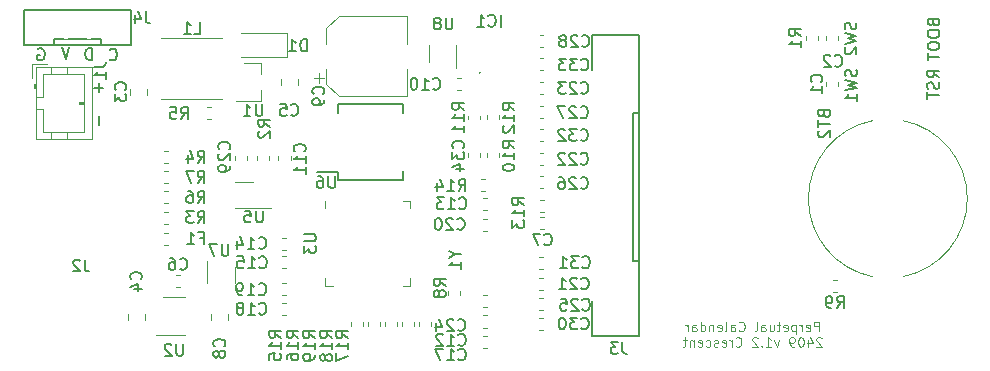
<source format=gbr>
G04 #@! TF.GenerationSoftware,KiCad,Pcbnew,(5.1.2)-1*
G04 #@! TF.CreationDate,2024-09-22T12:57:02+09:00*
G04 #@! TF.ProjectId,pc,70632e6b-6963-4616-945f-706362585858,v1.1*
G04 #@! TF.SameCoordinates,Original*
G04 #@! TF.FileFunction,Legend,Bot*
G04 #@! TF.FilePolarity,Positive*
%FSLAX46Y46*%
G04 Gerber Fmt 4.6, Leading zero omitted, Abs format (unit mm)*
G04 Created by KiCad (PCBNEW (5.1.2)-1) date 2024-09-22 12:57:02*
%MOMM*%
%LPD*%
G04 APERTURE LIST*
%ADD10C,0.120000*%
%ADD11C,0.150000*%
%ADD12C,0.050000*%
%ADD13C,0.100000*%
%ADD14C,0.977000*%
%ADD15R,0.502000X0.752000*%
%ADD16R,1.142000X1.902000*%
%ADD17R,0.352000X0.352000*%
%ADD18R,1.802000X4.302000*%
%ADD19O,1.626000X1.902000*%
%ADD20C,3.302000*%
%ADD21C,0.302000*%
%ADD22C,0.452000*%
%ADD23C,1.502000*%
%ADD24R,1.302000X1.502000*%
%ADD25R,1.852000X0.652000*%
%ADD26R,1.162000X0.752000*%
%ADD27R,1.002000X0.902000*%
%ADD28R,1.152000X0.752000*%
%ADD29R,2.402000X2.752000*%
%ADD30R,1.502000X0.502000*%
%ADD31R,1.552000X0.702000*%
%ADD32R,1.552000X0.402000*%
%ADD33C,0.752000*%
%ADD34O,1.852000X1.302000*%
%ADD35C,1.302000*%
%ADD36R,1.002000X1.302000*%
%ADD37C,1.702000*%
%ADD38C,1.077000*%
%ADD39C,2.602000*%
%ADD40C,2.502000*%
G04 APERTURE END LIST*
D10*
X143605902Y-115325000D02*
G75*
G03X143605902Y-115325000I-55902J0D01*
G01*
X172279047Y-137201904D02*
X172279047Y-136401904D01*
X171974285Y-136401904D01*
X171898095Y-136440000D01*
X171860000Y-136478095D01*
X171821904Y-136554285D01*
X171821904Y-136668571D01*
X171860000Y-136744761D01*
X171898095Y-136782857D01*
X171974285Y-136820952D01*
X172279047Y-136820952D01*
X171174285Y-137163809D02*
X171250476Y-137201904D01*
X171402857Y-137201904D01*
X171479047Y-137163809D01*
X171517142Y-137087619D01*
X171517142Y-136782857D01*
X171479047Y-136706666D01*
X171402857Y-136668571D01*
X171250476Y-136668571D01*
X171174285Y-136706666D01*
X171136190Y-136782857D01*
X171136190Y-136859047D01*
X171517142Y-136935238D01*
X170793333Y-137201904D02*
X170793333Y-136668571D01*
X170793333Y-136820952D02*
X170755238Y-136744761D01*
X170717142Y-136706666D01*
X170640952Y-136668571D01*
X170564761Y-136668571D01*
X170298095Y-136668571D02*
X170298095Y-137468571D01*
X170298095Y-136706666D02*
X170221904Y-136668571D01*
X170069523Y-136668571D01*
X169993333Y-136706666D01*
X169955238Y-136744761D01*
X169917142Y-136820952D01*
X169917142Y-137049523D01*
X169955238Y-137125714D01*
X169993333Y-137163809D01*
X170069523Y-137201904D01*
X170221904Y-137201904D01*
X170298095Y-137163809D01*
X169269523Y-137163809D02*
X169345714Y-137201904D01*
X169498095Y-137201904D01*
X169574285Y-137163809D01*
X169612380Y-137087619D01*
X169612380Y-136782857D01*
X169574285Y-136706666D01*
X169498095Y-136668571D01*
X169345714Y-136668571D01*
X169269523Y-136706666D01*
X169231428Y-136782857D01*
X169231428Y-136859047D01*
X169612380Y-136935238D01*
X169002857Y-136668571D02*
X168698095Y-136668571D01*
X168888571Y-136401904D02*
X168888571Y-137087619D01*
X168850476Y-137163809D01*
X168774285Y-137201904D01*
X168698095Y-137201904D01*
X168088571Y-136668571D02*
X168088571Y-137201904D01*
X168431428Y-136668571D02*
X168431428Y-137087619D01*
X168393333Y-137163809D01*
X168317142Y-137201904D01*
X168202857Y-137201904D01*
X168126666Y-137163809D01*
X168088571Y-137125714D01*
X167364761Y-137201904D02*
X167364761Y-136782857D01*
X167402857Y-136706666D01*
X167479047Y-136668571D01*
X167631428Y-136668571D01*
X167707619Y-136706666D01*
X167364761Y-137163809D02*
X167440952Y-137201904D01*
X167631428Y-137201904D01*
X167707619Y-137163809D01*
X167745714Y-137087619D01*
X167745714Y-137011428D01*
X167707619Y-136935238D01*
X167631428Y-136897142D01*
X167440952Y-136897142D01*
X167364761Y-136859047D01*
X166869523Y-137201904D02*
X166945714Y-137163809D01*
X166983809Y-137087619D01*
X166983809Y-136401904D01*
X165498095Y-137125714D02*
X165536190Y-137163809D01*
X165650476Y-137201904D01*
X165726666Y-137201904D01*
X165840952Y-137163809D01*
X165917142Y-137087619D01*
X165955238Y-137011428D01*
X165993333Y-136859047D01*
X165993333Y-136744761D01*
X165955238Y-136592380D01*
X165917142Y-136516190D01*
X165840952Y-136440000D01*
X165726666Y-136401904D01*
X165650476Y-136401904D01*
X165536190Y-136440000D01*
X165498095Y-136478095D01*
X164812380Y-137201904D02*
X164812380Y-136782857D01*
X164850476Y-136706666D01*
X164926666Y-136668571D01*
X165079047Y-136668571D01*
X165155238Y-136706666D01*
X164812380Y-137163809D02*
X164888571Y-137201904D01*
X165079047Y-137201904D01*
X165155238Y-137163809D01*
X165193333Y-137087619D01*
X165193333Y-137011428D01*
X165155238Y-136935238D01*
X165079047Y-136897142D01*
X164888571Y-136897142D01*
X164812380Y-136859047D01*
X164317142Y-137201904D02*
X164393333Y-137163809D01*
X164431428Y-137087619D01*
X164431428Y-136401904D01*
X163707619Y-137163809D02*
X163783809Y-137201904D01*
X163936190Y-137201904D01*
X164012380Y-137163809D01*
X164050476Y-137087619D01*
X164050476Y-136782857D01*
X164012380Y-136706666D01*
X163936190Y-136668571D01*
X163783809Y-136668571D01*
X163707619Y-136706666D01*
X163669523Y-136782857D01*
X163669523Y-136859047D01*
X164050476Y-136935238D01*
X163326666Y-136668571D02*
X163326666Y-137201904D01*
X163326666Y-136744761D02*
X163288571Y-136706666D01*
X163212380Y-136668571D01*
X163098095Y-136668571D01*
X163021904Y-136706666D01*
X162983809Y-136782857D01*
X162983809Y-137201904D01*
X162260000Y-137201904D02*
X162260000Y-136401904D01*
X162260000Y-137163809D02*
X162336190Y-137201904D01*
X162488571Y-137201904D01*
X162564761Y-137163809D01*
X162602857Y-137125714D01*
X162640952Y-137049523D01*
X162640952Y-136820952D01*
X162602857Y-136744761D01*
X162564761Y-136706666D01*
X162488571Y-136668571D01*
X162336190Y-136668571D01*
X162260000Y-136706666D01*
X161536190Y-137201904D02*
X161536190Y-136782857D01*
X161574285Y-136706666D01*
X161650476Y-136668571D01*
X161802857Y-136668571D01*
X161879047Y-136706666D01*
X161536190Y-137163809D02*
X161612380Y-137201904D01*
X161802857Y-137201904D01*
X161879047Y-137163809D01*
X161917142Y-137087619D01*
X161917142Y-137011428D01*
X161879047Y-136935238D01*
X161802857Y-136897142D01*
X161612380Y-136897142D01*
X161536190Y-136859047D01*
X161155238Y-137201904D02*
X161155238Y-136668571D01*
X161155238Y-136820952D02*
X161117142Y-136744761D01*
X161079047Y-136706666D01*
X161002857Y-136668571D01*
X160926666Y-136668571D01*
X172488571Y-137798095D02*
X172450476Y-137760000D01*
X172374285Y-137721904D01*
X172183809Y-137721904D01*
X172107619Y-137760000D01*
X172069523Y-137798095D01*
X172031428Y-137874285D01*
X172031428Y-137950476D01*
X172069523Y-138064761D01*
X172526666Y-138521904D01*
X172031428Y-138521904D01*
X171345714Y-137988571D02*
X171345714Y-138521904D01*
X171536190Y-137683809D02*
X171726666Y-138255238D01*
X171231428Y-138255238D01*
X170774285Y-137721904D02*
X170698095Y-137721904D01*
X170621904Y-137760000D01*
X170583809Y-137798095D01*
X170545714Y-137874285D01*
X170507619Y-138026666D01*
X170507619Y-138217142D01*
X170545714Y-138369523D01*
X170583809Y-138445714D01*
X170621904Y-138483809D01*
X170698095Y-138521904D01*
X170774285Y-138521904D01*
X170850476Y-138483809D01*
X170888571Y-138445714D01*
X170926666Y-138369523D01*
X170964761Y-138217142D01*
X170964761Y-138026666D01*
X170926666Y-137874285D01*
X170888571Y-137798095D01*
X170850476Y-137760000D01*
X170774285Y-137721904D01*
X170126666Y-138521904D02*
X169974285Y-138521904D01*
X169898095Y-138483809D01*
X169860000Y-138445714D01*
X169783809Y-138331428D01*
X169745714Y-138179047D01*
X169745714Y-137874285D01*
X169783809Y-137798095D01*
X169821904Y-137760000D01*
X169898095Y-137721904D01*
X170050476Y-137721904D01*
X170126666Y-137760000D01*
X170164761Y-137798095D01*
X170202857Y-137874285D01*
X170202857Y-138064761D01*
X170164761Y-138140952D01*
X170126666Y-138179047D01*
X170050476Y-138217142D01*
X169898095Y-138217142D01*
X169821904Y-138179047D01*
X169783809Y-138140952D01*
X169745714Y-138064761D01*
X168869523Y-137988571D02*
X168679047Y-138521904D01*
X168488571Y-137988571D01*
X167764761Y-138521904D02*
X168221904Y-138521904D01*
X167993333Y-138521904D02*
X167993333Y-137721904D01*
X168069523Y-137836190D01*
X168145714Y-137912380D01*
X168221904Y-137950476D01*
X167421904Y-138445714D02*
X167383809Y-138483809D01*
X167421904Y-138521904D01*
X167460000Y-138483809D01*
X167421904Y-138445714D01*
X167421904Y-138521904D01*
X167079047Y-137798095D02*
X167040952Y-137760000D01*
X166964761Y-137721904D01*
X166774285Y-137721904D01*
X166698095Y-137760000D01*
X166660000Y-137798095D01*
X166621904Y-137874285D01*
X166621904Y-137950476D01*
X166660000Y-138064761D01*
X167117142Y-138521904D01*
X166621904Y-138521904D01*
X165212380Y-138445714D02*
X165250476Y-138483809D01*
X165364761Y-138521904D01*
X165440952Y-138521904D01*
X165555238Y-138483809D01*
X165631428Y-138407619D01*
X165669523Y-138331428D01*
X165707619Y-138179047D01*
X165707619Y-138064761D01*
X165669523Y-137912380D01*
X165631428Y-137836190D01*
X165555238Y-137760000D01*
X165440952Y-137721904D01*
X165364761Y-137721904D01*
X165250476Y-137760000D01*
X165212380Y-137798095D01*
X164869523Y-138521904D02*
X164869523Y-137988571D01*
X164869523Y-138140952D02*
X164831428Y-138064761D01*
X164793333Y-138026666D01*
X164717142Y-137988571D01*
X164640952Y-137988571D01*
X164069523Y-138483809D02*
X164145714Y-138521904D01*
X164298095Y-138521904D01*
X164374285Y-138483809D01*
X164412380Y-138407619D01*
X164412380Y-138102857D01*
X164374285Y-138026666D01*
X164298095Y-137988571D01*
X164145714Y-137988571D01*
X164069523Y-138026666D01*
X164031428Y-138102857D01*
X164031428Y-138179047D01*
X164412380Y-138255238D01*
X163726666Y-138483809D02*
X163650476Y-138521904D01*
X163498095Y-138521904D01*
X163421904Y-138483809D01*
X163383809Y-138407619D01*
X163383809Y-138369523D01*
X163421904Y-138293333D01*
X163498095Y-138255238D01*
X163612380Y-138255238D01*
X163688571Y-138217142D01*
X163726666Y-138140952D01*
X163726666Y-138102857D01*
X163688571Y-138026666D01*
X163612380Y-137988571D01*
X163498095Y-137988571D01*
X163421904Y-138026666D01*
X162698095Y-138483809D02*
X162774285Y-138521904D01*
X162926666Y-138521904D01*
X163002857Y-138483809D01*
X163040952Y-138445714D01*
X163079047Y-138369523D01*
X163079047Y-138140952D01*
X163040952Y-138064761D01*
X163002857Y-138026666D01*
X162926666Y-137988571D01*
X162774285Y-137988571D01*
X162698095Y-138026666D01*
X162050476Y-138483809D02*
X162126666Y-138521904D01*
X162279047Y-138521904D01*
X162355238Y-138483809D01*
X162393333Y-138407619D01*
X162393333Y-138102857D01*
X162355238Y-138026666D01*
X162279047Y-137988571D01*
X162126666Y-137988571D01*
X162050476Y-138026666D01*
X162012380Y-138102857D01*
X162012380Y-138179047D01*
X162393333Y-138255238D01*
X161669523Y-137988571D02*
X161669523Y-138521904D01*
X161669523Y-138064761D02*
X161631428Y-138026666D01*
X161555238Y-137988571D01*
X161440952Y-137988571D01*
X161364761Y-138026666D01*
X161326666Y-138102857D01*
X161326666Y-138521904D01*
X161060000Y-137988571D02*
X160755238Y-137988571D01*
X160945714Y-137721904D02*
X160945714Y-138407619D01*
X160907619Y-138483809D01*
X160831428Y-138521904D01*
X160755238Y-138521904D01*
D11*
X111296428Y-116238095D02*
X111296428Y-117000000D01*
X111677380Y-116619047D02*
X110915476Y-116619047D01*
X111296428Y-119000000D02*
X111296428Y-119761904D01*
X182452380Y-115742380D02*
X181976190Y-115409047D01*
X182452380Y-115170952D02*
X181452380Y-115170952D01*
X181452380Y-115551904D01*
X181500000Y-115647142D01*
X181547619Y-115694761D01*
X181642857Y-115742380D01*
X181785714Y-115742380D01*
X181880952Y-115694761D01*
X181928571Y-115647142D01*
X181976190Y-115551904D01*
X181976190Y-115170952D01*
X182404761Y-116123333D02*
X182452380Y-116266190D01*
X182452380Y-116504285D01*
X182404761Y-116599523D01*
X182357142Y-116647142D01*
X182261904Y-116694761D01*
X182166666Y-116694761D01*
X182071428Y-116647142D01*
X182023809Y-116599523D01*
X181976190Y-116504285D01*
X181928571Y-116313809D01*
X181880952Y-116218571D01*
X181833333Y-116170952D01*
X181738095Y-116123333D01*
X181642857Y-116123333D01*
X181547619Y-116170952D01*
X181500000Y-116218571D01*
X181452380Y-116313809D01*
X181452380Y-116551904D01*
X181500000Y-116694761D01*
X181452380Y-116980476D02*
X181452380Y-117551904D01*
X182452380Y-117266190D02*
X181452380Y-117266190D01*
X181938571Y-111082857D02*
X181986190Y-111225714D01*
X182033809Y-111273333D01*
X182129047Y-111320952D01*
X182271904Y-111320952D01*
X182367142Y-111273333D01*
X182414761Y-111225714D01*
X182462380Y-111130476D01*
X182462380Y-110749523D01*
X181462380Y-110749523D01*
X181462380Y-111082857D01*
X181510000Y-111178095D01*
X181557619Y-111225714D01*
X181652857Y-111273333D01*
X181748095Y-111273333D01*
X181843333Y-111225714D01*
X181890952Y-111178095D01*
X181938571Y-111082857D01*
X181938571Y-110749523D01*
X181462380Y-111940000D02*
X181462380Y-112130476D01*
X181510000Y-112225714D01*
X181605238Y-112320952D01*
X181795714Y-112368571D01*
X182129047Y-112368571D01*
X182319523Y-112320952D01*
X182414761Y-112225714D01*
X182462380Y-112130476D01*
X182462380Y-111940000D01*
X182414761Y-111844761D01*
X182319523Y-111749523D01*
X182129047Y-111701904D01*
X181795714Y-111701904D01*
X181605238Y-111749523D01*
X181510000Y-111844761D01*
X181462380Y-111940000D01*
X181462380Y-112987619D02*
X181462380Y-113178095D01*
X181510000Y-113273333D01*
X181605238Y-113368571D01*
X181795714Y-113416190D01*
X182129047Y-113416190D01*
X182319523Y-113368571D01*
X182414761Y-113273333D01*
X182462380Y-113178095D01*
X182462380Y-112987619D01*
X182414761Y-112892380D01*
X182319523Y-112797142D01*
X182129047Y-112749523D01*
X181795714Y-112749523D01*
X181605238Y-112797142D01*
X181510000Y-112892380D01*
X181462380Y-112987619D01*
X181462380Y-113701904D02*
X181462380Y-114273333D01*
X182462380Y-113987619D02*
X181462380Y-113987619D01*
D10*
X136530000Y-136477221D02*
X136530000Y-136802779D01*
X135510000Y-136477221D02*
X135510000Y-136802779D01*
X137960000Y-136477221D02*
X137960000Y-136802779D01*
X136940000Y-136477221D02*
X136940000Y-136802779D01*
X139390000Y-136477221D02*
X139390000Y-136802779D01*
X138370000Y-136477221D02*
X138370000Y-136802779D01*
X135100000Y-136477221D02*
X135100000Y-136802779D01*
X134080000Y-136477221D02*
X134080000Y-136802779D01*
X133670000Y-136477221D02*
X133670000Y-136802779D01*
X132650000Y-136477221D02*
X132650000Y-136802779D01*
X143982779Y-125330000D02*
X143657221Y-125330000D01*
X143982779Y-124310000D02*
X143657221Y-124310000D01*
X149012779Y-128610000D02*
X148687221Y-128610000D01*
X149012779Y-127590000D02*
X148687221Y-127590000D01*
X148637221Y-126115000D02*
X148962779Y-126115000D01*
X148637221Y-127135000D02*
X148962779Y-127135000D01*
X139215000Y-114425000D02*
X139215000Y-113025000D01*
X141535000Y-113025000D02*
X141535000Y-114925000D01*
D12*
X143525000Y-115375000D02*
G75*
G03X143525000Y-115325000I0J25000D01*
G01*
X143525000Y-115325000D02*
G75*
G03X143525000Y-115375000I0J-25000D01*
G01*
X143525000Y-115325000D02*
X143525000Y-115325000D01*
X143525000Y-115375000D02*
X143525000Y-115375000D01*
D10*
X122810000Y-131775000D02*
X122810000Y-133175000D01*
X120490000Y-133175000D02*
X120490000Y-131275000D01*
X116590000Y-112400000D02*
X121690000Y-112400000D01*
X116590000Y-117600000D02*
X121690000Y-117600000D01*
D11*
X105000000Y-113025000D02*
X109500000Y-113025000D01*
X105000000Y-110025000D02*
X105000000Y-113025000D01*
X114000000Y-110025000D02*
X105000000Y-110025000D01*
X114000000Y-113025000D02*
X114000000Y-110025000D01*
X109500000Y-113025000D02*
X114000000Y-113025000D01*
X111500000Y-112525000D02*
X111500000Y-113025000D01*
X107500000Y-112525000D02*
X111500000Y-112525000D01*
X107500000Y-113025000D02*
X107500000Y-112525000D01*
D10*
X130440000Y-132750000D02*
X130440000Y-133400000D01*
X130440000Y-133400000D02*
X131090000Y-133400000D01*
X137660000Y-126830000D02*
X137660000Y-126180000D01*
X137660000Y-126180000D02*
X137010000Y-126180000D01*
X137660000Y-132750000D02*
X137660000Y-133400000D01*
X137660000Y-133400000D02*
X137010000Y-133400000D01*
X130440000Y-126830000D02*
X130440000Y-126180000D01*
X125865000Y-126770000D02*
X122865000Y-126770000D01*
X124365000Y-124550000D02*
X122865000Y-124550000D01*
D11*
X131560000Y-123760000D02*
X129810000Y-123760000D01*
X131560000Y-118005000D02*
X137060000Y-118005000D01*
X131560000Y-124415000D02*
X137060000Y-124415000D01*
X131560000Y-118005000D02*
X131560000Y-118755000D01*
X137060000Y-118005000D02*
X137060000Y-118755000D01*
X137060000Y-124415000D02*
X137060000Y-123665000D01*
X131560000Y-124415000D02*
X131560000Y-123760000D01*
D10*
X118570000Y-137540000D02*
X116120000Y-137540000D01*
X116770000Y-134320000D02*
X118570000Y-134320000D01*
X125060000Y-114540000D02*
X123600000Y-114540000D01*
X125060000Y-117700000D02*
X122900000Y-117700000D01*
X125060000Y-117700000D02*
X125060000Y-116770000D01*
X125060000Y-114540000D02*
X125060000Y-115470000D01*
X145160000Y-118942221D02*
X145160000Y-119267779D01*
X144140000Y-118942221D02*
X144140000Y-119267779D01*
X143610000Y-118967221D02*
X143610000Y-119292779D01*
X142590000Y-118967221D02*
X142590000Y-119292779D01*
X145140000Y-122112221D02*
X145140000Y-122437779D01*
X144120000Y-122112221D02*
X144120000Y-122437779D01*
X173787779Y-133935000D02*
X173462221Y-133935000D01*
X173787779Y-132915000D02*
X173462221Y-132915000D01*
X140890000Y-134162779D02*
X140890000Y-133837221D01*
X141910000Y-134162779D02*
X141910000Y-133837221D01*
X116837221Y-123690000D02*
X117162779Y-123690000D01*
X116837221Y-124710000D02*
X117162779Y-124710000D01*
X117162779Y-126410000D02*
X116837221Y-126410000D01*
X117162779Y-125390000D02*
X116837221Y-125390000D01*
X120437221Y-118210000D02*
X120762779Y-118210000D01*
X120437221Y-119230000D02*
X120762779Y-119230000D01*
X116837221Y-121990000D02*
X117162779Y-121990000D01*
X116837221Y-123010000D02*
X117162779Y-123010000D01*
X116837221Y-127090000D02*
X117162779Y-127090000D01*
X116837221Y-128110000D02*
X117162779Y-128110000D01*
X124705000Y-122727779D02*
X124705000Y-122402221D01*
X125725000Y-122727779D02*
X125725000Y-122402221D01*
X172210000Y-112237221D02*
X172210000Y-112562779D01*
X171190000Y-112237221D02*
X171190000Y-112562779D01*
D11*
X153050000Y-137650000D02*
X153050000Y-134650000D01*
X157050000Y-137650000D02*
X153050000Y-137650000D01*
X157050000Y-112150000D02*
X157050000Y-137650000D01*
X153050000Y-112150000D02*
X157050000Y-112150000D01*
X153050000Y-112150000D02*
X153050000Y-115150000D01*
X156550000Y-118750000D02*
X156550000Y-131250000D01*
X156550000Y-118750000D02*
X157050000Y-118750000D01*
X156550000Y-131250000D02*
X157050000Y-131250000D01*
D10*
X105665000Y-114565000D02*
X106915000Y-114565000D01*
X105665000Y-115815000D02*
X105665000Y-114565000D01*
X110075000Y-117925000D02*
X109575000Y-117925000D01*
X109575000Y-118025000D02*
X110075000Y-118025000D01*
X109575000Y-117825000D02*
X109575000Y-118025000D01*
X110075000Y-117825000D02*
X109575000Y-117825000D01*
X108575000Y-120985000D02*
X108575000Y-120375000D01*
X107275000Y-120985000D02*
X107275000Y-120375000D01*
X108575000Y-114865000D02*
X108575000Y-115475000D01*
X107275000Y-114865000D02*
X107275000Y-115475000D01*
X106575000Y-118425000D02*
X105965000Y-118425000D01*
X106575000Y-120375000D02*
X106575000Y-118425000D01*
X110075000Y-120375000D02*
X106575000Y-120375000D01*
X110075000Y-115475000D02*
X110075000Y-120375000D01*
X106575000Y-115475000D02*
X110075000Y-115475000D01*
X106575000Y-117425000D02*
X106575000Y-115475000D01*
X105965000Y-117425000D02*
X106575000Y-117425000D01*
X105865000Y-116625000D02*
X105865000Y-116325000D01*
X105765000Y-116325000D02*
X105965000Y-116325000D01*
X105765000Y-116625000D02*
X105765000Y-116325000D01*
X105965000Y-116625000D02*
X105765000Y-116625000D01*
X105965000Y-120985000D02*
X105965000Y-114865000D01*
X110685000Y-120985000D02*
X105965000Y-120985000D01*
X110685000Y-114865000D02*
X110685000Y-120985000D01*
X105965000Y-114865000D02*
X110685000Y-114865000D01*
X117162779Y-129910000D02*
X116837221Y-129910000D01*
X117162779Y-128890000D02*
X116837221Y-128890000D01*
X127200000Y-111995000D02*
X123300000Y-111995000D01*
X127200000Y-113995000D02*
X123300000Y-113995000D01*
X127200000Y-111995000D02*
X127200000Y-113995000D01*
X142570000Y-122462779D02*
X142570000Y-122137221D01*
X143590000Y-122462779D02*
X143590000Y-122137221D01*
X148937779Y-115135000D02*
X148612221Y-115135000D01*
X148937779Y-114115000D02*
X148612221Y-114115000D01*
X148937779Y-121135000D02*
X148612221Y-121135000D01*
X148937779Y-120115000D02*
X148612221Y-120115000D01*
X148862779Y-131935000D02*
X148537221Y-131935000D01*
X148862779Y-130915000D02*
X148537221Y-130915000D01*
X148862779Y-137135000D02*
X148537221Y-137135000D01*
X148862779Y-136115000D02*
X148537221Y-136115000D01*
X122805000Y-122727779D02*
X122805000Y-122402221D01*
X123825000Y-122727779D02*
X123825000Y-122402221D01*
X148937779Y-113135000D02*
X148612221Y-113135000D01*
X148937779Y-112115000D02*
X148612221Y-112115000D01*
X148937779Y-119135000D02*
X148612221Y-119135000D01*
X148937779Y-118115000D02*
X148612221Y-118115000D01*
X148937779Y-125135000D02*
X148612221Y-125135000D01*
X148937779Y-124115000D02*
X148612221Y-124115000D01*
X148862779Y-135435000D02*
X148537221Y-135435000D01*
X148862779Y-134415000D02*
X148537221Y-134415000D01*
X143837221Y-134190000D02*
X144162779Y-134190000D01*
X143837221Y-135210000D02*
X144162779Y-135210000D01*
X148937779Y-117135000D02*
X148612221Y-117135000D01*
X148937779Y-116115000D02*
X148612221Y-116115000D01*
X148937779Y-123135000D02*
X148612221Y-123135000D01*
X148937779Y-122115000D02*
X148612221Y-122115000D01*
X148862779Y-133735000D02*
X148537221Y-133735000D01*
X148862779Y-132715000D02*
X148537221Y-132715000D01*
X144162779Y-128710000D02*
X143837221Y-128710000D01*
X144162779Y-127690000D02*
X143837221Y-127690000D01*
X127132779Y-134200000D02*
X126807221Y-134200000D01*
X127132779Y-133180000D02*
X126807221Y-133180000D01*
X127132779Y-135840000D02*
X126807221Y-135840000D01*
X127132779Y-134820000D02*
X126807221Y-134820000D01*
X143837221Y-137590000D02*
X144162779Y-137590000D01*
X143837221Y-138610000D02*
X144162779Y-138610000D01*
X127152779Y-131900000D02*
X126827221Y-131900000D01*
X127152779Y-130880000D02*
X126827221Y-130880000D01*
X127142779Y-130310000D02*
X126817221Y-130310000D01*
X127142779Y-129290000D02*
X126817221Y-129290000D01*
X143857221Y-125960000D02*
X144182779Y-125960000D01*
X143857221Y-126980000D02*
X144182779Y-126980000D01*
X143837221Y-135890000D02*
X144162779Y-135890000D01*
X143837221Y-136910000D02*
X144162779Y-136910000D01*
X126505000Y-122747779D02*
X126505000Y-122422221D01*
X127525000Y-122747779D02*
X127525000Y-122422221D01*
X141962779Y-116810000D02*
X141637221Y-116810000D01*
X141962779Y-115790000D02*
X141637221Y-115790000D01*
X129931250Y-116166250D02*
X129931250Y-115378750D01*
X129537500Y-115772500D02*
X130325000Y-115772500D01*
X130565000Y-111579437D02*
X131629437Y-110515000D01*
X130565000Y-116270563D02*
X131629437Y-117335000D01*
X130565000Y-116270563D02*
X130565000Y-114985000D01*
X130565000Y-111579437D02*
X130565000Y-112865000D01*
X131629437Y-110515000D02*
X137385000Y-110515000D01*
X131629437Y-117335000D02*
X137385000Y-117335000D01*
X137385000Y-117335000D02*
X137385000Y-114985000D01*
X137385000Y-110515000D02*
X137385000Y-112865000D01*
X120790000Y-136258578D02*
X120790000Y-135741422D01*
X122210000Y-136258578D02*
X122210000Y-135741422D01*
X118162779Y-133510000D02*
X117837221Y-133510000D01*
X118162779Y-132490000D02*
X117837221Y-132490000D01*
X128160000Y-115886422D02*
X128160000Y-116403578D01*
X126740000Y-115886422D02*
X126740000Y-116403578D01*
X113790000Y-136258578D02*
X113790000Y-135741422D01*
X115210000Y-136258578D02*
X115210000Y-135741422D01*
X115360000Y-116711422D02*
X115360000Y-117228578D01*
X113940000Y-116711422D02*
X113940000Y-117228578D01*
X173910000Y-112237221D02*
X173910000Y-112562779D01*
X172890000Y-112237221D02*
X172890000Y-112562779D01*
X173900000Y-116157221D02*
X173900000Y-116482779D01*
X172880000Y-116157221D02*
X172880000Y-116482779D01*
X179419237Y-132596181D02*
G75*
G03X179399999Y-119400001I-1319237J6596181D01*
G01*
X176799999Y-119400001D02*
G75*
G03X176800001Y-132599999I1300001J-6599999D01*
G01*
D11*
X129592380Y-137807142D02*
X129116190Y-137473809D01*
X129592380Y-137235714D02*
X128592380Y-137235714D01*
X128592380Y-137616666D01*
X128640000Y-137711904D01*
X128687619Y-137759523D01*
X128782857Y-137807142D01*
X128925714Y-137807142D01*
X129020952Y-137759523D01*
X129068571Y-137711904D01*
X129116190Y-137616666D01*
X129116190Y-137235714D01*
X129592380Y-138759523D02*
X129592380Y-138188095D01*
X129592380Y-138473809D02*
X128592380Y-138473809D01*
X128735238Y-138378571D01*
X128830476Y-138283333D01*
X128878095Y-138188095D01*
X129592380Y-139235714D02*
X129592380Y-139426190D01*
X129544761Y-139521428D01*
X129497142Y-139569047D01*
X129354285Y-139664285D01*
X129163809Y-139711904D01*
X128782857Y-139711904D01*
X128687619Y-139664285D01*
X128640000Y-139616666D01*
X128592380Y-139521428D01*
X128592380Y-139330952D01*
X128640000Y-139235714D01*
X128687619Y-139188095D01*
X128782857Y-139140476D01*
X129020952Y-139140476D01*
X129116190Y-139188095D01*
X129163809Y-139235714D01*
X129211428Y-139330952D01*
X129211428Y-139521428D01*
X129163809Y-139616666D01*
X129116190Y-139664285D01*
X129020952Y-139711904D01*
X131052380Y-137817142D02*
X130576190Y-137483809D01*
X131052380Y-137245714D02*
X130052380Y-137245714D01*
X130052380Y-137626666D01*
X130100000Y-137721904D01*
X130147619Y-137769523D01*
X130242857Y-137817142D01*
X130385714Y-137817142D01*
X130480952Y-137769523D01*
X130528571Y-137721904D01*
X130576190Y-137626666D01*
X130576190Y-137245714D01*
X131052380Y-138769523D02*
X131052380Y-138198095D01*
X131052380Y-138483809D02*
X130052380Y-138483809D01*
X130195238Y-138388571D01*
X130290476Y-138293333D01*
X130338095Y-138198095D01*
X130480952Y-139340952D02*
X130433333Y-139245714D01*
X130385714Y-139198095D01*
X130290476Y-139150476D01*
X130242857Y-139150476D01*
X130147619Y-139198095D01*
X130100000Y-139245714D01*
X130052380Y-139340952D01*
X130052380Y-139531428D01*
X130100000Y-139626666D01*
X130147619Y-139674285D01*
X130242857Y-139721904D01*
X130290476Y-139721904D01*
X130385714Y-139674285D01*
X130433333Y-139626666D01*
X130480952Y-139531428D01*
X130480952Y-139340952D01*
X130528571Y-139245714D01*
X130576190Y-139198095D01*
X130671428Y-139150476D01*
X130861904Y-139150476D01*
X130957142Y-139198095D01*
X131004761Y-139245714D01*
X131052380Y-139340952D01*
X131052380Y-139531428D01*
X131004761Y-139626666D01*
X130957142Y-139674285D01*
X130861904Y-139721904D01*
X130671428Y-139721904D01*
X130576190Y-139674285D01*
X130528571Y-139626666D01*
X130480952Y-139531428D01*
X132402380Y-137817142D02*
X131926190Y-137483809D01*
X132402380Y-137245714D02*
X131402380Y-137245714D01*
X131402380Y-137626666D01*
X131450000Y-137721904D01*
X131497619Y-137769523D01*
X131592857Y-137817142D01*
X131735714Y-137817142D01*
X131830952Y-137769523D01*
X131878571Y-137721904D01*
X131926190Y-137626666D01*
X131926190Y-137245714D01*
X132402380Y-138769523D02*
X132402380Y-138198095D01*
X132402380Y-138483809D02*
X131402380Y-138483809D01*
X131545238Y-138388571D01*
X131640476Y-138293333D01*
X131688095Y-138198095D01*
X131402380Y-139102857D02*
X131402380Y-139769523D01*
X132402380Y-139340952D01*
X128192380Y-137787142D02*
X127716190Y-137453809D01*
X128192380Y-137215714D02*
X127192380Y-137215714D01*
X127192380Y-137596666D01*
X127240000Y-137691904D01*
X127287619Y-137739523D01*
X127382857Y-137787142D01*
X127525714Y-137787142D01*
X127620952Y-137739523D01*
X127668571Y-137691904D01*
X127716190Y-137596666D01*
X127716190Y-137215714D01*
X128192380Y-138739523D02*
X128192380Y-138168095D01*
X128192380Y-138453809D02*
X127192380Y-138453809D01*
X127335238Y-138358571D01*
X127430476Y-138263333D01*
X127478095Y-138168095D01*
X127192380Y-139596666D02*
X127192380Y-139406190D01*
X127240000Y-139310952D01*
X127287619Y-139263333D01*
X127430476Y-139168095D01*
X127620952Y-139120476D01*
X128001904Y-139120476D01*
X128097142Y-139168095D01*
X128144761Y-139215714D01*
X128192380Y-139310952D01*
X128192380Y-139501428D01*
X128144761Y-139596666D01*
X128097142Y-139644285D01*
X128001904Y-139691904D01*
X127763809Y-139691904D01*
X127668571Y-139644285D01*
X127620952Y-139596666D01*
X127573333Y-139501428D01*
X127573333Y-139310952D01*
X127620952Y-139215714D01*
X127668571Y-139168095D01*
X127763809Y-139120476D01*
X126712380Y-137777142D02*
X126236190Y-137443809D01*
X126712380Y-137205714D02*
X125712380Y-137205714D01*
X125712380Y-137586666D01*
X125760000Y-137681904D01*
X125807619Y-137729523D01*
X125902857Y-137777142D01*
X126045714Y-137777142D01*
X126140952Y-137729523D01*
X126188571Y-137681904D01*
X126236190Y-137586666D01*
X126236190Y-137205714D01*
X126712380Y-138729523D02*
X126712380Y-138158095D01*
X126712380Y-138443809D02*
X125712380Y-138443809D01*
X125855238Y-138348571D01*
X125950476Y-138253333D01*
X125998095Y-138158095D01*
X125712380Y-139634285D02*
X125712380Y-139158095D01*
X126188571Y-139110476D01*
X126140952Y-139158095D01*
X126093333Y-139253333D01*
X126093333Y-139491428D01*
X126140952Y-139586666D01*
X126188571Y-139634285D01*
X126283809Y-139681904D01*
X126521904Y-139681904D01*
X126617142Y-139634285D01*
X126664761Y-139586666D01*
X126712380Y-139491428D01*
X126712380Y-139253333D01*
X126664761Y-139158095D01*
X126617142Y-139110476D01*
X141752857Y-125342380D02*
X142086190Y-124866190D01*
X142324285Y-125342380D02*
X142324285Y-124342380D01*
X141943333Y-124342380D01*
X141848095Y-124390000D01*
X141800476Y-124437619D01*
X141752857Y-124532857D01*
X141752857Y-124675714D01*
X141800476Y-124770952D01*
X141848095Y-124818571D01*
X141943333Y-124866190D01*
X142324285Y-124866190D01*
X140800476Y-125342380D02*
X141371904Y-125342380D01*
X141086190Y-125342380D02*
X141086190Y-124342380D01*
X141181428Y-124485238D01*
X141276666Y-124580476D01*
X141371904Y-124628095D01*
X139943333Y-124675714D02*
X139943333Y-125342380D01*
X140181428Y-124294761D02*
X140419523Y-125009047D01*
X139800476Y-125009047D01*
X149016666Y-129857142D02*
X149064285Y-129904761D01*
X149207142Y-129952380D01*
X149302380Y-129952380D01*
X149445238Y-129904761D01*
X149540476Y-129809523D01*
X149588095Y-129714285D01*
X149635714Y-129523809D01*
X149635714Y-129380952D01*
X149588095Y-129190476D01*
X149540476Y-129095238D01*
X149445238Y-129000000D01*
X149302380Y-128952380D01*
X149207142Y-128952380D01*
X149064285Y-129000000D01*
X149016666Y-129047619D01*
X148683333Y-128952380D02*
X148016666Y-128952380D01*
X148445238Y-129952380D01*
X147302380Y-126557142D02*
X146826190Y-126223809D01*
X147302380Y-125985714D02*
X146302380Y-125985714D01*
X146302380Y-126366666D01*
X146350000Y-126461904D01*
X146397619Y-126509523D01*
X146492857Y-126557142D01*
X146635714Y-126557142D01*
X146730952Y-126509523D01*
X146778571Y-126461904D01*
X146826190Y-126366666D01*
X146826190Y-125985714D01*
X147302380Y-127509523D02*
X147302380Y-126938095D01*
X147302380Y-127223809D02*
X146302380Y-127223809D01*
X146445238Y-127128571D01*
X146540476Y-127033333D01*
X146588095Y-126938095D01*
X146302380Y-127842857D02*
X146302380Y-128461904D01*
X146683333Y-128128571D01*
X146683333Y-128271428D01*
X146730952Y-128366666D01*
X146778571Y-128414285D01*
X146873809Y-128461904D01*
X147111904Y-128461904D01*
X147207142Y-128414285D01*
X147254761Y-128366666D01*
X147302380Y-128271428D01*
X147302380Y-127985714D01*
X147254761Y-127890476D01*
X147207142Y-127842857D01*
X141236904Y-110677380D02*
X141236904Y-111486904D01*
X141189285Y-111582142D01*
X141141666Y-111629761D01*
X141046428Y-111677380D01*
X140855952Y-111677380D01*
X140760714Y-111629761D01*
X140713095Y-111582142D01*
X140665476Y-111486904D01*
X140665476Y-110677380D01*
X140046428Y-111105952D02*
X140141666Y-111058333D01*
X140189285Y-111010714D01*
X140236904Y-110915476D01*
X140236904Y-110867857D01*
X140189285Y-110772619D01*
X140141666Y-110725000D01*
X140046428Y-110677380D01*
X139855952Y-110677380D01*
X139760714Y-110725000D01*
X139713095Y-110772619D01*
X139665476Y-110867857D01*
X139665476Y-110915476D01*
X139713095Y-111010714D01*
X139760714Y-111058333D01*
X139855952Y-111105952D01*
X140046428Y-111105952D01*
X140141666Y-111153571D01*
X140189285Y-111201190D01*
X140236904Y-111296428D01*
X140236904Y-111486904D01*
X140189285Y-111582142D01*
X140141666Y-111629761D01*
X140046428Y-111677380D01*
X139855952Y-111677380D01*
X139760714Y-111629761D01*
X139713095Y-111582142D01*
X139665476Y-111486904D01*
X139665476Y-111296428D01*
X139713095Y-111201190D01*
X139760714Y-111153571D01*
X139855952Y-111105952D01*
X145326190Y-111427380D02*
X145326190Y-110427380D01*
X144278571Y-111332142D02*
X144326190Y-111379761D01*
X144469047Y-111427380D01*
X144564285Y-111427380D01*
X144707142Y-111379761D01*
X144802380Y-111284523D01*
X144850000Y-111189285D01*
X144897619Y-110998809D01*
X144897619Y-110855952D01*
X144850000Y-110665476D01*
X144802380Y-110570238D01*
X144707142Y-110475000D01*
X144564285Y-110427380D01*
X144469047Y-110427380D01*
X144326190Y-110475000D01*
X144278571Y-110522619D01*
X143326190Y-111427380D02*
X143897619Y-111427380D01*
X143611904Y-111427380D02*
X143611904Y-110427380D01*
X143707142Y-110570238D01*
X143802380Y-110665476D01*
X143897619Y-110713095D01*
X122261904Y-129827380D02*
X122261904Y-130636904D01*
X122214285Y-130732142D01*
X122166666Y-130779761D01*
X122071428Y-130827380D01*
X121880952Y-130827380D01*
X121785714Y-130779761D01*
X121738095Y-130732142D01*
X121690476Y-130636904D01*
X121690476Y-129827380D01*
X121309523Y-129827380D02*
X120642857Y-129827380D01*
X121071428Y-130827380D01*
X119356666Y-112027380D02*
X119832857Y-112027380D01*
X119832857Y-111027380D01*
X118499523Y-112027380D02*
X119070952Y-112027380D01*
X118785238Y-112027380D02*
X118785238Y-111027380D01*
X118880476Y-111170238D01*
X118975714Y-111265476D01*
X119070952Y-111313095D01*
X115283333Y-110152380D02*
X115283333Y-110866666D01*
X115330952Y-111009523D01*
X115426190Y-111104761D01*
X115569047Y-111152380D01*
X115664285Y-111152380D01*
X114378571Y-110485714D02*
X114378571Y-111152380D01*
X114616666Y-110104761D02*
X114854761Y-110819047D01*
X114235714Y-110819047D01*
X106138095Y-113325000D02*
X106233333Y-113277380D01*
X106376190Y-113277380D01*
X106519047Y-113325000D01*
X106614285Y-113420238D01*
X106661904Y-113515476D01*
X106709523Y-113705952D01*
X106709523Y-113848809D01*
X106661904Y-114039285D01*
X106614285Y-114134523D01*
X106519047Y-114229761D01*
X106376190Y-114277380D01*
X106280952Y-114277380D01*
X106138095Y-114229761D01*
X106090476Y-114182142D01*
X106090476Y-113848809D01*
X106280952Y-113848809D01*
X108808333Y-113202380D02*
X108475000Y-114202380D01*
X108141666Y-113202380D01*
X110711904Y-114252380D02*
X110711904Y-113252380D01*
X110473809Y-113252380D01*
X110330952Y-113300000D01*
X110235714Y-113395238D01*
X110188095Y-113490476D01*
X110140476Y-113680952D01*
X110140476Y-113823809D01*
X110188095Y-114014285D01*
X110235714Y-114109523D01*
X110330952Y-114204761D01*
X110473809Y-114252380D01*
X110711904Y-114252380D01*
X112215476Y-114207142D02*
X112263095Y-114254761D01*
X112405952Y-114302380D01*
X112501190Y-114302380D01*
X112644047Y-114254761D01*
X112739285Y-114159523D01*
X112786904Y-114064285D01*
X112834523Y-113873809D01*
X112834523Y-113730952D01*
X112786904Y-113540476D01*
X112739285Y-113445238D01*
X112644047Y-113350000D01*
X112501190Y-113302380D01*
X112405952Y-113302380D01*
X112263095Y-113350000D01*
X112215476Y-113397619D01*
X128682380Y-129028095D02*
X129491904Y-129028095D01*
X129587142Y-129075714D01*
X129634761Y-129123333D01*
X129682380Y-129218571D01*
X129682380Y-129409047D01*
X129634761Y-129504285D01*
X129587142Y-129551904D01*
X129491904Y-129599523D01*
X128682380Y-129599523D01*
X128682380Y-129980476D02*
X128682380Y-130599523D01*
X129063333Y-130266190D01*
X129063333Y-130409047D01*
X129110952Y-130504285D01*
X129158571Y-130551904D01*
X129253809Y-130599523D01*
X129491904Y-130599523D01*
X129587142Y-130551904D01*
X129634761Y-130504285D01*
X129682380Y-130409047D01*
X129682380Y-130123333D01*
X129634761Y-130028095D01*
X129587142Y-129980476D01*
X125176904Y-127012380D02*
X125176904Y-127821904D01*
X125129285Y-127917142D01*
X125081666Y-127964761D01*
X124986428Y-128012380D01*
X124795952Y-128012380D01*
X124700714Y-127964761D01*
X124653095Y-127917142D01*
X124605476Y-127821904D01*
X124605476Y-127012380D01*
X123653095Y-127012380D02*
X124129285Y-127012380D01*
X124176904Y-127488571D01*
X124129285Y-127440952D01*
X124034047Y-127393333D01*
X123795952Y-127393333D01*
X123700714Y-127440952D01*
X123653095Y-127488571D01*
X123605476Y-127583809D01*
X123605476Y-127821904D01*
X123653095Y-127917142D01*
X123700714Y-127964761D01*
X123795952Y-128012380D01*
X124034047Y-128012380D01*
X124129285Y-127964761D01*
X124176904Y-127917142D01*
X141476190Y-130723809D02*
X141952380Y-130723809D01*
X140952380Y-130390476D02*
X141476190Y-130723809D01*
X140952380Y-131057142D01*
X141952380Y-131914285D02*
X141952380Y-131342857D01*
X141952380Y-131628571D02*
X140952380Y-131628571D01*
X141095238Y-131533333D01*
X141190476Y-131438095D01*
X141238095Y-131342857D01*
X131311904Y-124092380D02*
X131311904Y-124901904D01*
X131264285Y-124997142D01*
X131216666Y-125044761D01*
X131121428Y-125092380D01*
X130930952Y-125092380D01*
X130835714Y-125044761D01*
X130788095Y-124997142D01*
X130740476Y-124901904D01*
X130740476Y-124092380D01*
X129835714Y-124092380D02*
X130026190Y-124092380D01*
X130121428Y-124140000D01*
X130169047Y-124187619D01*
X130264285Y-124330476D01*
X130311904Y-124520952D01*
X130311904Y-124901904D01*
X130264285Y-124997142D01*
X130216666Y-125044761D01*
X130121428Y-125092380D01*
X129930952Y-125092380D01*
X129835714Y-125044761D01*
X129788095Y-124997142D01*
X129740476Y-124901904D01*
X129740476Y-124663809D01*
X129788095Y-124568571D01*
X129835714Y-124520952D01*
X129930952Y-124473333D01*
X130121428Y-124473333D01*
X130216666Y-124520952D01*
X130264285Y-124568571D01*
X130311904Y-124663809D01*
X118431904Y-138282380D02*
X118431904Y-139091904D01*
X118384285Y-139187142D01*
X118336666Y-139234761D01*
X118241428Y-139282380D01*
X118050952Y-139282380D01*
X117955714Y-139234761D01*
X117908095Y-139187142D01*
X117860476Y-139091904D01*
X117860476Y-138282380D01*
X117431904Y-138377619D02*
X117384285Y-138330000D01*
X117289047Y-138282380D01*
X117050952Y-138282380D01*
X116955714Y-138330000D01*
X116908095Y-138377619D01*
X116860476Y-138472857D01*
X116860476Y-138568095D01*
X116908095Y-138710952D01*
X117479523Y-139282380D01*
X116860476Y-139282380D01*
X125136904Y-117997380D02*
X125136904Y-118806904D01*
X125089285Y-118902142D01*
X125041666Y-118949761D01*
X124946428Y-118997380D01*
X124755952Y-118997380D01*
X124660714Y-118949761D01*
X124613095Y-118902142D01*
X124565476Y-118806904D01*
X124565476Y-117997380D01*
X123565476Y-118997380D02*
X124136904Y-118997380D01*
X123851190Y-118997380D02*
X123851190Y-117997380D01*
X123946428Y-118140238D01*
X124041666Y-118235476D01*
X124136904Y-118283095D01*
X175384761Y-111106666D02*
X175432380Y-111249523D01*
X175432380Y-111487619D01*
X175384761Y-111582857D01*
X175337142Y-111630476D01*
X175241904Y-111678095D01*
X175146666Y-111678095D01*
X175051428Y-111630476D01*
X175003809Y-111582857D01*
X174956190Y-111487619D01*
X174908571Y-111297142D01*
X174860952Y-111201904D01*
X174813333Y-111154285D01*
X174718095Y-111106666D01*
X174622857Y-111106666D01*
X174527619Y-111154285D01*
X174480000Y-111201904D01*
X174432380Y-111297142D01*
X174432380Y-111535238D01*
X174480000Y-111678095D01*
X174432380Y-112011428D02*
X175432380Y-112249523D01*
X174718095Y-112440000D01*
X175432380Y-112630476D01*
X174432380Y-112868571D01*
X174527619Y-113201904D02*
X174480000Y-113249523D01*
X174432380Y-113344761D01*
X174432380Y-113582857D01*
X174480000Y-113678095D01*
X174527619Y-113725714D01*
X174622857Y-113773333D01*
X174718095Y-113773333D01*
X174860952Y-113725714D01*
X175432380Y-113154285D01*
X175432380Y-113773333D01*
X175424761Y-115076666D02*
X175472380Y-115219523D01*
X175472380Y-115457619D01*
X175424761Y-115552857D01*
X175377142Y-115600476D01*
X175281904Y-115648095D01*
X175186666Y-115648095D01*
X175091428Y-115600476D01*
X175043809Y-115552857D01*
X174996190Y-115457619D01*
X174948571Y-115267142D01*
X174900952Y-115171904D01*
X174853333Y-115124285D01*
X174758095Y-115076666D01*
X174662857Y-115076666D01*
X174567619Y-115124285D01*
X174520000Y-115171904D01*
X174472380Y-115267142D01*
X174472380Y-115505238D01*
X174520000Y-115648095D01*
X174472380Y-115981428D02*
X175472380Y-116219523D01*
X174758095Y-116410000D01*
X175472380Y-116600476D01*
X174472380Y-116838571D01*
X175472380Y-117743333D02*
X175472380Y-117171904D01*
X175472380Y-117457619D02*
X174472380Y-117457619D01*
X174615238Y-117362380D01*
X174710476Y-117267142D01*
X174758095Y-117171904D01*
X146477380Y-118507142D02*
X146001190Y-118173809D01*
X146477380Y-117935714D02*
X145477380Y-117935714D01*
X145477380Y-118316666D01*
X145525000Y-118411904D01*
X145572619Y-118459523D01*
X145667857Y-118507142D01*
X145810714Y-118507142D01*
X145905952Y-118459523D01*
X145953571Y-118411904D01*
X146001190Y-118316666D01*
X146001190Y-117935714D01*
X146477380Y-119459523D02*
X146477380Y-118888095D01*
X146477380Y-119173809D02*
X145477380Y-119173809D01*
X145620238Y-119078571D01*
X145715476Y-118983333D01*
X145763095Y-118888095D01*
X145572619Y-119840476D02*
X145525000Y-119888095D01*
X145477380Y-119983333D01*
X145477380Y-120221428D01*
X145525000Y-120316666D01*
X145572619Y-120364285D01*
X145667857Y-120411904D01*
X145763095Y-120411904D01*
X145905952Y-120364285D01*
X146477380Y-119792857D01*
X146477380Y-120411904D01*
X142227380Y-118482142D02*
X141751190Y-118148809D01*
X142227380Y-117910714D02*
X141227380Y-117910714D01*
X141227380Y-118291666D01*
X141275000Y-118386904D01*
X141322619Y-118434523D01*
X141417857Y-118482142D01*
X141560714Y-118482142D01*
X141655952Y-118434523D01*
X141703571Y-118386904D01*
X141751190Y-118291666D01*
X141751190Y-117910714D01*
X142227380Y-119434523D02*
X142227380Y-118863095D01*
X142227380Y-119148809D02*
X141227380Y-119148809D01*
X141370238Y-119053571D01*
X141465476Y-118958333D01*
X141513095Y-118863095D01*
X142227380Y-120386904D02*
X142227380Y-119815476D01*
X142227380Y-120101190D02*
X141227380Y-120101190D01*
X141370238Y-120005952D01*
X141465476Y-119910714D01*
X141513095Y-119815476D01*
X146477380Y-121732142D02*
X146001190Y-121398809D01*
X146477380Y-121160714D02*
X145477380Y-121160714D01*
X145477380Y-121541666D01*
X145525000Y-121636904D01*
X145572619Y-121684523D01*
X145667857Y-121732142D01*
X145810714Y-121732142D01*
X145905952Y-121684523D01*
X145953571Y-121636904D01*
X146001190Y-121541666D01*
X146001190Y-121160714D01*
X146477380Y-122684523D02*
X146477380Y-122113095D01*
X146477380Y-122398809D02*
X145477380Y-122398809D01*
X145620238Y-122303571D01*
X145715476Y-122208333D01*
X145763095Y-122113095D01*
X145477380Y-123303571D02*
X145477380Y-123398809D01*
X145525000Y-123494047D01*
X145572619Y-123541666D01*
X145667857Y-123589285D01*
X145858333Y-123636904D01*
X146096428Y-123636904D01*
X146286904Y-123589285D01*
X146382142Y-123541666D01*
X146429761Y-123494047D01*
X146477380Y-123398809D01*
X146477380Y-123303571D01*
X146429761Y-123208333D01*
X146382142Y-123160714D01*
X146286904Y-123113095D01*
X146096428Y-123065476D01*
X145858333Y-123065476D01*
X145667857Y-123113095D01*
X145572619Y-123160714D01*
X145525000Y-123208333D01*
X145477380Y-123303571D01*
X173791666Y-135252380D02*
X174125000Y-134776190D01*
X174363095Y-135252380D02*
X174363095Y-134252380D01*
X173982142Y-134252380D01*
X173886904Y-134300000D01*
X173839285Y-134347619D01*
X173791666Y-134442857D01*
X173791666Y-134585714D01*
X173839285Y-134680952D01*
X173886904Y-134728571D01*
X173982142Y-134776190D01*
X174363095Y-134776190D01*
X173315476Y-135252380D02*
X173125000Y-135252380D01*
X173029761Y-135204761D01*
X172982142Y-135157142D01*
X172886904Y-135014285D01*
X172839285Y-134823809D01*
X172839285Y-134442857D01*
X172886904Y-134347619D01*
X172934523Y-134300000D01*
X173029761Y-134252380D01*
X173220238Y-134252380D01*
X173315476Y-134300000D01*
X173363095Y-134347619D01*
X173410714Y-134442857D01*
X173410714Y-134680952D01*
X173363095Y-134776190D01*
X173315476Y-134823809D01*
X173220238Y-134871428D01*
X173029761Y-134871428D01*
X172934523Y-134823809D01*
X172886904Y-134776190D01*
X172839285Y-134680952D01*
X140652380Y-133383333D02*
X140176190Y-133050000D01*
X140652380Y-132811904D02*
X139652380Y-132811904D01*
X139652380Y-133192857D01*
X139700000Y-133288095D01*
X139747619Y-133335714D01*
X139842857Y-133383333D01*
X139985714Y-133383333D01*
X140080952Y-133335714D01*
X140128571Y-133288095D01*
X140176190Y-133192857D01*
X140176190Y-132811904D01*
X140080952Y-133954761D02*
X140033333Y-133859523D01*
X139985714Y-133811904D01*
X139890476Y-133764285D01*
X139842857Y-133764285D01*
X139747619Y-133811904D01*
X139700000Y-133859523D01*
X139652380Y-133954761D01*
X139652380Y-134145238D01*
X139700000Y-134240476D01*
X139747619Y-134288095D01*
X139842857Y-134335714D01*
X139890476Y-134335714D01*
X139985714Y-134288095D01*
X140033333Y-134240476D01*
X140080952Y-134145238D01*
X140080952Y-133954761D01*
X140128571Y-133859523D01*
X140176190Y-133811904D01*
X140271428Y-133764285D01*
X140461904Y-133764285D01*
X140557142Y-133811904D01*
X140604761Y-133859523D01*
X140652380Y-133954761D01*
X140652380Y-134145238D01*
X140604761Y-134240476D01*
X140557142Y-134288095D01*
X140461904Y-134335714D01*
X140271428Y-134335714D01*
X140176190Y-134288095D01*
X140128571Y-134240476D01*
X140080952Y-134145238D01*
X119666666Y-124652380D02*
X120000000Y-124176190D01*
X120238095Y-124652380D02*
X120238095Y-123652380D01*
X119857142Y-123652380D01*
X119761904Y-123700000D01*
X119714285Y-123747619D01*
X119666666Y-123842857D01*
X119666666Y-123985714D01*
X119714285Y-124080952D01*
X119761904Y-124128571D01*
X119857142Y-124176190D01*
X120238095Y-124176190D01*
X119333333Y-123652380D02*
X118666666Y-123652380D01*
X119095238Y-124652380D01*
X119666666Y-126352380D02*
X120000000Y-125876190D01*
X120238095Y-126352380D02*
X120238095Y-125352380D01*
X119857142Y-125352380D01*
X119761904Y-125400000D01*
X119714285Y-125447619D01*
X119666666Y-125542857D01*
X119666666Y-125685714D01*
X119714285Y-125780952D01*
X119761904Y-125828571D01*
X119857142Y-125876190D01*
X120238095Y-125876190D01*
X118809523Y-125352380D02*
X119000000Y-125352380D01*
X119095238Y-125400000D01*
X119142857Y-125447619D01*
X119238095Y-125590476D01*
X119285714Y-125780952D01*
X119285714Y-126161904D01*
X119238095Y-126257142D01*
X119190476Y-126304761D01*
X119095238Y-126352380D01*
X118904761Y-126352380D01*
X118809523Y-126304761D01*
X118761904Y-126257142D01*
X118714285Y-126161904D01*
X118714285Y-125923809D01*
X118761904Y-125828571D01*
X118809523Y-125780952D01*
X118904761Y-125733333D01*
X119095238Y-125733333D01*
X119190476Y-125780952D01*
X119238095Y-125828571D01*
X119285714Y-125923809D01*
X118241666Y-119247380D02*
X118575000Y-118771190D01*
X118813095Y-119247380D02*
X118813095Y-118247380D01*
X118432142Y-118247380D01*
X118336904Y-118295000D01*
X118289285Y-118342619D01*
X118241666Y-118437857D01*
X118241666Y-118580714D01*
X118289285Y-118675952D01*
X118336904Y-118723571D01*
X118432142Y-118771190D01*
X118813095Y-118771190D01*
X117336904Y-118247380D02*
X117813095Y-118247380D01*
X117860714Y-118723571D01*
X117813095Y-118675952D01*
X117717857Y-118628333D01*
X117479761Y-118628333D01*
X117384523Y-118675952D01*
X117336904Y-118723571D01*
X117289285Y-118818809D01*
X117289285Y-119056904D01*
X117336904Y-119152142D01*
X117384523Y-119199761D01*
X117479761Y-119247380D01*
X117717857Y-119247380D01*
X117813095Y-119199761D01*
X117860714Y-119152142D01*
X119666666Y-122952380D02*
X120000000Y-122476190D01*
X120238095Y-122952380D02*
X120238095Y-121952380D01*
X119857142Y-121952380D01*
X119761904Y-122000000D01*
X119714285Y-122047619D01*
X119666666Y-122142857D01*
X119666666Y-122285714D01*
X119714285Y-122380952D01*
X119761904Y-122428571D01*
X119857142Y-122476190D01*
X120238095Y-122476190D01*
X118809523Y-122285714D02*
X118809523Y-122952380D01*
X119047619Y-121904761D02*
X119285714Y-122619047D01*
X118666666Y-122619047D01*
X119666666Y-128052380D02*
X120000000Y-127576190D01*
X120238095Y-128052380D02*
X120238095Y-127052380D01*
X119857142Y-127052380D01*
X119761904Y-127100000D01*
X119714285Y-127147619D01*
X119666666Y-127242857D01*
X119666666Y-127385714D01*
X119714285Y-127480952D01*
X119761904Y-127528571D01*
X119857142Y-127576190D01*
X120238095Y-127576190D01*
X119333333Y-127052380D02*
X118714285Y-127052380D01*
X119047619Y-127433333D01*
X118904761Y-127433333D01*
X118809523Y-127480952D01*
X118761904Y-127528571D01*
X118714285Y-127623809D01*
X118714285Y-127861904D01*
X118761904Y-127957142D01*
X118809523Y-128004761D01*
X118904761Y-128052380D01*
X119190476Y-128052380D01*
X119285714Y-128004761D01*
X119333333Y-127957142D01*
X125767380Y-119898333D02*
X125291190Y-119565000D01*
X125767380Y-119326904D02*
X124767380Y-119326904D01*
X124767380Y-119707857D01*
X124815000Y-119803095D01*
X124862619Y-119850714D01*
X124957857Y-119898333D01*
X125100714Y-119898333D01*
X125195952Y-119850714D01*
X125243571Y-119803095D01*
X125291190Y-119707857D01*
X125291190Y-119326904D01*
X124862619Y-120279285D02*
X124815000Y-120326904D01*
X124767380Y-120422142D01*
X124767380Y-120660238D01*
X124815000Y-120755476D01*
X124862619Y-120803095D01*
X124957857Y-120850714D01*
X125053095Y-120850714D01*
X125195952Y-120803095D01*
X125767380Y-120231666D01*
X125767380Y-120850714D01*
X170722380Y-112233333D02*
X170246190Y-111900000D01*
X170722380Y-111661904D02*
X169722380Y-111661904D01*
X169722380Y-112042857D01*
X169770000Y-112138095D01*
X169817619Y-112185714D01*
X169912857Y-112233333D01*
X170055714Y-112233333D01*
X170150952Y-112185714D01*
X170198571Y-112138095D01*
X170246190Y-112042857D01*
X170246190Y-111661904D01*
X170722380Y-113185714D02*
X170722380Y-112614285D01*
X170722380Y-112900000D02*
X169722380Y-112900000D01*
X169865238Y-112804761D01*
X169960476Y-112709523D01*
X170008095Y-112614285D01*
X155633333Y-138152380D02*
X155633333Y-138866666D01*
X155680952Y-139009523D01*
X155776190Y-139104761D01*
X155919047Y-139152380D01*
X156014285Y-139152380D01*
X155252380Y-138152380D02*
X154633333Y-138152380D01*
X154966666Y-138533333D01*
X154823809Y-138533333D01*
X154728571Y-138580952D01*
X154680952Y-138628571D01*
X154633333Y-138723809D01*
X154633333Y-138961904D01*
X154680952Y-139057142D01*
X154728571Y-139104761D01*
X154823809Y-139152380D01*
X155109523Y-139152380D01*
X155204761Y-139104761D01*
X155252380Y-139057142D01*
X110108333Y-131152380D02*
X110108333Y-131866666D01*
X110155952Y-132009523D01*
X110251190Y-132104761D01*
X110394047Y-132152380D01*
X110489285Y-132152380D01*
X109679761Y-131247619D02*
X109632142Y-131200000D01*
X109536904Y-131152380D01*
X109298809Y-131152380D01*
X109203571Y-131200000D01*
X109155952Y-131247619D01*
X109108333Y-131342857D01*
X109108333Y-131438095D01*
X109155952Y-131580952D01*
X109727380Y-132152380D01*
X109108333Y-132152380D01*
X110902380Y-114841666D02*
X111616666Y-114841666D01*
X111759523Y-114794047D01*
X111854761Y-114698809D01*
X111902380Y-114555952D01*
X111902380Y-114460714D01*
X111902380Y-115841666D02*
X111902380Y-115270238D01*
X111902380Y-115555952D02*
X110902380Y-115555952D01*
X111045238Y-115460714D01*
X111140476Y-115365476D01*
X111188095Y-115270238D01*
X119833333Y-129328571D02*
X120166666Y-129328571D01*
X120166666Y-129852380D02*
X120166666Y-128852380D01*
X119690476Y-128852380D01*
X118785714Y-129852380D02*
X119357142Y-129852380D01*
X119071428Y-129852380D02*
X119071428Y-128852380D01*
X119166666Y-128995238D01*
X119261904Y-129090476D01*
X119357142Y-129138095D01*
X128913095Y-113522380D02*
X128913095Y-112522380D01*
X128675000Y-112522380D01*
X128532142Y-112570000D01*
X128436904Y-112665238D01*
X128389285Y-112760476D01*
X128341666Y-112950952D01*
X128341666Y-113093809D01*
X128389285Y-113284285D01*
X128436904Y-113379523D01*
X128532142Y-113474761D01*
X128675000Y-113522380D01*
X128913095Y-113522380D01*
X127389285Y-113522380D02*
X127960714Y-113522380D01*
X127675000Y-113522380D02*
X127675000Y-112522380D01*
X127770238Y-112665238D01*
X127865476Y-112760476D01*
X127960714Y-112808095D01*
X142132142Y-121707142D02*
X142179761Y-121659523D01*
X142227380Y-121516666D01*
X142227380Y-121421428D01*
X142179761Y-121278571D01*
X142084523Y-121183333D01*
X141989285Y-121135714D01*
X141798809Y-121088095D01*
X141655952Y-121088095D01*
X141465476Y-121135714D01*
X141370238Y-121183333D01*
X141275000Y-121278571D01*
X141227380Y-121421428D01*
X141227380Y-121516666D01*
X141275000Y-121659523D01*
X141322619Y-121707142D01*
X141227380Y-122040476D02*
X141227380Y-122659523D01*
X141608333Y-122326190D01*
X141608333Y-122469047D01*
X141655952Y-122564285D01*
X141703571Y-122611904D01*
X141798809Y-122659523D01*
X142036904Y-122659523D01*
X142132142Y-122611904D01*
X142179761Y-122564285D01*
X142227380Y-122469047D01*
X142227380Y-122183333D01*
X142179761Y-122088095D01*
X142132142Y-122040476D01*
X141560714Y-123516666D02*
X142227380Y-123516666D01*
X141179761Y-123278571D02*
X141894047Y-123040476D01*
X141894047Y-123659523D01*
X152127857Y-115042142D02*
X152175476Y-115089761D01*
X152318333Y-115137380D01*
X152413571Y-115137380D01*
X152556428Y-115089761D01*
X152651666Y-114994523D01*
X152699285Y-114899285D01*
X152746904Y-114708809D01*
X152746904Y-114565952D01*
X152699285Y-114375476D01*
X152651666Y-114280238D01*
X152556428Y-114185000D01*
X152413571Y-114137380D01*
X152318333Y-114137380D01*
X152175476Y-114185000D01*
X152127857Y-114232619D01*
X151794523Y-114137380D02*
X151175476Y-114137380D01*
X151508809Y-114518333D01*
X151365952Y-114518333D01*
X151270714Y-114565952D01*
X151223095Y-114613571D01*
X151175476Y-114708809D01*
X151175476Y-114946904D01*
X151223095Y-115042142D01*
X151270714Y-115089761D01*
X151365952Y-115137380D01*
X151651666Y-115137380D01*
X151746904Y-115089761D01*
X151794523Y-115042142D01*
X150842142Y-114137380D02*
X150223095Y-114137380D01*
X150556428Y-114518333D01*
X150413571Y-114518333D01*
X150318333Y-114565952D01*
X150270714Y-114613571D01*
X150223095Y-114708809D01*
X150223095Y-114946904D01*
X150270714Y-115042142D01*
X150318333Y-115089761D01*
X150413571Y-115137380D01*
X150699285Y-115137380D01*
X150794523Y-115089761D01*
X150842142Y-115042142D01*
X152097857Y-121012142D02*
X152145476Y-121059761D01*
X152288333Y-121107380D01*
X152383571Y-121107380D01*
X152526428Y-121059761D01*
X152621666Y-120964523D01*
X152669285Y-120869285D01*
X152716904Y-120678809D01*
X152716904Y-120535952D01*
X152669285Y-120345476D01*
X152621666Y-120250238D01*
X152526428Y-120155000D01*
X152383571Y-120107380D01*
X152288333Y-120107380D01*
X152145476Y-120155000D01*
X152097857Y-120202619D01*
X151764523Y-120107380D02*
X151145476Y-120107380D01*
X151478809Y-120488333D01*
X151335952Y-120488333D01*
X151240714Y-120535952D01*
X151193095Y-120583571D01*
X151145476Y-120678809D01*
X151145476Y-120916904D01*
X151193095Y-121012142D01*
X151240714Y-121059761D01*
X151335952Y-121107380D01*
X151621666Y-121107380D01*
X151716904Y-121059761D01*
X151764523Y-121012142D01*
X150764523Y-120202619D02*
X150716904Y-120155000D01*
X150621666Y-120107380D01*
X150383571Y-120107380D01*
X150288333Y-120155000D01*
X150240714Y-120202619D01*
X150193095Y-120297857D01*
X150193095Y-120393095D01*
X150240714Y-120535952D01*
X150812142Y-121107380D01*
X150193095Y-121107380D01*
X152242857Y-131782142D02*
X152290476Y-131829761D01*
X152433333Y-131877380D01*
X152528571Y-131877380D01*
X152671428Y-131829761D01*
X152766666Y-131734523D01*
X152814285Y-131639285D01*
X152861904Y-131448809D01*
X152861904Y-131305952D01*
X152814285Y-131115476D01*
X152766666Y-131020238D01*
X152671428Y-130925000D01*
X152528571Y-130877380D01*
X152433333Y-130877380D01*
X152290476Y-130925000D01*
X152242857Y-130972619D01*
X151909523Y-130877380D02*
X151290476Y-130877380D01*
X151623809Y-131258333D01*
X151480952Y-131258333D01*
X151385714Y-131305952D01*
X151338095Y-131353571D01*
X151290476Y-131448809D01*
X151290476Y-131686904D01*
X151338095Y-131782142D01*
X151385714Y-131829761D01*
X151480952Y-131877380D01*
X151766666Y-131877380D01*
X151861904Y-131829761D01*
X151909523Y-131782142D01*
X150338095Y-131877380D02*
X150909523Y-131877380D01*
X150623809Y-131877380D02*
X150623809Y-130877380D01*
X150719047Y-131020238D01*
X150814285Y-131115476D01*
X150909523Y-131163095D01*
X152142857Y-136982142D02*
X152190476Y-137029761D01*
X152333333Y-137077380D01*
X152428571Y-137077380D01*
X152571428Y-137029761D01*
X152666666Y-136934523D01*
X152714285Y-136839285D01*
X152761904Y-136648809D01*
X152761904Y-136505952D01*
X152714285Y-136315476D01*
X152666666Y-136220238D01*
X152571428Y-136125000D01*
X152428571Y-136077380D01*
X152333333Y-136077380D01*
X152190476Y-136125000D01*
X152142857Y-136172619D01*
X151809523Y-136077380D02*
X151190476Y-136077380D01*
X151523809Y-136458333D01*
X151380952Y-136458333D01*
X151285714Y-136505952D01*
X151238095Y-136553571D01*
X151190476Y-136648809D01*
X151190476Y-136886904D01*
X151238095Y-136982142D01*
X151285714Y-137029761D01*
X151380952Y-137077380D01*
X151666666Y-137077380D01*
X151761904Y-137029761D01*
X151809523Y-136982142D01*
X150571428Y-136077380D02*
X150476190Y-136077380D01*
X150380952Y-136125000D01*
X150333333Y-136172619D01*
X150285714Y-136267857D01*
X150238095Y-136458333D01*
X150238095Y-136696428D01*
X150285714Y-136886904D01*
X150333333Y-136982142D01*
X150380952Y-137029761D01*
X150476190Y-137077380D01*
X150571428Y-137077380D01*
X150666666Y-137029761D01*
X150714285Y-136982142D01*
X150761904Y-136886904D01*
X150809523Y-136696428D01*
X150809523Y-136458333D01*
X150761904Y-136267857D01*
X150714285Y-136172619D01*
X150666666Y-136125000D01*
X150571428Y-136077380D01*
X122322142Y-121817142D02*
X122369761Y-121769523D01*
X122417380Y-121626666D01*
X122417380Y-121531428D01*
X122369761Y-121388571D01*
X122274523Y-121293333D01*
X122179285Y-121245714D01*
X121988809Y-121198095D01*
X121845952Y-121198095D01*
X121655476Y-121245714D01*
X121560238Y-121293333D01*
X121465000Y-121388571D01*
X121417380Y-121531428D01*
X121417380Y-121626666D01*
X121465000Y-121769523D01*
X121512619Y-121817142D01*
X121512619Y-122198095D02*
X121465000Y-122245714D01*
X121417380Y-122340952D01*
X121417380Y-122579047D01*
X121465000Y-122674285D01*
X121512619Y-122721904D01*
X121607857Y-122769523D01*
X121703095Y-122769523D01*
X121845952Y-122721904D01*
X122417380Y-122150476D01*
X122417380Y-122769523D01*
X122417380Y-123245714D02*
X122417380Y-123436190D01*
X122369761Y-123531428D01*
X122322142Y-123579047D01*
X122179285Y-123674285D01*
X121988809Y-123721904D01*
X121607857Y-123721904D01*
X121512619Y-123674285D01*
X121465000Y-123626666D01*
X121417380Y-123531428D01*
X121417380Y-123340952D01*
X121465000Y-123245714D01*
X121512619Y-123198095D01*
X121607857Y-123150476D01*
X121845952Y-123150476D01*
X121941190Y-123198095D01*
X121988809Y-123245714D01*
X122036428Y-123340952D01*
X122036428Y-123531428D01*
X121988809Y-123626666D01*
X121941190Y-123674285D01*
X121845952Y-123721904D01*
X152197857Y-113052142D02*
X152245476Y-113099761D01*
X152388333Y-113147380D01*
X152483571Y-113147380D01*
X152626428Y-113099761D01*
X152721666Y-113004523D01*
X152769285Y-112909285D01*
X152816904Y-112718809D01*
X152816904Y-112575952D01*
X152769285Y-112385476D01*
X152721666Y-112290238D01*
X152626428Y-112195000D01*
X152483571Y-112147380D01*
X152388333Y-112147380D01*
X152245476Y-112195000D01*
X152197857Y-112242619D01*
X151816904Y-112242619D02*
X151769285Y-112195000D01*
X151674047Y-112147380D01*
X151435952Y-112147380D01*
X151340714Y-112195000D01*
X151293095Y-112242619D01*
X151245476Y-112337857D01*
X151245476Y-112433095D01*
X151293095Y-112575952D01*
X151864523Y-113147380D01*
X151245476Y-113147380D01*
X150674047Y-112575952D02*
X150769285Y-112528333D01*
X150816904Y-112480714D01*
X150864523Y-112385476D01*
X150864523Y-112337857D01*
X150816904Y-112242619D01*
X150769285Y-112195000D01*
X150674047Y-112147380D01*
X150483571Y-112147380D01*
X150388333Y-112195000D01*
X150340714Y-112242619D01*
X150293095Y-112337857D01*
X150293095Y-112385476D01*
X150340714Y-112480714D01*
X150388333Y-112528333D01*
X150483571Y-112575952D01*
X150674047Y-112575952D01*
X150769285Y-112623571D01*
X150816904Y-112671190D01*
X150864523Y-112766428D01*
X150864523Y-112956904D01*
X150816904Y-113052142D01*
X150769285Y-113099761D01*
X150674047Y-113147380D01*
X150483571Y-113147380D01*
X150388333Y-113099761D01*
X150340714Y-113052142D01*
X150293095Y-112956904D01*
X150293095Y-112766428D01*
X150340714Y-112671190D01*
X150388333Y-112623571D01*
X150483571Y-112575952D01*
X152077857Y-119082142D02*
X152125476Y-119129761D01*
X152268333Y-119177380D01*
X152363571Y-119177380D01*
X152506428Y-119129761D01*
X152601666Y-119034523D01*
X152649285Y-118939285D01*
X152696904Y-118748809D01*
X152696904Y-118605952D01*
X152649285Y-118415476D01*
X152601666Y-118320238D01*
X152506428Y-118225000D01*
X152363571Y-118177380D01*
X152268333Y-118177380D01*
X152125476Y-118225000D01*
X152077857Y-118272619D01*
X151696904Y-118272619D02*
X151649285Y-118225000D01*
X151554047Y-118177380D01*
X151315952Y-118177380D01*
X151220714Y-118225000D01*
X151173095Y-118272619D01*
X151125476Y-118367857D01*
X151125476Y-118463095D01*
X151173095Y-118605952D01*
X151744523Y-119177380D01*
X151125476Y-119177380D01*
X150792142Y-118177380D02*
X150125476Y-118177380D01*
X150554047Y-119177380D01*
X152077857Y-125092142D02*
X152125476Y-125139761D01*
X152268333Y-125187380D01*
X152363571Y-125187380D01*
X152506428Y-125139761D01*
X152601666Y-125044523D01*
X152649285Y-124949285D01*
X152696904Y-124758809D01*
X152696904Y-124615952D01*
X152649285Y-124425476D01*
X152601666Y-124330238D01*
X152506428Y-124235000D01*
X152363571Y-124187380D01*
X152268333Y-124187380D01*
X152125476Y-124235000D01*
X152077857Y-124282619D01*
X151696904Y-124282619D02*
X151649285Y-124235000D01*
X151554047Y-124187380D01*
X151315952Y-124187380D01*
X151220714Y-124235000D01*
X151173095Y-124282619D01*
X151125476Y-124377857D01*
X151125476Y-124473095D01*
X151173095Y-124615952D01*
X151744523Y-125187380D01*
X151125476Y-125187380D01*
X150268333Y-124187380D02*
X150458809Y-124187380D01*
X150554047Y-124235000D01*
X150601666Y-124282619D01*
X150696904Y-124425476D01*
X150744523Y-124615952D01*
X150744523Y-124996904D01*
X150696904Y-125092142D01*
X150649285Y-125139761D01*
X150554047Y-125187380D01*
X150363571Y-125187380D01*
X150268333Y-125139761D01*
X150220714Y-125092142D01*
X150173095Y-124996904D01*
X150173095Y-124758809D01*
X150220714Y-124663571D01*
X150268333Y-124615952D01*
X150363571Y-124568333D01*
X150554047Y-124568333D01*
X150649285Y-124615952D01*
X150696904Y-124663571D01*
X150744523Y-124758809D01*
X152242857Y-135382142D02*
X152290476Y-135429761D01*
X152433333Y-135477380D01*
X152528571Y-135477380D01*
X152671428Y-135429761D01*
X152766666Y-135334523D01*
X152814285Y-135239285D01*
X152861904Y-135048809D01*
X152861904Y-134905952D01*
X152814285Y-134715476D01*
X152766666Y-134620238D01*
X152671428Y-134525000D01*
X152528571Y-134477380D01*
X152433333Y-134477380D01*
X152290476Y-134525000D01*
X152242857Y-134572619D01*
X151861904Y-134572619D02*
X151814285Y-134525000D01*
X151719047Y-134477380D01*
X151480952Y-134477380D01*
X151385714Y-134525000D01*
X151338095Y-134572619D01*
X151290476Y-134667857D01*
X151290476Y-134763095D01*
X151338095Y-134905952D01*
X151909523Y-135477380D01*
X151290476Y-135477380D01*
X150385714Y-134477380D02*
X150861904Y-134477380D01*
X150909523Y-134953571D01*
X150861904Y-134905952D01*
X150766666Y-134858333D01*
X150528571Y-134858333D01*
X150433333Y-134905952D01*
X150385714Y-134953571D01*
X150338095Y-135048809D01*
X150338095Y-135286904D01*
X150385714Y-135382142D01*
X150433333Y-135429761D01*
X150528571Y-135477380D01*
X150766666Y-135477380D01*
X150861904Y-135429761D01*
X150909523Y-135382142D01*
X141692857Y-137107142D02*
X141740476Y-137154761D01*
X141883333Y-137202380D01*
X141978571Y-137202380D01*
X142121428Y-137154761D01*
X142216666Y-137059523D01*
X142264285Y-136964285D01*
X142311904Y-136773809D01*
X142311904Y-136630952D01*
X142264285Y-136440476D01*
X142216666Y-136345238D01*
X142121428Y-136250000D01*
X141978571Y-136202380D01*
X141883333Y-136202380D01*
X141740476Y-136250000D01*
X141692857Y-136297619D01*
X141311904Y-136297619D02*
X141264285Y-136250000D01*
X141169047Y-136202380D01*
X140930952Y-136202380D01*
X140835714Y-136250000D01*
X140788095Y-136297619D01*
X140740476Y-136392857D01*
X140740476Y-136488095D01*
X140788095Y-136630952D01*
X141359523Y-137202380D01*
X140740476Y-137202380D01*
X139883333Y-136535714D02*
X139883333Y-137202380D01*
X140121428Y-136154761D02*
X140359523Y-136869047D01*
X139740476Y-136869047D01*
X152117857Y-117022142D02*
X152165476Y-117069761D01*
X152308333Y-117117380D01*
X152403571Y-117117380D01*
X152546428Y-117069761D01*
X152641666Y-116974523D01*
X152689285Y-116879285D01*
X152736904Y-116688809D01*
X152736904Y-116545952D01*
X152689285Y-116355476D01*
X152641666Y-116260238D01*
X152546428Y-116165000D01*
X152403571Y-116117380D01*
X152308333Y-116117380D01*
X152165476Y-116165000D01*
X152117857Y-116212619D01*
X151736904Y-116212619D02*
X151689285Y-116165000D01*
X151594047Y-116117380D01*
X151355952Y-116117380D01*
X151260714Y-116165000D01*
X151213095Y-116212619D01*
X151165476Y-116307857D01*
X151165476Y-116403095D01*
X151213095Y-116545952D01*
X151784523Y-117117380D01*
X151165476Y-117117380D01*
X150832142Y-116117380D02*
X150213095Y-116117380D01*
X150546428Y-116498333D01*
X150403571Y-116498333D01*
X150308333Y-116545952D01*
X150260714Y-116593571D01*
X150213095Y-116688809D01*
X150213095Y-116926904D01*
X150260714Y-117022142D01*
X150308333Y-117069761D01*
X150403571Y-117117380D01*
X150689285Y-117117380D01*
X150784523Y-117069761D01*
X150832142Y-117022142D01*
X152087857Y-123022142D02*
X152135476Y-123069761D01*
X152278333Y-123117380D01*
X152373571Y-123117380D01*
X152516428Y-123069761D01*
X152611666Y-122974523D01*
X152659285Y-122879285D01*
X152706904Y-122688809D01*
X152706904Y-122545952D01*
X152659285Y-122355476D01*
X152611666Y-122260238D01*
X152516428Y-122165000D01*
X152373571Y-122117380D01*
X152278333Y-122117380D01*
X152135476Y-122165000D01*
X152087857Y-122212619D01*
X151706904Y-122212619D02*
X151659285Y-122165000D01*
X151564047Y-122117380D01*
X151325952Y-122117380D01*
X151230714Y-122165000D01*
X151183095Y-122212619D01*
X151135476Y-122307857D01*
X151135476Y-122403095D01*
X151183095Y-122545952D01*
X151754523Y-123117380D01*
X151135476Y-123117380D01*
X150754523Y-122212619D02*
X150706904Y-122165000D01*
X150611666Y-122117380D01*
X150373571Y-122117380D01*
X150278333Y-122165000D01*
X150230714Y-122212619D01*
X150183095Y-122307857D01*
X150183095Y-122403095D01*
X150230714Y-122545952D01*
X150802142Y-123117380D01*
X150183095Y-123117380D01*
X152142857Y-133582142D02*
X152190476Y-133629761D01*
X152333333Y-133677380D01*
X152428571Y-133677380D01*
X152571428Y-133629761D01*
X152666666Y-133534523D01*
X152714285Y-133439285D01*
X152761904Y-133248809D01*
X152761904Y-133105952D01*
X152714285Y-132915476D01*
X152666666Y-132820238D01*
X152571428Y-132725000D01*
X152428571Y-132677380D01*
X152333333Y-132677380D01*
X152190476Y-132725000D01*
X152142857Y-132772619D01*
X151761904Y-132772619D02*
X151714285Y-132725000D01*
X151619047Y-132677380D01*
X151380952Y-132677380D01*
X151285714Y-132725000D01*
X151238095Y-132772619D01*
X151190476Y-132867857D01*
X151190476Y-132963095D01*
X151238095Y-133105952D01*
X151809523Y-133677380D01*
X151190476Y-133677380D01*
X150238095Y-133677380D02*
X150809523Y-133677380D01*
X150523809Y-133677380D02*
X150523809Y-132677380D01*
X150619047Y-132820238D01*
X150714285Y-132915476D01*
X150809523Y-132963095D01*
X141642857Y-128557142D02*
X141690476Y-128604761D01*
X141833333Y-128652380D01*
X141928571Y-128652380D01*
X142071428Y-128604761D01*
X142166666Y-128509523D01*
X142214285Y-128414285D01*
X142261904Y-128223809D01*
X142261904Y-128080952D01*
X142214285Y-127890476D01*
X142166666Y-127795238D01*
X142071428Y-127700000D01*
X141928571Y-127652380D01*
X141833333Y-127652380D01*
X141690476Y-127700000D01*
X141642857Y-127747619D01*
X141261904Y-127747619D02*
X141214285Y-127700000D01*
X141119047Y-127652380D01*
X140880952Y-127652380D01*
X140785714Y-127700000D01*
X140738095Y-127747619D01*
X140690476Y-127842857D01*
X140690476Y-127938095D01*
X140738095Y-128080952D01*
X141309523Y-128652380D01*
X140690476Y-128652380D01*
X140071428Y-127652380D02*
X139976190Y-127652380D01*
X139880952Y-127700000D01*
X139833333Y-127747619D01*
X139785714Y-127842857D01*
X139738095Y-128033333D01*
X139738095Y-128271428D01*
X139785714Y-128461904D01*
X139833333Y-128557142D01*
X139880952Y-128604761D01*
X139976190Y-128652380D01*
X140071428Y-128652380D01*
X140166666Y-128604761D01*
X140214285Y-128557142D01*
X140261904Y-128461904D01*
X140309523Y-128271428D01*
X140309523Y-128033333D01*
X140261904Y-127842857D01*
X140214285Y-127747619D01*
X140166666Y-127700000D01*
X140071428Y-127652380D01*
X124837857Y-134072142D02*
X124885476Y-134119761D01*
X125028333Y-134167380D01*
X125123571Y-134167380D01*
X125266428Y-134119761D01*
X125361666Y-134024523D01*
X125409285Y-133929285D01*
X125456904Y-133738809D01*
X125456904Y-133595952D01*
X125409285Y-133405476D01*
X125361666Y-133310238D01*
X125266428Y-133215000D01*
X125123571Y-133167380D01*
X125028333Y-133167380D01*
X124885476Y-133215000D01*
X124837857Y-133262619D01*
X123885476Y-134167380D02*
X124456904Y-134167380D01*
X124171190Y-134167380D02*
X124171190Y-133167380D01*
X124266428Y-133310238D01*
X124361666Y-133405476D01*
X124456904Y-133453095D01*
X123409285Y-134167380D02*
X123218809Y-134167380D01*
X123123571Y-134119761D01*
X123075952Y-134072142D01*
X122980714Y-133929285D01*
X122933095Y-133738809D01*
X122933095Y-133357857D01*
X122980714Y-133262619D01*
X123028333Y-133215000D01*
X123123571Y-133167380D01*
X123314047Y-133167380D01*
X123409285Y-133215000D01*
X123456904Y-133262619D01*
X123504523Y-133357857D01*
X123504523Y-133595952D01*
X123456904Y-133691190D01*
X123409285Y-133738809D01*
X123314047Y-133786428D01*
X123123571Y-133786428D01*
X123028333Y-133738809D01*
X122980714Y-133691190D01*
X122933095Y-133595952D01*
X124862857Y-135722142D02*
X124910476Y-135769761D01*
X125053333Y-135817380D01*
X125148571Y-135817380D01*
X125291428Y-135769761D01*
X125386666Y-135674523D01*
X125434285Y-135579285D01*
X125481904Y-135388809D01*
X125481904Y-135245952D01*
X125434285Y-135055476D01*
X125386666Y-134960238D01*
X125291428Y-134865000D01*
X125148571Y-134817380D01*
X125053333Y-134817380D01*
X124910476Y-134865000D01*
X124862857Y-134912619D01*
X123910476Y-135817380D02*
X124481904Y-135817380D01*
X124196190Y-135817380D02*
X124196190Y-134817380D01*
X124291428Y-134960238D01*
X124386666Y-135055476D01*
X124481904Y-135103095D01*
X123339047Y-135245952D02*
X123434285Y-135198333D01*
X123481904Y-135150714D01*
X123529523Y-135055476D01*
X123529523Y-135007857D01*
X123481904Y-134912619D01*
X123434285Y-134865000D01*
X123339047Y-134817380D01*
X123148571Y-134817380D01*
X123053333Y-134865000D01*
X123005714Y-134912619D01*
X122958095Y-135007857D01*
X122958095Y-135055476D01*
X123005714Y-135150714D01*
X123053333Y-135198333D01*
X123148571Y-135245952D01*
X123339047Y-135245952D01*
X123434285Y-135293571D01*
X123481904Y-135341190D01*
X123529523Y-135436428D01*
X123529523Y-135626904D01*
X123481904Y-135722142D01*
X123434285Y-135769761D01*
X123339047Y-135817380D01*
X123148571Y-135817380D01*
X123053333Y-135769761D01*
X123005714Y-135722142D01*
X122958095Y-135626904D01*
X122958095Y-135436428D01*
X123005714Y-135341190D01*
X123053333Y-135293571D01*
X123148571Y-135245952D01*
X141742857Y-139607142D02*
X141790476Y-139654761D01*
X141933333Y-139702380D01*
X142028571Y-139702380D01*
X142171428Y-139654761D01*
X142266666Y-139559523D01*
X142314285Y-139464285D01*
X142361904Y-139273809D01*
X142361904Y-139130952D01*
X142314285Y-138940476D01*
X142266666Y-138845238D01*
X142171428Y-138750000D01*
X142028571Y-138702380D01*
X141933333Y-138702380D01*
X141790476Y-138750000D01*
X141742857Y-138797619D01*
X140790476Y-139702380D02*
X141361904Y-139702380D01*
X141076190Y-139702380D02*
X141076190Y-138702380D01*
X141171428Y-138845238D01*
X141266666Y-138940476D01*
X141361904Y-138988095D01*
X140457142Y-138702380D02*
X139790476Y-138702380D01*
X140219047Y-139702380D01*
X124892857Y-131797142D02*
X124940476Y-131844761D01*
X125083333Y-131892380D01*
X125178571Y-131892380D01*
X125321428Y-131844761D01*
X125416666Y-131749523D01*
X125464285Y-131654285D01*
X125511904Y-131463809D01*
X125511904Y-131320952D01*
X125464285Y-131130476D01*
X125416666Y-131035238D01*
X125321428Y-130940000D01*
X125178571Y-130892380D01*
X125083333Y-130892380D01*
X124940476Y-130940000D01*
X124892857Y-130987619D01*
X123940476Y-131892380D02*
X124511904Y-131892380D01*
X124226190Y-131892380D02*
X124226190Y-130892380D01*
X124321428Y-131035238D01*
X124416666Y-131130476D01*
X124511904Y-131178095D01*
X123035714Y-130892380D02*
X123511904Y-130892380D01*
X123559523Y-131368571D01*
X123511904Y-131320952D01*
X123416666Y-131273333D01*
X123178571Y-131273333D01*
X123083333Y-131320952D01*
X123035714Y-131368571D01*
X122988095Y-131463809D01*
X122988095Y-131701904D01*
X123035714Y-131797142D01*
X123083333Y-131844761D01*
X123178571Y-131892380D01*
X123416666Y-131892380D01*
X123511904Y-131844761D01*
X123559523Y-131797142D01*
X124842857Y-130147142D02*
X124890476Y-130194761D01*
X125033333Y-130242380D01*
X125128571Y-130242380D01*
X125271428Y-130194761D01*
X125366666Y-130099523D01*
X125414285Y-130004285D01*
X125461904Y-129813809D01*
X125461904Y-129670952D01*
X125414285Y-129480476D01*
X125366666Y-129385238D01*
X125271428Y-129290000D01*
X125128571Y-129242380D01*
X125033333Y-129242380D01*
X124890476Y-129290000D01*
X124842857Y-129337619D01*
X123890476Y-130242380D02*
X124461904Y-130242380D01*
X124176190Y-130242380D02*
X124176190Y-129242380D01*
X124271428Y-129385238D01*
X124366666Y-129480476D01*
X124461904Y-129528095D01*
X123033333Y-129575714D02*
X123033333Y-130242380D01*
X123271428Y-129194761D02*
X123509523Y-129909047D01*
X122890476Y-129909047D01*
X141802857Y-126807142D02*
X141850476Y-126854761D01*
X141993333Y-126902380D01*
X142088571Y-126902380D01*
X142231428Y-126854761D01*
X142326666Y-126759523D01*
X142374285Y-126664285D01*
X142421904Y-126473809D01*
X142421904Y-126330952D01*
X142374285Y-126140476D01*
X142326666Y-126045238D01*
X142231428Y-125950000D01*
X142088571Y-125902380D01*
X141993333Y-125902380D01*
X141850476Y-125950000D01*
X141802857Y-125997619D01*
X140850476Y-126902380D02*
X141421904Y-126902380D01*
X141136190Y-126902380D02*
X141136190Y-125902380D01*
X141231428Y-126045238D01*
X141326666Y-126140476D01*
X141421904Y-126188095D01*
X140517142Y-125902380D02*
X139898095Y-125902380D01*
X140231428Y-126283333D01*
X140088571Y-126283333D01*
X139993333Y-126330952D01*
X139945714Y-126378571D01*
X139898095Y-126473809D01*
X139898095Y-126711904D01*
X139945714Y-126807142D01*
X139993333Y-126854761D01*
X140088571Y-126902380D01*
X140374285Y-126902380D01*
X140469523Y-126854761D01*
X140517142Y-126807142D01*
X141742857Y-138357142D02*
X141790476Y-138404761D01*
X141933333Y-138452380D01*
X142028571Y-138452380D01*
X142171428Y-138404761D01*
X142266666Y-138309523D01*
X142314285Y-138214285D01*
X142361904Y-138023809D01*
X142361904Y-137880952D01*
X142314285Y-137690476D01*
X142266666Y-137595238D01*
X142171428Y-137500000D01*
X142028571Y-137452380D01*
X141933333Y-137452380D01*
X141790476Y-137500000D01*
X141742857Y-137547619D01*
X140790476Y-138452380D02*
X141361904Y-138452380D01*
X141076190Y-138452380D02*
X141076190Y-137452380D01*
X141171428Y-137595238D01*
X141266666Y-137690476D01*
X141361904Y-137738095D01*
X140409523Y-137547619D02*
X140361904Y-137500000D01*
X140266666Y-137452380D01*
X140028571Y-137452380D01*
X139933333Y-137500000D01*
X139885714Y-137547619D01*
X139838095Y-137642857D01*
X139838095Y-137738095D01*
X139885714Y-137880952D01*
X140457142Y-138452380D01*
X139838095Y-138452380D01*
X128707142Y-121997142D02*
X128754761Y-121949523D01*
X128802380Y-121806666D01*
X128802380Y-121711428D01*
X128754761Y-121568571D01*
X128659523Y-121473333D01*
X128564285Y-121425714D01*
X128373809Y-121378095D01*
X128230952Y-121378095D01*
X128040476Y-121425714D01*
X127945238Y-121473333D01*
X127850000Y-121568571D01*
X127802380Y-121711428D01*
X127802380Y-121806666D01*
X127850000Y-121949523D01*
X127897619Y-121997142D01*
X128802380Y-122949523D02*
X128802380Y-122378095D01*
X128802380Y-122663809D02*
X127802380Y-122663809D01*
X127945238Y-122568571D01*
X128040476Y-122473333D01*
X128088095Y-122378095D01*
X128802380Y-123901904D02*
X128802380Y-123330476D01*
X128802380Y-123616190D02*
X127802380Y-123616190D01*
X127945238Y-123520952D01*
X128040476Y-123425714D01*
X128088095Y-123330476D01*
X139592857Y-116682142D02*
X139640476Y-116729761D01*
X139783333Y-116777380D01*
X139878571Y-116777380D01*
X140021428Y-116729761D01*
X140116666Y-116634523D01*
X140164285Y-116539285D01*
X140211904Y-116348809D01*
X140211904Y-116205952D01*
X140164285Y-116015476D01*
X140116666Y-115920238D01*
X140021428Y-115825000D01*
X139878571Y-115777380D01*
X139783333Y-115777380D01*
X139640476Y-115825000D01*
X139592857Y-115872619D01*
X138640476Y-116777380D02*
X139211904Y-116777380D01*
X138926190Y-116777380D02*
X138926190Y-115777380D01*
X139021428Y-115920238D01*
X139116666Y-116015476D01*
X139211904Y-116063095D01*
X138021428Y-115777380D02*
X137926190Y-115777380D01*
X137830952Y-115825000D01*
X137783333Y-115872619D01*
X137735714Y-115967857D01*
X137688095Y-116158333D01*
X137688095Y-116396428D01*
X137735714Y-116586904D01*
X137783333Y-116682142D01*
X137830952Y-116729761D01*
X137926190Y-116777380D01*
X138021428Y-116777380D01*
X138116666Y-116729761D01*
X138164285Y-116682142D01*
X138211904Y-116586904D01*
X138259523Y-116396428D01*
X138259523Y-116158333D01*
X138211904Y-115967857D01*
X138164285Y-115872619D01*
X138116666Y-115825000D01*
X138021428Y-115777380D01*
X130282142Y-117133333D02*
X130329761Y-117085714D01*
X130377380Y-116942857D01*
X130377380Y-116847619D01*
X130329761Y-116704761D01*
X130234523Y-116609523D01*
X130139285Y-116561904D01*
X129948809Y-116514285D01*
X129805952Y-116514285D01*
X129615476Y-116561904D01*
X129520238Y-116609523D01*
X129425000Y-116704761D01*
X129377380Y-116847619D01*
X129377380Y-116942857D01*
X129425000Y-117085714D01*
X129472619Y-117133333D01*
X130377380Y-117609523D02*
X130377380Y-117800000D01*
X130329761Y-117895238D01*
X130282142Y-117942857D01*
X130139285Y-118038095D01*
X129948809Y-118085714D01*
X129567857Y-118085714D01*
X129472619Y-118038095D01*
X129425000Y-117990476D01*
X129377380Y-117895238D01*
X129377380Y-117704761D01*
X129425000Y-117609523D01*
X129472619Y-117561904D01*
X129567857Y-117514285D01*
X129805952Y-117514285D01*
X129901190Y-117561904D01*
X129948809Y-117609523D01*
X129996428Y-117704761D01*
X129996428Y-117895238D01*
X129948809Y-117990476D01*
X129901190Y-118038095D01*
X129805952Y-118085714D01*
X121907142Y-138503333D02*
X121954761Y-138455714D01*
X122002380Y-138312857D01*
X122002380Y-138217619D01*
X121954761Y-138074761D01*
X121859523Y-137979523D01*
X121764285Y-137931904D01*
X121573809Y-137884285D01*
X121430952Y-137884285D01*
X121240476Y-137931904D01*
X121145238Y-137979523D01*
X121050000Y-138074761D01*
X121002380Y-138217619D01*
X121002380Y-138312857D01*
X121050000Y-138455714D01*
X121097619Y-138503333D01*
X121430952Y-139074761D02*
X121383333Y-138979523D01*
X121335714Y-138931904D01*
X121240476Y-138884285D01*
X121192857Y-138884285D01*
X121097619Y-138931904D01*
X121050000Y-138979523D01*
X121002380Y-139074761D01*
X121002380Y-139265238D01*
X121050000Y-139360476D01*
X121097619Y-139408095D01*
X121192857Y-139455714D01*
X121240476Y-139455714D01*
X121335714Y-139408095D01*
X121383333Y-139360476D01*
X121430952Y-139265238D01*
X121430952Y-139074761D01*
X121478571Y-138979523D01*
X121526190Y-138931904D01*
X121621428Y-138884285D01*
X121811904Y-138884285D01*
X121907142Y-138931904D01*
X121954761Y-138979523D01*
X122002380Y-139074761D01*
X122002380Y-139265238D01*
X121954761Y-139360476D01*
X121907142Y-139408095D01*
X121811904Y-139455714D01*
X121621428Y-139455714D01*
X121526190Y-139408095D01*
X121478571Y-139360476D01*
X121430952Y-139265238D01*
X118166666Y-131927142D02*
X118214285Y-131974761D01*
X118357142Y-132022380D01*
X118452380Y-132022380D01*
X118595238Y-131974761D01*
X118690476Y-131879523D01*
X118738095Y-131784285D01*
X118785714Y-131593809D01*
X118785714Y-131450952D01*
X118738095Y-131260476D01*
X118690476Y-131165238D01*
X118595238Y-131070000D01*
X118452380Y-131022380D01*
X118357142Y-131022380D01*
X118214285Y-131070000D01*
X118166666Y-131117619D01*
X117309523Y-131022380D02*
X117500000Y-131022380D01*
X117595238Y-131070000D01*
X117642857Y-131117619D01*
X117738095Y-131260476D01*
X117785714Y-131450952D01*
X117785714Y-131831904D01*
X117738095Y-131927142D01*
X117690476Y-131974761D01*
X117595238Y-132022380D01*
X117404761Y-132022380D01*
X117309523Y-131974761D01*
X117261904Y-131927142D01*
X117214285Y-131831904D01*
X117214285Y-131593809D01*
X117261904Y-131498571D01*
X117309523Y-131450952D01*
X117404761Y-131403333D01*
X117595238Y-131403333D01*
X117690476Y-131450952D01*
X117738095Y-131498571D01*
X117785714Y-131593809D01*
X127566666Y-118877142D02*
X127614285Y-118924761D01*
X127757142Y-118972380D01*
X127852380Y-118972380D01*
X127995238Y-118924761D01*
X128090476Y-118829523D01*
X128138095Y-118734285D01*
X128185714Y-118543809D01*
X128185714Y-118400952D01*
X128138095Y-118210476D01*
X128090476Y-118115238D01*
X127995238Y-118020000D01*
X127852380Y-117972380D01*
X127757142Y-117972380D01*
X127614285Y-118020000D01*
X127566666Y-118067619D01*
X126661904Y-117972380D02*
X127138095Y-117972380D01*
X127185714Y-118448571D01*
X127138095Y-118400952D01*
X127042857Y-118353333D01*
X126804761Y-118353333D01*
X126709523Y-118400952D01*
X126661904Y-118448571D01*
X126614285Y-118543809D01*
X126614285Y-118781904D01*
X126661904Y-118877142D01*
X126709523Y-118924761D01*
X126804761Y-118972380D01*
X127042857Y-118972380D01*
X127138095Y-118924761D01*
X127185714Y-118877142D01*
X114857142Y-132833333D02*
X114904761Y-132785714D01*
X114952380Y-132642857D01*
X114952380Y-132547619D01*
X114904761Y-132404761D01*
X114809523Y-132309523D01*
X114714285Y-132261904D01*
X114523809Y-132214285D01*
X114380952Y-132214285D01*
X114190476Y-132261904D01*
X114095238Y-132309523D01*
X114000000Y-132404761D01*
X113952380Y-132547619D01*
X113952380Y-132642857D01*
X114000000Y-132785714D01*
X114047619Y-132833333D01*
X114285714Y-133690476D02*
X114952380Y-133690476D01*
X113904761Y-133452380D02*
X114619047Y-133214285D01*
X114619047Y-133833333D01*
X113532142Y-116783333D02*
X113579761Y-116735714D01*
X113627380Y-116592857D01*
X113627380Y-116497619D01*
X113579761Y-116354761D01*
X113484523Y-116259523D01*
X113389285Y-116211904D01*
X113198809Y-116164285D01*
X113055952Y-116164285D01*
X112865476Y-116211904D01*
X112770238Y-116259523D01*
X112675000Y-116354761D01*
X112627380Y-116497619D01*
X112627380Y-116592857D01*
X112675000Y-116735714D01*
X112722619Y-116783333D01*
X112627380Y-117116666D02*
X112627380Y-117735714D01*
X113008333Y-117402380D01*
X113008333Y-117545238D01*
X113055952Y-117640476D01*
X113103571Y-117688095D01*
X113198809Y-117735714D01*
X113436904Y-117735714D01*
X113532142Y-117688095D01*
X113579761Y-117640476D01*
X113627380Y-117545238D01*
X113627380Y-117259523D01*
X113579761Y-117164285D01*
X113532142Y-117116666D01*
X173616666Y-114727142D02*
X173664285Y-114774761D01*
X173807142Y-114822380D01*
X173902380Y-114822380D01*
X174045238Y-114774761D01*
X174140476Y-114679523D01*
X174188095Y-114584285D01*
X174235714Y-114393809D01*
X174235714Y-114250952D01*
X174188095Y-114060476D01*
X174140476Y-113965238D01*
X174045238Y-113870000D01*
X173902380Y-113822380D01*
X173807142Y-113822380D01*
X173664285Y-113870000D01*
X173616666Y-113917619D01*
X173235714Y-113917619D02*
X173188095Y-113870000D01*
X173092857Y-113822380D01*
X172854761Y-113822380D01*
X172759523Y-113870000D01*
X172711904Y-113917619D01*
X172664285Y-114012857D01*
X172664285Y-114108095D01*
X172711904Y-114250952D01*
X173283333Y-114822380D01*
X172664285Y-114822380D01*
X172467142Y-116113333D02*
X172514761Y-116065714D01*
X172562380Y-115922857D01*
X172562380Y-115827619D01*
X172514761Y-115684761D01*
X172419523Y-115589523D01*
X172324285Y-115541904D01*
X172133809Y-115494285D01*
X171990952Y-115494285D01*
X171800476Y-115541904D01*
X171705238Y-115589523D01*
X171610000Y-115684761D01*
X171562380Y-115827619D01*
X171562380Y-115922857D01*
X171610000Y-116065714D01*
X171657619Y-116113333D01*
X172562380Y-117065714D02*
X172562380Y-116494285D01*
X172562380Y-116780000D02*
X171562380Y-116780000D01*
X171705238Y-116684761D01*
X171800476Y-116589523D01*
X171848095Y-116494285D01*
X172678571Y-118854285D02*
X172726190Y-118997142D01*
X172773809Y-119044761D01*
X172869047Y-119092380D01*
X173011904Y-119092380D01*
X173107142Y-119044761D01*
X173154761Y-118997142D01*
X173202380Y-118901904D01*
X173202380Y-118520952D01*
X172202380Y-118520952D01*
X172202380Y-118854285D01*
X172250000Y-118949523D01*
X172297619Y-118997142D01*
X172392857Y-119044761D01*
X172488095Y-119044761D01*
X172583333Y-118997142D01*
X172630952Y-118949523D01*
X172678571Y-118854285D01*
X172678571Y-118520952D01*
X172202380Y-119378095D02*
X172202380Y-119949523D01*
X173202380Y-119663809D02*
X172202380Y-119663809D01*
X172297619Y-120235238D02*
X172250000Y-120282857D01*
X172202380Y-120378095D01*
X172202380Y-120616190D01*
X172250000Y-120711428D01*
X172297619Y-120759047D01*
X172392857Y-120806666D01*
X172488095Y-120806666D01*
X172630952Y-120759047D01*
X173202380Y-120187619D01*
X173202380Y-120806666D01*
%LPC*%
D13*
G36*
X136325691Y-136940176D02*
G01*
X136349401Y-136943693D01*
X136372652Y-136949517D01*
X136395220Y-136957592D01*
X136416889Y-136967841D01*
X136437448Y-136980164D01*
X136456701Y-136994442D01*
X136474461Y-137010539D01*
X136490558Y-137028299D01*
X136504836Y-137047552D01*
X136517159Y-137068111D01*
X136527408Y-137089780D01*
X136535483Y-137112348D01*
X136541307Y-137135599D01*
X136544824Y-137159309D01*
X136546000Y-137183250D01*
X136546000Y-137671750D01*
X136544824Y-137695691D01*
X136541307Y-137719401D01*
X136535483Y-137742652D01*
X136527408Y-137765220D01*
X136517159Y-137786889D01*
X136504836Y-137807448D01*
X136490558Y-137826701D01*
X136474461Y-137844461D01*
X136456701Y-137860558D01*
X136437448Y-137874836D01*
X136416889Y-137887159D01*
X136395220Y-137897408D01*
X136372652Y-137905483D01*
X136349401Y-137911307D01*
X136325691Y-137914824D01*
X136301750Y-137916000D01*
X135738250Y-137916000D01*
X135714309Y-137914824D01*
X135690599Y-137911307D01*
X135667348Y-137905483D01*
X135644780Y-137897408D01*
X135623111Y-137887159D01*
X135602552Y-137874836D01*
X135583299Y-137860558D01*
X135565539Y-137844461D01*
X135549442Y-137826701D01*
X135535164Y-137807448D01*
X135522841Y-137786889D01*
X135512592Y-137765220D01*
X135504517Y-137742652D01*
X135498693Y-137719401D01*
X135495176Y-137695691D01*
X135494000Y-137671750D01*
X135494000Y-137183250D01*
X135495176Y-137159309D01*
X135498693Y-137135599D01*
X135504517Y-137112348D01*
X135512592Y-137089780D01*
X135522841Y-137068111D01*
X135535164Y-137047552D01*
X135549442Y-137028299D01*
X135565539Y-137010539D01*
X135583299Y-136994442D01*
X135602552Y-136980164D01*
X135623111Y-136967841D01*
X135644780Y-136957592D01*
X135667348Y-136949517D01*
X135690599Y-136943693D01*
X135714309Y-136940176D01*
X135738250Y-136939000D01*
X136301750Y-136939000D01*
X136325691Y-136940176D01*
X136325691Y-136940176D01*
G37*
D14*
X136020000Y-137427500D03*
D13*
G36*
X136325691Y-135365176D02*
G01*
X136349401Y-135368693D01*
X136372652Y-135374517D01*
X136395220Y-135382592D01*
X136416889Y-135392841D01*
X136437448Y-135405164D01*
X136456701Y-135419442D01*
X136474461Y-135435539D01*
X136490558Y-135453299D01*
X136504836Y-135472552D01*
X136517159Y-135493111D01*
X136527408Y-135514780D01*
X136535483Y-135537348D01*
X136541307Y-135560599D01*
X136544824Y-135584309D01*
X136546000Y-135608250D01*
X136546000Y-136096750D01*
X136544824Y-136120691D01*
X136541307Y-136144401D01*
X136535483Y-136167652D01*
X136527408Y-136190220D01*
X136517159Y-136211889D01*
X136504836Y-136232448D01*
X136490558Y-136251701D01*
X136474461Y-136269461D01*
X136456701Y-136285558D01*
X136437448Y-136299836D01*
X136416889Y-136312159D01*
X136395220Y-136322408D01*
X136372652Y-136330483D01*
X136349401Y-136336307D01*
X136325691Y-136339824D01*
X136301750Y-136341000D01*
X135738250Y-136341000D01*
X135714309Y-136339824D01*
X135690599Y-136336307D01*
X135667348Y-136330483D01*
X135644780Y-136322408D01*
X135623111Y-136312159D01*
X135602552Y-136299836D01*
X135583299Y-136285558D01*
X135565539Y-136269461D01*
X135549442Y-136251701D01*
X135535164Y-136232448D01*
X135522841Y-136211889D01*
X135512592Y-136190220D01*
X135504517Y-136167652D01*
X135498693Y-136144401D01*
X135495176Y-136120691D01*
X135494000Y-136096750D01*
X135494000Y-135608250D01*
X135495176Y-135584309D01*
X135498693Y-135560599D01*
X135504517Y-135537348D01*
X135512592Y-135514780D01*
X135522841Y-135493111D01*
X135535164Y-135472552D01*
X135549442Y-135453299D01*
X135565539Y-135435539D01*
X135583299Y-135419442D01*
X135602552Y-135405164D01*
X135623111Y-135392841D01*
X135644780Y-135382592D01*
X135667348Y-135374517D01*
X135690599Y-135368693D01*
X135714309Y-135365176D01*
X135738250Y-135364000D01*
X136301750Y-135364000D01*
X136325691Y-135365176D01*
X136325691Y-135365176D01*
G37*
D14*
X136020000Y-135852500D03*
D13*
G36*
X137755691Y-136940176D02*
G01*
X137779401Y-136943693D01*
X137802652Y-136949517D01*
X137825220Y-136957592D01*
X137846889Y-136967841D01*
X137867448Y-136980164D01*
X137886701Y-136994442D01*
X137904461Y-137010539D01*
X137920558Y-137028299D01*
X137934836Y-137047552D01*
X137947159Y-137068111D01*
X137957408Y-137089780D01*
X137965483Y-137112348D01*
X137971307Y-137135599D01*
X137974824Y-137159309D01*
X137976000Y-137183250D01*
X137976000Y-137671750D01*
X137974824Y-137695691D01*
X137971307Y-137719401D01*
X137965483Y-137742652D01*
X137957408Y-137765220D01*
X137947159Y-137786889D01*
X137934836Y-137807448D01*
X137920558Y-137826701D01*
X137904461Y-137844461D01*
X137886701Y-137860558D01*
X137867448Y-137874836D01*
X137846889Y-137887159D01*
X137825220Y-137897408D01*
X137802652Y-137905483D01*
X137779401Y-137911307D01*
X137755691Y-137914824D01*
X137731750Y-137916000D01*
X137168250Y-137916000D01*
X137144309Y-137914824D01*
X137120599Y-137911307D01*
X137097348Y-137905483D01*
X137074780Y-137897408D01*
X137053111Y-137887159D01*
X137032552Y-137874836D01*
X137013299Y-137860558D01*
X136995539Y-137844461D01*
X136979442Y-137826701D01*
X136965164Y-137807448D01*
X136952841Y-137786889D01*
X136942592Y-137765220D01*
X136934517Y-137742652D01*
X136928693Y-137719401D01*
X136925176Y-137695691D01*
X136924000Y-137671750D01*
X136924000Y-137183250D01*
X136925176Y-137159309D01*
X136928693Y-137135599D01*
X136934517Y-137112348D01*
X136942592Y-137089780D01*
X136952841Y-137068111D01*
X136965164Y-137047552D01*
X136979442Y-137028299D01*
X136995539Y-137010539D01*
X137013299Y-136994442D01*
X137032552Y-136980164D01*
X137053111Y-136967841D01*
X137074780Y-136957592D01*
X137097348Y-136949517D01*
X137120599Y-136943693D01*
X137144309Y-136940176D01*
X137168250Y-136939000D01*
X137731750Y-136939000D01*
X137755691Y-136940176D01*
X137755691Y-136940176D01*
G37*
D14*
X137450000Y-137427500D03*
D13*
G36*
X137755691Y-135365176D02*
G01*
X137779401Y-135368693D01*
X137802652Y-135374517D01*
X137825220Y-135382592D01*
X137846889Y-135392841D01*
X137867448Y-135405164D01*
X137886701Y-135419442D01*
X137904461Y-135435539D01*
X137920558Y-135453299D01*
X137934836Y-135472552D01*
X137947159Y-135493111D01*
X137957408Y-135514780D01*
X137965483Y-135537348D01*
X137971307Y-135560599D01*
X137974824Y-135584309D01*
X137976000Y-135608250D01*
X137976000Y-136096750D01*
X137974824Y-136120691D01*
X137971307Y-136144401D01*
X137965483Y-136167652D01*
X137957408Y-136190220D01*
X137947159Y-136211889D01*
X137934836Y-136232448D01*
X137920558Y-136251701D01*
X137904461Y-136269461D01*
X137886701Y-136285558D01*
X137867448Y-136299836D01*
X137846889Y-136312159D01*
X137825220Y-136322408D01*
X137802652Y-136330483D01*
X137779401Y-136336307D01*
X137755691Y-136339824D01*
X137731750Y-136341000D01*
X137168250Y-136341000D01*
X137144309Y-136339824D01*
X137120599Y-136336307D01*
X137097348Y-136330483D01*
X137074780Y-136322408D01*
X137053111Y-136312159D01*
X137032552Y-136299836D01*
X137013299Y-136285558D01*
X136995539Y-136269461D01*
X136979442Y-136251701D01*
X136965164Y-136232448D01*
X136952841Y-136211889D01*
X136942592Y-136190220D01*
X136934517Y-136167652D01*
X136928693Y-136144401D01*
X136925176Y-136120691D01*
X136924000Y-136096750D01*
X136924000Y-135608250D01*
X136925176Y-135584309D01*
X136928693Y-135560599D01*
X136934517Y-135537348D01*
X136942592Y-135514780D01*
X136952841Y-135493111D01*
X136965164Y-135472552D01*
X136979442Y-135453299D01*
X136995539Y-135435539D01*
X137013299Y-135419442D01*
X137032552Y-135405164D01*
X137053111Y-135392841D01*
X137074780Y-135382592D01*
X137097348Y-135374517D01*
X137120599Y-135368693D01*
X137144309Y-135365176D01*
X137168250Y-135364000D01*
X137731750Y-135364000D01*
X137755691Y-135365176D01*
X137755691Y-135365176D01*
G37*
D14*
X137450000Y-135852500D03*
D13*
G36*
X139185691Y-136940176D02*
G01*
X139209401Y-136943693D01*
X139232652Y-136949517D01*
X139255220Y-136957592D01*
X139276889Y-136967841D01*
X139297448Y-136980164D01*
X139316701Y-136994442D01*
X139334461Y-137010539D01*
X139350558Y-137028299D01*
X139364836Y-137047552D01*
X139377159Y-137068111D01*
X139387408Y-137089780D01*
X139395483Y-137112348D01*
X139401307Y-137135599D01*
X139404824Y-137159309D01*
X139406000Y-137183250D01*
X139406000Y-137671750D01*
X139404824Y-137695691D01*
X139401307Y-137719401D01*
X139395483Y-137742652D01*
X139387408Y-137765220D01*
X139377159Y-137786889D01*
X139364836Y-137807448D01*
X139350558Y-137826701D01*
X139334461Y-137844461D01*
X139316701Y-137860558D01*
X139297448Y-137874836D01*
X139276889Y-137887159D01*
X139255220Y-137897408D01*
X139232652Y-137905483D01*
X139209401Y-137911307D01*
X139185691Y-137914824D01*
X139161750Y-137916000D01*
X138598250Y-137916000D01*
X138574309Y-137914824D01*
X138550599Y-137911307D01*
X138527348Y-137905483D01*
X138504780Y-137897408D01*
X138483111Y-137887159D01*
X138462552Y-137874836D01*
X138443299Y-137860558D01*
X138425539Y-137844461D01*
X138409442Y-137826701D01*
X138395164Y-137807448D01*
X138382841Y-137786889D01*
X138372592Y-137765220D01*
X138364517Y-137742652D01*
X138358693Y-137719401D01*
X138355176Y-137695691D01*
X138354000Y-137671750D01*
X138354000Y-137183250D01*
X138355176Y-137159309D01*
X138358693Y-137135599D01*
X138364517Y-137112348D01*
X138372592Y-137089780D01*
X138382841Y-137068111D01*
X138395164Y-137047552D01*
X138409442Y-137028299D01*
X138425539Y-137010539D01*
X138443299Y-136994442D01*
X138462552Y-136980164D01*
X138483111Y-136967841D01*
X138504780Y-136957592D01*
X138527348Y-136949517D01*
X138550599Y-136943693D01*
X138574309Y-136940176D01*
X138598250Y-136939000D01*
X139161750Y-136939000D01*
X139185691Y-136940176D01*
X139185691Y-136940176D01*
G37*
D14*
X138880000Y-137427500D03*
D13*
G36*
X139185691Y-135365176D02*
G01*
X139209401Y-135368693D01*
X139232652Y-135374517D01*
X139255220Y-135382592D01*
X139276889Y-135392841D01*
X139297448Y-135405164D01*
X139316701Y-135419442D01*
X139334461Y-135435539D01*
X139350558Y-135453299D01*
X139364836Y-135472552D01*
X139377159Y-135493111D01*
X139387408Y-135514780D01*
X139395483Y-135537348D01*
X139401307Y-135560599D01*
X139404824Y-135584309D01*
X139406000Y-135608250D01*
X139406000Y-136096750D01*
X139404824Y-136120691D01*
X139401307Y-136144401D01*
X139395483Y-136167652D01*
X139387408Y-136190220D01*
X139377159Y-136211889D01*
X139364836Y-136232448D01*
X139350558Y-136251701D01*
X139334461Y-136269461D01*
X139316701Y-136285558D01*
X139297448Y-136299836D01*
X139276889Y-136312159D01*
X139255220Y-136322408D01*
X139232652Y-136330483D01*
X139209401Y-136336307D01*
X139185691Y-136339824D01*
X139161750Y-136341000D01*
X138598250Y-136341000D01*
X138574309Y-136339824D01*
X138550599Y-136336307D01*
X138527348Y-136330483D01*
X138504780Y-136322408D01*
X138483111Y-136312159D01*
X138462552Y-136299836D01*
X138443299Y-136285558D01*
X138425539Y-136269461D01*
X138409442Y-136251701D01*
X138395164Y-136232448D01*
X138382841Y-136211889D01*
X138372592Y-136190220D01*
X138364517Y-136167652D01*
X138358693Y-136144401D01*
X138355176Y-136120691D01*
X138354000Y-136096750D01*
X138354000Y-135608250D01*
X138355176Y-135584309D01*
X138358693Y-135560599D01*
X138364517Y-135537348D01*
X138372592Y-135514780D01*
X138382841Y-135493111D01*
X138395164Y-135472552D01*
X138409442Y-135453299D01*
X138425539Y-135435539D01*
X138443299Y-135419442D01*
X138462552Y-135405164D01*
X138483111Y-135392841D01*
X138504780Y-135382592D01*
X138527348Y-135374517D01*
X138550599Y-135368693D01*
X138574309Y-135365176D01*
X138598250Y-135364000D01*
X139161750Y-135364000D01*
X139185691Y-135365176D01*
X139185691Y-135365176D01*
G37*
D14*
X138880000Y-135852500D03*
D13*
G36*
X134895691Y-136940176D02*
G01*
X134919401Y-136943693D01*
X134942652Y-136949517D01*
X134965220Y-136957592D01*
X134986889Y-136967841D01*
X135007448Y-136980164D01*
X135026701Y-136994442D01*
X135044461Y-137010539D01*
X135060558Y-137028299D01*
X135074836Y-137047552D01*
X135087159Y-137068111D01*
X135097408Y-137089780D01*
X135105483Y-137112348D01*
X135111307Y-137135599D01*
X135114824Y-137159309D01*
X135116000Y-137183250D01*
X135116000Y-137671750D01*
X135114824Y-137695691D01*
X135111307Y-137719401D01*
X135105483Y-137742652D01*
X135097408Y-137765220D01*
X135087159Y-137786889D01*
X135074836Y-137807448D01*
X135060558Y-137826701D01*
X135044461Y-137844461D01*
X135026701Y-137860558D01*
X135007448Y-137874836D01*
X134986889Y-137887159D01*
X134965220Y-137897408D01*
X134942652Y-137905483D01*
X134919401Y-137911307D01*
X134895691Y-137914824D01*
X134871750Y-137916000D01*
X134308250Y-137916000D01*
X134284309Y-137914824D01*
X134260599Y-137911307D01*
X134237348Y-137905483D01*
X134214780Y-137897408D01*
X134193111Y-137887159D01*
X134172552Y-137874836D01*
X134153299Y-137860558D01*
X134135539Y-137844461D01*
X134119442Y-137826701D01*
X134105164Y-137807448D01*
X134092841Y-137786889D01*
X134082592Y-137765220D01*
X134074517Y-137742652D01*
X134068693Y-137719401D01*
X134065176Y-137695691D01*
X134064000Y-137671750D01*
X134064000Y-137183250D01*
X134065176Y-137159309D01*
X134068693Y-137135599D01*
X134074517Y-137112348D01*
X134082592Y-137089780D01*
X134092841Y-137068111D01*
X134105164Y-137047552D01*
X134119442Y-137028299D01*
X134135539Y-137010539D01*
X134153299Y-136994442D01*
X134172552Y-136980164D01*
X134193111Y-136967841D01*
X134214780Y-136957592D01*
X134237348Y-136949517D01*
X134260599Y-136943693D01*
X134284309Y-136940176D01*
X134308250Y-136939000D01*
X134871750Y-136939000D01*
X134895691Y-136940176D01*
X134895691Y-136940176D01*
G37*
D14*
X134590000Y-137427500D03*
D13*
G36*
X134895691Y-135365176D02*
G01*
X134919401Y-135368693D01*
X134942652Y-135374517D01*
X134965220Y-135382592D01*
X134986889Y-135392841D01*
X135007448Y-135405164D01*
X135026701Y-135419442D01*
X135044461Y-135435539D01*
X135060558Y-135453299D01*
X135074836Y-135472552D01*
X135087159Y-135493111D01*
X135097408Y-135514780D01*
X135105483Y-135537348D01*
X135111307Y-135560599D01*
X135114824Y-135584309D01*
X135116000Y-135608250D01*
X135116000Y-136096750D01*
X135114824Y-136120691D01*
X135111307Y-136144401D01*
X135105483Y-136167652D01*
X135097408Y-136190220D01*
X135087159Y-136211889D01*
X135074836Y-136232448D01*
X135060558Y-136251701D01*
X135044461Y-136269461D01*
X135026701Y-136285558D01*
X135007448Y-136299836D01*
X134986889Y-136312159D01*
X134965220Y-136322408D01*
X134942652Y-136330483D01*
X134919401Y-136336307D01*
X134895691Y-136339824D01*
X134871750Y-136341000D01*
X134308250Y-136341000D01*
X134284309Y-136339824D01*
X134260599Y-136336307D01*
X134237348Y-136330483D01*
X134214780Y-136322408D01*
X134193111Y-136312159D01*
X134172552Y-136299836D01*
X134153299Y-136285558D01*
X134135539Y-136269461D01*
X134119442Y-136251701D01*
X134105164Y-136232448D01*
X134092841Y-136211889D01*
X134082592Y-136190220D01*
X134074517Y-136167652D01*
X134068693Y-136144401D01*
X134065176Y-136120691D01*
X134064000Y-136096750D01*
X134064000Y-135608250D01*
X134065176Y-135584309D01*
X134068693Y-135560599D01*
X134074517Y-135537348D01*
X134082592Y-135514780D01*
X134092841Y-135493111D01*
X134105164Y-135472552D01*
X134119442Y-135453299D01*
X134135539Y-135435539D01*
X134153299Y-135419442D01*
X134172552Y-135405164D01*
X134193111Y-135392841D01*
X134214780Y-135382592D01*
X134237348Y-135374517D01*
X134260599Y-135368693D01*
X134284309Y-135365176D01*
X134308250Y-135364000D01*
X134871750Y-135364000D01*
X134895691Y-135365176D01*
X134895691Y-135365176D01*
G37*
D14*
X134590000Y-135852500D03*
D13*
G36*
X133465691Y-136940176D02*
G01*
X133489401Y-136943693D01*
X133512652Y-136949517D01*
X133535220Y-136957592D01*
X133556889Y-136967841D01*
X133577448Y-136980164D01*
X133596701Y-136994442D01*
X133614461Y-137010539D01*
X133630558Y-137028299D01*
X133644836Y-137047552D01*
X133657159Y-137068111D01*
X133667408Y-137089780D01*
X133675483Y-137112348D01*
X133681307Y-137135599D01*
X133684824Y-137159309D01*
X133686000Y-137183250D01*
X133686000Y-137671750D01*
X133684824Y-137695691D01*
X133681307Y-137719401D01*
X133675483Y-137742652D01*
X133667408Y-137765220D01*
X133657159Y-137786889D01*
X133644836Y-137807448D01*
X133630558Y-137826701D01*
X133614461Y-137844461D01*
X133596701Y-137860558D01*
X133577448Y-137874836D01*
X133556889Y-137887159D01*
X133535220Y-137897408D01*
X133512652Y-137905483D01*
X133489401Y-137911307D01*
X133465691Y-137914824D01*
X133441750Y-137916000D01*
X132878250Y-137916000D01*
X132854309Y-137914824D01*
X132830599Y-137911307D01*
X132807348Y-137905483D01*
X132784780Y-137897408D01*
X132763111Y-137887159D01*
X132742552Y-137874836D01*
X132723299Y-137860558D01*
X132705539Y-137844461D01*
X132689442Y-137826701D01*
X132675164Y-137807448D01*
X132662841Y-137786889D01*
X132652592Y-137765220D01*
X132644517Y-137742652D01*
X132638693Y-137719401D01*
X132635176Y-137695691D01*
X132634000Y-137671750D01*
X132634000Y-137183250D01*
X132635176Y-137159309D01*
X132638693Y-137135599D01*
X132644517Y-137112348D01*
X132652592Y-137089780D01*
X132662841Y-137068111D01*
X132675164Y-137047552D01*
X132689442Y-137028299D01*
X132705539Y-137010539D01*
X132723299Y-136994442D01*
X132742552Y-136980164D01*
X132763111Y-136967841D01*
X132784780Y-136957592D01*
X132807348Y-136949517D01*
X132830599Y-136943693D01*
X132854309Y-136940176D01*
X132878250Y-136939000D01*
X133441750Y-136939000D01*
X133465691Y-136940176D01*
X133465691Y-136940176D01*
G37*
D14*
X133160000Y-137427500D03*
D13*
G36*
X133465691Y-135365176D02*
G01*
X133489401Y-135368693D01*
X133512652Y-135374517D01*
X133535220Y-135382592D01*
X133556889Y-135392841D01*
X133577448Y-135405164D01*
X133596701Y-135419442D01*
X133614461Y-135435539D01*
X133630558Y-135453299D01*
X133644836Y-135472552D01*
X133657159Y-135493111D01*
X133667408Y-135514780D01*
X133675483Y-135537348D01*
X133681307Y-135560599D01*
X133684824Y-135584309D01*
X133686000Y-135608250D01*
X133686000Y-136096750D01*
X133684824Y-136120691D01*
X133681307Y-136144401D01*
X133675483Y-136167652D01*
X133667408Y-136190220D01*
X133657159Y-136211889D01*
X133644836Y-136232448D01*
X133630558Y-136251701D01*
X133614461Y-136269461D01*
X133596701Y-136285558D01*
X133577448Y-136299836D01*
X133556889Y-136312159D01*
X133535220Y-136322408D01*
X133512652Y-136330483D01*
X133489401Y-136336307D01*
X133465691Y-136339824D01*
X133441750Y-136341000D01*
X132878250Y-136341000D01*
X132854309Y-136339824D01*
X132830599Y-136336307D01*
X132807348Y-136330483D01*
X132784780Y-136322408D01*
X132763111Y-136312159D01*
X132742552Y-136299836D01*
X132723299Y-136285558D01*
X132705539Y-136269461D01*
X132689442Y-136251701D01*
X132675164Y-136232448D01*
X132662841Y-136211889D01*
X132652592Y-136190220D01*
X132644517Y-136167652D01*
X132638693Y-136144401D01*
X132635176Y-136120691D01*
X132634000Y-136096750D01*
X132634000Y-135608250D01*
X132635176Y-135584309D01*
X132638693Y-135560599D01*
X132644517Y-135537348D01*
X132652592Y-135514780D01*
X132662841Y-135493111D01*
X132675164Y-135472552D01*
X132689442Y-135453299D01*
X132705539Y-135435539D01*
X132723299Y-135419442D01*
X132742552Y-135405164D01*
X132763111Y-135392841D01*
X132784780Y-135382592D01*
X132807348Y-135374517D01*
X132830599Y-135368693D01*
X132854309Y-135365176D01*
X132878250Y-135364000D01*
X133441750Y-135364000D01*
X133465691Y-135365176D01*
X133465691Y-135365176D01*
G37*
D14*
X133160000Y-135852500D03*
D13*
G36*
X143300691Y-124295176D02*
G01*
X143324401Y-124298693D01*
X143347652Y-124304517D01*
X143370220Y-124312592D01*
X143391889Y-124322841D01*
X143412448Y-124335164D01*
X143431701Y-124349442D01*
X143449461Y-124365539D01*
X143465558Y-124383299D01*
X143479836Y-124402552D01*
X143492159Y-124423111D01*
X143502408Y-124444780D01*
X143510483Y-124467348D01*
X143516307Y-124490599D01*
X143519824Y-124514309D01*
X143521000Y-124538250D01*
X143521000Y-125101750D01*
X143519824Y-125125691D01*
X143516307Y-125149401D01*
X143510483Y-125172652D01*
X143502408Y-125195220D01*
X143492159Y-125216889D01*
X143479836Y-125237448D01*
X143465558Y-125256701D01*
X143449461Y-125274461D01*
X143431701Y-125290558D01*
X143412448Y-125304836D01*
X143391889Y-125317159D01*
X143370220Y-125327408D01*
X143347652Y-125335483D01*
X143324401Y-125341307D01*
X143300691Y-125344824D01*
X143276750Y-125346000D01*
X142788250Y-125346000D01*
X142764309Y-125344824D01*
X142740599Y-125341307D01*
X142717348Y-125335483D01*
X142694780Y-125327408D01*
X142673111Y-125317159D01*
X142652552Y-125304836D01*
X142633299Y-125290558D01*
X142615539Y-125274461D01*
X142599442Y-125256701D01*
X142585164Y-125237448D01*
X142572841Y-125216889D01*
X142562592Y-125195220D01*
X142554517Y-125172652D01*
X142548693Y-125149401D01*
X142545176Y-125125691D01*
X142544000Y-125101750D01*
X142544000Y-124538250D01*
X142545176Y-124514309D01*
X142548693Y-124490599D01*
X142554517Y-124467348D01*
X142562592Y-124444780D01*
X142572841Y-124423111D01*
X142585164Y-124402552D01*
X142599442Y-124383299D01*
X142615539Y-124365539D01*
X142633299Y-124349442D01*
X142652552Y-124335164D01*
X142673111Y-124322841D01*
X142694780Y-124312592D01*
X142717348Y-124304517D01*
X142740599Y-124298693D01*
X142764309Y-124295176D01*
X142788250Y-124294000D01*
X143276750Y-124294000D01*
X143300691Y-124295176D01*
X143300691Y-124295176D01*
G37*
D14*
X143032500Y-124820000D03*
D13*
G36*
X144875691Y-124295176D02*
G01*
X144899401Y-124298693D01*
X144922652Y-124304517D01*
X144945220Y-124312592D01*
X144966889Y-124322841D01*
X144987448Y-124335164D01*
X145006701Y-124349442D01*
X145024461Y-124365539D01*
X145040558Y-124383299D01*
X145054836Y-124402552D01*
X145067159Y-124423111D01*
X145077408Y-124444780D01*
X145085483Y-124467348D01*
X145091307Y-124490599D01*
X145094824Y-124514309D01*
X145096000Y-124538250D01*
X145096000Y-125101750D01*
X145094824Y-125125691D01*
X145091307Y-125149401D01*
X145085483Y-125172652D01*
X145077408Y-125195220D01*
X145067159Y-125216889D01*
X145054836Y-125237448D01*
X145040558Y-125256701D01*
X145024461Y-125274461D01*
X145006701Y-125290558D01*
X144987448Y-125304836D01*
X144966889Y-125317159D01*
X144945220Y-125327408D01*
X144922652Y-125335483D01*
X144899401Y-125341307D01*
X144875691Y-125344824D01*
X144851750Y-125346000D01*
X144363250Y-125346000D01*
X144339309Y-125344824D01*
X144315599Y-125341307D01*
X144292348Y-125335483D01*
X144269780Y-125327408D01*
X144248111Y-125317159D01*
X144227552Y-125304836D01*
X144208299Y-125290558D01*
X144190539Y-125274461D01*
X144174442Y-125256701D01*
X144160164Y-125237448D01*
X144147841Y-125216889D01*
X144137592Y-125195220D01*
X144129517Y-125172652D01*
X144123693Y-125149401D01*
X144120176Y-125125691D01*
X144119000Y-125101750D01*
X144119000Y-124538250D01*
X144120176Y-124514309D01*
X144123693Y-124490599D01*
X144129517Y-124467348D01*
X144137592Y-124444780D01*
X144147841Y-124423111D01*
X144160164Y-124402552D01*
X144174442Y-124383299D01*
X144190539Y-124365539D01*
X144208299Y-124349442D01*
X144227552Y-124335164D01*
X144248111Y-124322841D01*
X144269780Y-124312592D01*
X144292348Y-124304517D01*
X144315599Y-124298693D01*
X144339309Y-124295176D01*
X144363250Y-124294000D01*
X144851750Y-124294000D01*
X144875691Y-124295176D01*
X144875691Y-124295176D01*
G37*
D14*
X144607500Y-124820000D03*
D13*
G36*
X148330691Y-127575176D02*
G01*
X148354401Y-127578693D01*
X148377652Y-127584517D01*
X148400220Y-127592592D01*
X148421889Y-127602841D01*
X148442448Y-127615164D01*
X148461701Y-127629442D01*
X148479461Y-127645539D01*
X148495558Y-127663299D01*
X148509836Y-127682552D01*
X148522159Y-127703111D01*
X148532408Y-127724780D01*
X148540483Y-127747348D01*
X148546307Y-127770599D01*
X148549824Y-127794309D01*
X148551000Y-127818250D01*
X148551000Y-128381750D01*
X148549824Y-128405691D01*
X148546307Y-128429401D01*
X148540483Y-128452652D01*
X148532408Y-128475220D01*
X148522159Y-128496889D01*
X148509836Y-128517448D01*
X148495558Y-128536701D01*
X148479461Y-128554461D01*
X148461701Y-128570558D01*
X148442448Y-128584836D01*
X148421889Y-128597159D01*
X148400220Y-128607408D01*
X148377652Y-128615483D01*
X148354401Y-128621307D01*
X148330691Y-128624824D01*
X148306750Y-128626000D01*
X147818250Y-128626000D01*
X147794309Y-128624824D01*
X147770599Y-128621307D01*
X147747348Y-128615483D01*
X147724780Y-128607408D01*
X147703111Y-128597159D01*
X147682552Y-128584836D01*
X147663299Y-128570558D01*
X147645539Y-128554461D01*
X147629442Y-128536701D01*
X147615164Y-128517448D01*
X147602841Y-128496889D01*
X147592592Y-128475220D01*
X147584517Y-128452652D01*
X147578693Y-128429401D01*
X147575176Y-128405691D01*
X147574000Y-128381750D01*
X147574000Y-127818250D01*
X147575176Y-127794309D01*
X147578693Y-127770599D01*
X147584517Y-127747348D01*
X147592592Y-127724780D01*
X147602841Y-127703111D01*
X147615164Y-127682552D01*
X147629442Y-127663299D01*
X147645539Y-127645539D01*
X147663299Y-127629442D01*
X147682552Y-127615164D01*
X147703111Y-127602841D01*
X147724780Y-127592592D01*
X147747348Y-127584517D01*
X147770599Y-127578693D01*
X147794309Y-127575176D01*
X147818250Y-127574000D01*
X148306750Y-127574000D01*
X148330691Y-127575176D01*
X148330691Y-127575176D01*
G37*
D14*
X148062500Y-128100000D03*
D13*
G36*
X149905691Y-127575176D02*
G01*
X149929401Y-127578693D01*
X149952652Y-127584517D01*
X149975220Y-127592592D01*
X149996889Y-127602841D01*
X150017448Y-127615164D01*
X150036701Y-127629442D01*
X150054461Y-127645539D01*
X150070558Y-127663299D01*
X150084836Y-127682552D01*
X150097159Y-127703111D01*
X150107408Y-127724780D01*
X150115483Y-127747348D01*
X150121307Y-127770599D01*
X150124824Y-127794309D01*
X150126000Y-127818250D01*
X150126000Y-128381750D01*
X150124824Y-128405691D01*
X150121307Y-128429401D01*
X150115483Y-128452652D01*
X150107408Y-128475220D01*
X150097159Y-128496889D01*
X150084836Y-128517448D01*
X150070558Y-128536701D01*
X150054461Y-128554461D01*
X150036701Y-128570558D01*
X150017448Y-128584836D01*
X149996889Y-128597159D01*
X149975220Y-128607408D01*
X149952652Y-128615483D01*
X149929401Y-128621307D01*
X149905691Y-128624824D01*
X149881750Y-128626000D01*
X149393250Y-128626000D01*
X149369309Y-128624824D01*
X149345599Y-128621307D01*
X149322348Y-128615483D01*
X149299780Y-128607408D01*
X149278111Y-128597159D01*
X149257552Y-128584836D01*
X149238299Y-128570558D01*
X149220539Y-128554461D01*
X149204442Y-128536701D01*
X149190164Y-128517448D01*
X149177841Y-128496889D01*
X149167592Y-128475220D01*
X149159517Y-128452652D01*
X149153693Y-128429401D01*
X149150176Y-128405691D01*
X149149000Y-128381750D01*
X149149000Y-127818250D01*
X149150176Y-127794309D01*
X149153693Y-127770599D01*
X149159517Y-127747348D01*
X149167592Y-127724780D01*
X149177841Y-127703111D01*
X149190164Y-127682552D01*
X149204442Y-127663299D01*
X149220539Y-127645539D01*
X149238299Y-127629442D01*
X149257552Y-127615164D01*
X149278111Y-127602841D01*
X149299780Y-127592592D01*
X149322348Y-127584517D01*
X149345599Y-127578693D01*
X149369309Y-127575176D01*
X149393250Y-127574000D01*
X149881750Y-127574000D01*
X149905691Y-127575176D01*
X149905691Y-127575176D01*
G37*
D14*
X149637500Y-128100000D03*
D13*
G36*
X149855691Y-126100176D02*
G01*
X149879401Y-126103693D01*
X149902652Y-126109517D01*
X149925220Y-126117592D01*
X149946889Y-126127841D01*
X149967448Y-126140164D01*
X149986701Y-126154442D01*
X150004461Y-126170539D01*
X150020558Y-126188299D01*
X150034836Y-126207552D01*
X150047159Y-126228111D01*
X150057408Y-126249780D01*
X150065483Y-126272348D01*
X150071307Y-126295599D01*
X150074824Y-126319309D01*
X150076000Y-126343250D01*
X150076000Y-126906750D01*
X150074824Y-126930691D01*
X150071307Y-126954401D01*
X150065483Y-126977652D01*
X150057408Y-127000220D01*
X150047159Y-127021889D01*
X150034836Y-127042448D01*
X150020558Y-127061701D01*
X150004461Y-127079461D01*
X149986701Y-127095558D01*
X149967448Y-127109836D01*
X149946889Y-127122159D01*
X149925220Y-127132408D01*
X149902652Y-127140483D01*
X149879401Y-127146307D01*
X149855691Y-127149824D01*
X149831750Y-127151000D01*
X149343250Y-127151000D01*
X149319309Y-127149824D01*
X149295599Y-127146307D01*
X149272348Y-127140483D01*
X149249780Y-127132408D01*
X149228111Y-127122159D01*
X149207552Y-127109836D01*
X149188299Y-127095558D01*
X149170539Y-127079461D01*
X149154442Y-127061701D01*
X149140164Y-127042448D01*
X149127841Y-127021889D01*
X149117592Y-127000220D01*
X149109517Y-126977652D01*
X149103693Y-126954401D01*
X149100176Y-126930691D01*
X149099000Y-126906750D01*
X149099000Y-126343250D01*
X149100176Y-126319309D01*
X149103693Y-126295599D01*
X149109517Y-126272348D01*
X149117592Y-126249780D01*
X149127841Y-126228111D01*
X149140164Y-126207552D01*
X149154442Y-126188299D01*
X149170539Y-126170539D01*
X149188299Y-126154442D01*
X149207552Y-126140164D01*
X149228111Y-126127841D01*
X149249780Y-126117592D01*
X149272348Y-126109517D01*
X149295599Y-126103693D01*
X149319309Y-126100176D01*
X149343250Y-126099000D01*
X149831750Y-126099000D01*
X149855691Y-126100176D01*
X149855691Y-126100176D01*
G37*
D14*
X149587500Y-126625000D03*
D13*
G36*
X148280691Y-126100176D02*
G01*
X148304401Y-126103693D01*
X148327652Y-126109517D01*
X148350220Y-126117592D01*
X148371889Y-126127841D01*
X148392448Y-126140164D01*
X148411701Y-126154442D01*
X148429461Y-126170539D01*
X148445558Y-126188299D01*
X148459836Y-126207552D01*
X148472159Y-126228111D01*
X148482408Y-126249780D01*
X148490483Y-126272348D01*
X148496307Y-126295599D01*
X148499824Y-126319309D01*
X148501000Y-126343250D01*
X148501000Y-126906750D01*
X148499824Y-126930691D01*
X148496307Y-126954401D01*
X148490483Y-126977652D01*
X148482408Y-127000220D01*
X148472159Y-127021889D01*
X148459836Y-127042448D01*
X148445558Y-127061701D01*
X148429461Y-127079461D01*
X148411701Y-127095558D01*
X148392448Y-127109836D01*
X148371889Y-127122159D01*
X148350220Y-127132408D01*
X148327652Y-127140483D01*
X148304401Y-127146307D01*
X148280691Y-127149824D01*
X148256750Y-127151000D01*
X147768250Y-127151000D01*
X147744309Y-127149824D01*
X147720599Y-127146307D01*
X147697348Y-127140483D01*
X147674780Y-127132408D01*
X147653111Y-127122159D01*
X147632552Y-127109836D01*
X147613299Y-127095558D01*
X147595539Y-127079461D01*
X147579442Y-127061701D01*
X147565164Y-127042448D01*
X147552841Y-127021889D01*
X147542592Y-127000220D01*
X147534517Y-126977652D01*
X147528693Y-126954401D01*
X147525176Y-126930691D01*
X147524000Y-126906750D01*
X147524000Y-126343250D01*
X147525176Y-126319309D01*
X147528693Y-126295599D01*
X147534517Y-126272348D01*
X147542592Y-126249780D01*
X147552841Y-126228111D01*
X147565164Y-126207552D01*
X147579442Y-126188299D01*
X147595539Y-126170539D01*
X147613299Y-126154442D01*
X147632552Y-126140164D01*
X147653111Y-126127841D01*
X147674780Y-126117592D01*
X147697348Y-126109517D01*
X147720599Y-126103693D01*
X147744309Y-126100176D01*
X147768250Y-126099000D01*
X148256750Y-126099000D01*
X148280691Y-126100176D01*
X148280691Y-126100176D01*
G37*
D14*
X148012500Y-126625000D03*
D15*
X141025000Y-112775000D03*
X139725000Y-112775000D03*
X140375000Y-114675000D03*
X140375000Y-112775000D03*
X139725000Y-114675000D03*
X141025000Y-114675000D03*
D16*
X144375000Y-113750000D03*
D17*
X145225000Y-114500000D03*
X145225000Y-114000000D03*
X145225000Y-113500000D03*
X145225000Y-113000000D03*
X143525000Y-113000000D03*
X143525000Y-113500000D03*
X143525000Y-114000000D03*
X143525000Y-114500000D03*
D15*
X121000000Y-133425000D03*
X122300000Y-133425000D03*
X121650000Y-131525000D03*
X121650000Y-133425000D03*
X122300000Y-131525000D03*
X121000000Y-131525000D03*
D18*
X120850000Y-115000000D03*
X117500000Y-115000000D03*
D19*
X106500000Y-111525000D03*
X108500000Y-111525000D03*
X110500000Y-111525000D03*
X112500000Y-111525000D03*
D13*
G36*
X135566974Y-128139716D02*
G01*
X135581398Y-128141855D01*
X135595543Y-128145398D01*
X135609273Y-128150311D01*
X135622455Y-128156545D01*
X135634962Y-128164042D01*
X135646674Y-128172728D01*
X135657479Y-128182521D01*
X135667272Y-128193326D01*
X135675958Y-128205038D01*
X135683455Y-128217545D01*
X135689689Y-128230727D01*
X135694602Y-128244457D01*
X135698145Y-128258602D01*
X135700284Y-128273026D01*
X135701000Y-128287590D01*
X135701000Y-131292410D01*
X135700284Y-131306974D01*
X135698145Y-131321398D01*
X135694602Y-131335543D01*
X135689689Y-131349273D01*
X135683455Y-131362455D01*
X135675958Y-131374962D01*
X135667272Y-131386674D01*
X135657479Y-131397479D01*
X135646674Y-131407272D01*
X135634962Y-131415958D01*
X135622455Y-131423455D01*
X135609273Y-131429689D01*
X135595543Y-131434602D01*
X135581398Y-131438145D01*
X135566974Y-131440284D01*
X135552410Y-131441000D01*
X132547590Y-131441000D01*
X132533026Y-131440284D01*
X132518602Y-131438145D01*
X132504457Y-131434602D01*
X132490727Y-131429689D01*
X132477545Y-131423455D01*
X132465038Y-131415958D01*
X132453326Y-131407272D01*
X132442521Y-131397479D01*
X132432728Y-131386674D01*
X132424042Y-131374962D01*
X132416545Y-131362455D01*
X132410311Y-131349273D01*
X132405398Y-131335543D01*
X132401855Y-131321398D01*
X132399716Y-131306974D01*
X132399000Y-131292410D01*
X132399000Y-128287590D01*
X132399716Y-128273026D01*
X132401855Y-128258602D01*
X132405398Y-128244457D01*
X132410311Y-128230727D01*
X132416545Y-128217545D01*
X132424042Y-128205038D01*
X132432728Y-128193326D01*
X132442521Y-128182521D01*
X132453326Y-128172728D01*
X132465038Y-128164042D01*
X132477545Y-128156545D01*
X132490727Y-128150311D01*
X132504457Y-128145398D01*
X132518602Y-128141855D01*
X132533026Y-128139716D01*
X132547590Y-128139000D01*
X135552410Y-128139000D01*
X135566974Y-128139716D01*
X135566974Y-128139716D01*
G37*
D20*
X134050000Y-129790000D03*
D13*
G36*
X131532900Y-125864364D02*
G01*
X131540229Y-125865451D01*
X131547416Y-125867251D01*
X131554393Y-125869747D01*
X131561090Y-125872915D01*
X131567446Y-125876724D01*
X131573397Y-125881138D01*
X131578887Y-125886113D01*
X131583862Y-125891603D01*
X131588276Y-125897554D01*
X131592085Y-125903910D01*
X131595253Y-125910607D01*
X131597749Y-125917584D01*
X131599549Y-125924771D01*
X131600636Y-125932100D01*
X131601000Y-125939500D01*
X131601000Y-126765500D01*
X131600636Y-126772900D01*
X131599549Y-126780229D01*
X131597749Y-126787416D01*
X131595253Y-126794393D01*
X131592085Y-126801090D01*
X131588276Y-126807446D01*
X131583862Y-126813397D01*
X131578887Y-126818887D01*
X131573397Y-126823862D01*
X131567446Y-126828276D01*
X131561090Y-126832085D01*
X131554393Y-126835253D01*
X131547416Y-126837749D01*
X131540229Y-126839549D01*
X131532900Y-126840636D01*
X131525500Y-126841000D01*
X131374500Y-126841000D01*
X131367100Y-126840636D01*
X131359771Y-126839549D01*
X131352584Y-126837749D01*
X131345607Y-126835253D01*
X131338910Y-126832085D01*
X131332554Y-126828276D01*
X131326603Y-126823862D01*
X131321113Y-126818887D01*
X131316138Y-126813397D01*
X131311724Y-126807446D01*
X131307915Y-126801090D01*
X131304747Y-126794393D01*
X131302251Y-126787416D01*
X131300451Y-126780229D01*
X131299364Y-126772900D01*
X131299000Y-126765500D01*
X131299000Y-125939500D01*
X131299364Y-125932100D01*
X131300451Y-125924771D01*
X131302251Y-125917584D01*
X131304747Y-125910607D01*
X131307915Y-125903910D01*
X131311724Y-125897554D01*
X131316138Y-125891603D01*
X131321113Y-125886113D01*
X131326603Y-125881138D01*
X131332554Y-125876724D01*
X131338910Y-125872915D01*
X131345607Y-125869747D01*
X131352584Y-125867251D01*
X131359771Y-125865451D01*
X131367100Y-125864364D01*
X131374500Y-125864000D01*
X131525500Y-125864000D01*
X131532900Y-125864364D01*
X131532900Y-125864364D01*
G37*
D21*
X131450000Y-126352500D03*
D13*
G36*
X131932900Y-125864364D02*
G01*
X131940229Y-125865451D01*
X131947416Y-125867251D01*
X131954393Y-125869747D01*
X131961090Y-125872915D01*
X131967446Y-125876724D01*
X131973397Y-125881138D01*
X131978887Y-125886113D01*
X131983862Y-125891603D01*
X131988276Y-125897554D01*
X131992085Y-125903910D01*
X131995253Y-125910607D01*
X131997749Y-125917584D01*
X131999549Y-125924771D01*
X132000636Y-125932100D01*
X132001000Y-125939500D01*
X132001000Y-126765500D01*
X132000636Y-126772900D01*
X131999549Y-126780229D01*
X131997749Y-126787416D01*
X131995253Y-126794393D01*
X131992085Y-126801090D01*
X131988276Y-126807446D01*
X131983862Y-126813397D01*
X131978887Y-126818887D01*
X131973397Y-126823862D01*
X131967446Y-126828276D01*
X131961090Y-126832085D01*
X131954393Y-126835253D01*
X131947416Y-126837749D01*
X131940229Y-126839549D01*
X131932900Y-126840636D01*
X131925500Y-126841000D01*
X131774500Y-126841000D01*
X131767100Y-126840636D01*
X131759771Y-126839549D01*
X131752584Y-126837749D01*
X131745607Y-126835253D01*
X131738910Y-126832085D01*
X131732554Y-126828276D01*
X131726603Y-126823862D01*
X131721113Y-126818887D01*
X131716138Y-126813397D01*
X131711724Y-126807446D01*
X131707915Y-126801090D01*
X131704747Y-126794393D01*
X131702251Y-126787416D01*
X131700451Y-126780229D01*
X131699364Y-126772900D01*
X131699000Y-126765500D01*
X131699000Y-125939500D01*
X131699364Y-125932100D01*
X131700451Y-125924771D01*
X131702251Y-125917584D01*
X131704747Y-125910607D01*
X131707915Y-125903910D01*
X131711724Y-125897554D01*
X131716138Y-125891603D01*
X131721113Y-125886113D01*
X131726603Y-125881138D01*
X131732554Y-125876724D01*
X131738910Y-125872915D01*
X131745607Y-125869747D01*
X131752584Y-125867251D01*
X131759771Y-125865451D01*
X131767100Y-125864364D01*
X131774500Y-125864000D01*
X131925500Y-125864000D01*
X131932900Y-125864364D01*
X131932900Y-125864364D01*
G37*
D21*
X131850000Y-126352500D03*
D13*
G36*
X132332900Y-125864364D02*
G01*
X132340229Y-125865451D01*
X132347416Y-125867251D01*
X132354393Y-125869747D01*
X132361090Y-125872915D01*
X132367446Y-125876724D01*
X132373397Y-125881138D01*
X132378887Y-125886113D01*
X132383862Y-125891603D01*
X132388276Y-125897554D01*
X132392085Y-125903910D01*
X132395253Y-125910607D01*
X132397749Y-125917584D01*
X132399549Y-125924771D01*
X132400636Y-125932100D01*
X132401000Y-125939500D01*
X132401000Y-126765500D01*
X132400636Y-126772900D01*
X132399549Y-126780229D01*
X132397749Y-126787416D01*
X132395253Y-126794393D01*
X132392085Y-126801090D01*
X132388276Y-126807446D01*
X132383862Y-126813397D01*
X132378887Y-126818887D01*
X132373397Y-126823862D01*
X132367446Y-126828276D01*
X132361090Y-126832085D01*
X132354393Y-126835253D01*
X132347416Y-126837749D01*
X132340229Y-126839549D01*
X132332900Y-126840636D01*
X132325500Y-126841000D01*
X132174500Y-126841000D01*
X132167100Y-126840636D01*
X132159771Y-126839549D01*
X132152584Y-126837749D01*
X132145607Y-126835253D01*
X132138910Y-126832085D01*
X132132554Y-126828276D01*
X132126603Y-126823862D01*
X132121113Y-126818887D01*
X132116138Y-126813397D01*
X132111724Y-126807446D01*
X132107915Y-126801090D01*
X132104747Y-126794393D01*
X132102251Y-126787416D01*
X132100451Y-126780229D01*
X132099364Y-126772900D01*
X132099000Y-126765500D01*
X132099000Y-125939500D01*
X132099364Y-125932100D01*
X132100451Y-125924771D01*
X132102251Y-125917584D01*
X132104747Y-125910607D01*
X132107915Y-125903910D01*
X132111724Y-125897554D01*
X132116138Y-125891603D01*
X132121113Y-125886113D01*
X132126603Y-125881138D01*
X132132554Y-125876724D01*
X132138910Y-125872915D01*
X132145607Y-125869747D01*
X132152584Y-125867251D01*
X132159771Y-125865451D01*
X132167100Y-125864364D01*
X132174500Y-125864000D01*
X132325500Y-125864000D01*
X132332900Y-125864364D01*
X132332900Y-125864364D01*
G37*
D21*
X132250000Y-126352500D03*
D13*
G36*
X132732900Y-125864364D02*
G01*
X132740229Y-125865451D01*
X132747416Y-125867251D01*
X132754393Y-125869747D01*
X132761090Y-125872915D01*
X132767446Y-125876724D01*
X132773397Y-125881138D01*
X132778887Y-125886113D01*
X132783862Y-125891603D01*
X132788276Y-125897554D01*
X132792085Y-125903910D01*
X132795253Y-125910607D01*
X132797749Y-125917584D01*
X132799549Y-125924771D01*
X132800636Y-125932100D01*
X132801000Y-125939500D01*
X132801000Y-126765500D01*
X132800636Y-126772900D01*
X132799549Y-126780229D01*
X132797749Y-126787416D01*
X132795253Y-126794393D01*
X132792085Y-126801090D01*
X132788276Y-126807446D01*
X132783862Y-126813397D01*
X132778887Y-126818887D01*
X132773397Y-126823862D01*
X132767446Y-126828276D01*
X132761090Y-126832085D01*
X132754393Y-126835253D01*
X132747416Y-126837749D01*
X132740229Y-126839549D01*
X132732900Y-126840636D01*
X132725500Y-126841000D01*
X132574500Y-126841000D01*
X132567100Y-126840636D01*
X132559771Y-126839549D01*
X132552584Y-126837749D01*
X132545607Y-126835253D01*
X132538910Y-126832085D01*
X132532554Y-126828276D01*
X132526603Y-126823862D01*
X132521113Y-126818887D01*
X132516138Y-126813397D01*
X132511724Y-126807446D01*
X132507915Y-126801090D01*
X132504747Y-126794393D01*
X132502251Y-126787416D01*
X132500451Y-126780229D01*
X132499364Y-126772900D01*
X132499000Y-126765500D01*
X132499000Y-125939500D01*
X132499364Y-125932100D01*
X132500451Y-125924771D01*
X132502251Y-125917584D01*
X132504747Y-125910607D01*
X132507915Y-125903910D01*
X132511724Y-125897554D01*
X132516138Y-125891603D01*
X132521113Y-125886113D01*
X132526603Y-125881138D01*
X132532554Y-125876724D01*
X132538910Y-125872915D01*
X132545607Y-125869747D01*
X132552584Y-125867251D01*
X132559771Y-125865451D01*
X132567100Y-125864364D01*
X132574500Y-125864000D01*
X132725500Y-125864000D01*
X132732900Y-125864364D01*
X132732900Y-125864364D01*
G37*
D21*
X132650000Y-126352500D03*
D13*
G36*
X133132900Y-125864364D02*
G01*
X133140229Y-125865451D01*
X133147416Y-125867251D01*
X133154393Y-125869747D01*
X133161090Y-125872915D01*
X133167446Y-125876724D01*
X133173397Y-125881138D01*
X133178887Y-125886113D01*
X133183862Y-125891603D01*
X133188276Y-125897554D01*
X133192085Y-125903910D01*
X133195253Y-125910607D01*
X133197749Y-125917584D01*
X133199549Y-125924771D01*
X133200636Y-125932100D01*
X133201000Y-125939500D01*
X133201000Y-126765500D01*
X133200636Y-126772900D01*
X133199549Y-126780229D01*
X133197749Y-126787416D01*
X133195253Y-126794393D01*
X133192085Y-126801090D01*
X133188276Y-126807446D01*
X133183862Y-126813397D01*
X133178887Y-126818887D01*
X133173397Y-126823862D01*
X133167446Y-126828276D01*
X133161090Y-126832085D01*
X133154393Y-126835253D01*
X133147416Y-126837749D01*
X133140229Y-126839549D01*
X133132900Y-126840636D01*
X133125500Y-126841000D01*
X132974500Y-126841000D01*
X132967100Y-126840636D01*
X132959771Y-126839549D01*
X132952584Y-126837749D01*
X132945607Y-126835253D01*
X132938910Y-126832085D01*
X132932554Y-126828276D01*
X132926603Y-126823862D01*
X132921113Y-126818887D01*
X132916138Y-126813397D01*
X132911724Y-126807446D01*
X132907915Y-126801090D01*
X132904747Y-126794393D01*
X132902251Y-126787416D01*
X132900451Y-126780229D01*
X132899364Y-126772900D01*
X132899000Y-126765500D01*
X132899000Y-125939500D01*
X132899364Y-125932100D01*
X132900451Y-125924771D01*
X132902251Y-125917584D01*
X132904747Y-125910607D01*
X132907915Y-125903910D01*
X132911724Y-125897554D01*
X132916138Y-125891603D01*
X132921113Y-125886113D01*
X132926603Y-125881138D01*
X132932554Y-125876724D01*
X132938910Y-125872915D01*
X132945607Y-125869747D01*
X132952584Y-125867251D01*
X132959771Y-125865451D01*
X132967100Y-125864364D01*
X132974500Y-125864000D01*
X133125500Y-125864000D01*
X133132900Y-125864364D01*
X133132900Y-125864364D01*
G37*
D21*
X133050000Y-126352500D03*
D13*
G36*
X133532900Y-125864364D02*
G01*
X133540229Y-125865451D01*
X133547416Y-125867251D01*
X133554393Y-125869747D01*
X133561090Y-125872915D01*
X133567446Y-125876724D01*
X133573397Y-125881138D01*
X133578887Y-125886113D01*
X133583862Y-125891603D01*
X133588276Y-125897554D01*
X133592085Y-125903910D01*
X133595253Y-125910607D01*
X133597749Y-125917584D01*
X133599549Y-125924771D01*
X133600636Y-125932100D01*
X133601000Y-125939500D01*
X133601000Y-126765500D01*
X133600636Y-126772900D01*
X133599549Y-126780229D01*
X133597749Y-126787416D01*
X133595253Y-126794393D01*
X133592085Y-126801090D01*
X133588276Y-126807446D01*
X133583862Y-126813397D01*
X133578887Y-126818887D01*
X133573397Y-126823862D01*
X133567446Y-126828276D01*
X133561090Y-126832085D01*
X133554393Y-126835253D01*
X133547416Y-126837749D01*
X133540229Y-126839549D01*
X133532900Y-126840636D01*
X133525500Y-126841000D01*
X133374500Y-126841000D01*
X133367100Y-126840636D01*
X133359771Y-126839549D01*
X133352584Y-126837749D01*
X133345607Y-126835253D01*
X133338910Y-126832085D01*
X133332554Y-126828276D01*
X133326603Y-126823862D01*
X133321113Y-126818887D01*
X133316138Y-126813397D01*
X133311724Y-126807446D01*
X133307915Y-126801090D01*
X133304747Y-126794393D01*
X133302251Y-126787416D01*
X133300451Y-126780229D01*
X133299364Y-126772900D01*
X133299000Y-126765500D01*
X133299000Y-125939500D01*
X133299364Y-125932100D01*
X133300451Y-125924771D01*
X133302251Y-125917584D01*
X133304747Y-125910607D01*
X133307915Y-125903910D01*
X133311724Y-125897554D01*
X133316138Y-125891603D01*
X133321113Y-125886113D01*
X133326603Y-125881138D01*
X133332554Y-125876724D01*
X133338910Y-125872915D01*
X133345607Y-125869747D01*
X133352584Y-125867251D01*
X133359771Y-125865451D01*
X133367100Y-125864364D01*
X133374500Y-125864000D01*
X133525500Y-125864000D01*
X133532900Y-125864364D01*
X133532900Y-125864364D01*
G37*
D21*
X133450000Y-126352500D03*
D13*
G36*
X133932900Y-125864364D02*
G01*
X133940229Y-125865451D01*
X133947416Y-125867251D01*
X133954393Y-125869747D01*
X133961090Y-125872915D01*
X133967446Y-125876724D01*
X133973397Y-125881138D01*
X133978887Y-125886113D01*
X133983862Y-125891603D01*
X133988276Y-125897554D01*
X133992085Y-125903910D01*
X133995253Y-125910607D01*
X133997749Y-125917584D01*
X133999549Y-125924771D01*
X134000636Y-125932100D01*
X134001000Y-125939500D01*
X134001000Y-126765500D01*
X134000636Y-126772900D01*
X133999549Y-126780229D01*
X133997749Y-126787416D01*
X133995253Y-126794393D01*
X133992085Y-126801090D01*
X133988276Y-126807446D01*
X133983862Y-126813397D01*
X133978887Y-126818887D01*
X133973397Y-126823862D01*
X133967446Y-126828276D01*
X133961090Y-126832085D01*
X133954393Y-126835253D01*
X133947416Y-126837749D01*
X133940229Y-126839549D01*
X133932900Y-126840636D01*
X133925500Y-126841000D01*
X133774500Y-126841000D01*
X133767100Y-126840636D01*
X133759771Y-126839549D01*
X133752584Y-126837749D01*
X133745607Y-126835253D01*
X133738910Y-126832085D01*
X133732554Y-126828276D01*
X133726603Y-126823862D01*
X133721113Y-126818887D01*
X133716138Y-126813397D01*
X133711724Y-126807446D01*
X133707915Y-126801090D01*
X133704747Y-126794393D01*
X133702251Y-126787416D01*
X133700451Y-126780229D01*
X133699364Y-126772900D01*
X133699000Y-126765500D01*
X133699000Y-125939500D01*
X133699364Y-125932100D01*
X133700451Y-125924771D01*
X133702251Y-125917584D01*
X133704747Y-125910607D01*
X133707915Y-125903910D01*
X133711724Y-125897554D01*
X133716138Y-125891603D01*
X133721113Y-125886113D01*
X133726603Y-125881138D01*
X133732554Y-125876724D01*
X133738910Y-125872915D01*
X133745607Y-125869747D01*
X133752584Y-125867251D01*
X133759771Y-125865451D01*
X133767100Y-125864364D01*
X133774500Y-125864000D01*
X133925500Y-125864000D01*
X133932900Y-125864364D01*
X133932900Y-125864364D01*
G37*
D21*
X133850000Y-126352500D03*
D13*
G36*
X134332900Y-125864364D02*
G01*
X134340229Y-125865451D01*
X134347416Y-125867251D01*
X134354393Y-125869747D01*
X134361090Y-125872915D01*
X134367446Y-125876724D01*
X134373397Y-125881138D01*
X134378887Y-125886113D01*
X134383862Y-125891603D01*
X134388276Y-125897554D01*
X134392085Y-125903910D01*
X134395253Y-125910607D01*
X134397749Y-125917584D01*
X134399549Y-125924771D01*
X134400636Y-125932100D01*
X134401000Y-125939500D01*
X134401000Y-126765500D01*
X134400636Y-126772900D01*
X134399549Y-126780229D01*
X134397749Y-126787416D01*
X134395253Y-126794393D01*
X134392085Y-126801090D01*
X134388276Y-126807446D01*
X134383862Y-126813397D01*
X134378887Y-126818887D01*
X134373397Y-126823862D01*
X134367446Y-126828276D01*
X134361090Y-126832085D01*
X134354393Y-126835253D01*
X134347416Y-126837749D01*
X134340229Y-126839549D01*
X134332900Y-126840636D01*
X134325500Y-126841000D01*
X134174500Y-126841000D01*
X134167100Y-126840636D01*
X134159771Y-126839549D01*
X134152584Y-126837749D01*
X134145607Y-126835253D01*
X134138910Y-126832085D01*
X134132554Y-126828276D01*
X134126603Y-126823862D01*
X134121113Y-126818887D01*
X134116138Y-126813397D01*
X134111724Y-126807446D01*
X134107915Y-126801090D01*
X134104747Y-126794393D01*
X134102251Y-126787416D01*
X134100451Y-126780229D01*
X134099364Y-126772900D01*
X134099000Y-126765500D01*
X134099000Y-125939500D01*
X134099364Y-125932100D01*
X134100451Y-125924771D01*
X134102251Y-125917584D01*
X134104747Y-125910607D01*
X134107915Y-125903910D01*
X134111724Y-125897554D01*
X134116138Y-125891603D01*
X134121113Y-125886113D01*
X134126603Y-125881138D01*
X134132554Y-125876724D01*
X134138910Y-125872915D01*
X134145607Y-125869747D01*
X134152584Y-125867251D01*
X134159771Y-125865451D01*
X134167100Y-125864364D01*
X134174500Y-125864000D01*
X134325500Y-125864000D01*
X134332900Y-125864364D01*
X134332900Y-125864364D01*
G37*
D21*
X134250000Y-126352500D03*
D13*
G36*
X134732900Y-125864364D02*
G01*
X134740229Y-125865451D01*
X134747416Y-125867251D01*
X134754393Y-125869747D01*
X134761090Y-125872915D01*
X134767446Y-125876724D01*
X134773397Y-125881138D01*
X134778887Y-125886113D01*
X134783862Y-125891603D01*
X134788276Y-125897554D01*
X134792085Y-125903910D01*
X134795253Y-125910607D01*
X134797749Y-125917584D01*
X134799549Y-125924771D01*
X134800636Y-125932100D01*
X134801000Y-125939500D01*
X134801000Y-126765500D01*
X134800636Y-126772900D01*
X134799549Y-126780229D01*
X134797749Y-126787416D01*
X134795253Y-126794393D01*
X134792085Y-126801090D01*
X134788276Y-126807446D01*
X134783862Y-126813397D01*
X134778887Y-126818887D01*
X134773397Y-126823862D01*
X134767446Y-126828276D01*
X134761090Y-126832085D01*
X134754393Y-126835253D01*
X134747416Y-126837749D01*
X134740229Y-126839549D01*
X134732900Y-126840636D01*
X134725500Y-126841000D01*
X134574500Y-126841000D01*
X134567100Y-126840636D01*
X134559771Y-126839549D01*
X134552584Y-126837749D01*
X134545607Y-126835253D01*
X134538910Y-126832085D01*
X134532554Y-126828276D01*
X134526603Y-126823862D01*
X134521113Y-126818887D01*
X134516138Y-126813397D01*
X134511724Y-126807446D01*
X134507915Y-126801090D01*
X134504747Y-126794393D01*
X134502251Y-126787416D01*
X134500451Y-126780229D01*
X134499364Y-126772900D01*
X134499000Y-126765500D01*
X134499000Y-125939500D01*
X134499364Y-125932100D01*
X134500451Y-125924771D01*
X134502251Y-125917584D01*
X134504747Y-125910607D01*
X134507915Y-125903910D01*
X134511724Y-125897554D01*
X134516138Y-125891603D01*
X134521113Y-125886113D01*
X134526603Y-125881138D01*
X134532554Y-125876724D01*
X134538910Y-125872915D01*
X134545607Y-125869747D01*
X134552584Y-125867251D01*
X134559771Y-125865451D01*
X134567100Y-125864364D01*
X134574500Y-125864000D01*
X134725500Y-125864000D01*
X134732900Y-125864364D01*
X134732900Y-125864364D01*
G37*
D21*
X134650000Y-126352500D03*
D13*
G36*
X135132900Y-125864364D02*
G01*
X135140229Y-125865451D01*
X135147416Y-125867251D01*
X135154393Y-125869747D01*
X135161090Y-125872915D01*
X135167446Y-125876724D01*
X135173397Y-125881138D01*
X135178887Y-125886113D01*
X135183862Y-125891603D01*
X135188276Y-125897554D01*
X135192085Y-125903910D01*
X135195253Y-125910607D01*
X135197749Y-125917584D01*
X135199549Y-125924771D01*
X135200636Y-125932100D01*
X135201000Y-125939500D01*
X135201000Y-126765500D01*
X135200636Y-126772900D01*
X135199549Y-126780229D01*
X135197749Y-126787416D01*
X135195253Y-126794393D01*
X135192085Y-126801090D01*
X135188276Y-126807446D01*
X135183862Y-126813397D01*
X135178887Y-126818887D01*
X135173397Y-126823862D01*
X135167446Y-126828276D01*
X135161090Y-126832085D01*
X135154393Y-126835253D01*
X135147416Y-126837749D01*
X135140229Y-126839549D01*
X135132900Y-126840636D01*
X135125500Y-126841000D01*
X134974500Y-126841000D01*
X134967100Y-126840636D01*
X134959771Y-126839549D01*
X134952584Y-126837749D01*
X134945607Y-126835253D01*
X134938910Y-126832085D01*
X134932554Y-126828276D01*
X134926603Y-126823862D01*
X134921113Y-126818887D01*
X134916138Y-126813397D01*
X134911724Y-126807446D01*
X134907915Y-126801090D01*
X134904747Y-126794393D01*
X134902251Y-126787416D01*
X134900451Y-126780229D01*
X134899364Y-126772900D01*
X134899000Y-126765500D01*
X134899000Y-125939500D01*
X134899364Y-125932100D01*
X134900451Y-125924771D01*
X134902251Y-125917584D01*
X134904747Y-125910607D01*
X134907915Y-125903910D01*
X134911724Y-125897554D01*
X134916138Y-125891603D01*
X134921113Y-125886113D01*
X134926603Y-125881138D01*
X134932554Y-125876724D01*
X134938910Y-125872915D01*
X134945607Y-125869747D01*
X134952584Y-125867251D01*
X134959771Y-125865451D01*
X134967100Y-125864364D01*
X134974500Y-125864000D01*
X135125500Y-125864000D01*
X135132900Y-125864364D01*
X135132900Y-125864364D01*
G37*
D21*
X135050000Y-126352500D03*
D13*
G36*
X135532900Y-125864364D02*
G01*
X135540229Y-125865451D01*
X135547416Y-125867251D01*
X135554393Y-125869747D01*
X135561090Y-125872915D01*
X135567446Y-125876724D01*
X135573397Y-125881138D01*
X135578887Y-125886113D01*
X135583862Y-125891603D01*
X135588276Y-125897554D01*
X135592085Y-125903910D01*
X135595253Y-125910607D01*
X135597749Y-125917584D01*
X135599549Y-125924771D01*
X135600636Y-125932100D01*
X135601000Y-125939500D01*
X135601000Y-126765500D01*
X135600636Y-126772900D01*
X135599549Y-126780229D01*
X135597749Y-126787416D01*
X135595253Y-126794393D01*
X135592085Y-126801090D01*
X135588276Y-126807446D01*
X135583862Y-126813397D01*
X135578887Y-126818887D01*
X135573397Y-126823862D01*
X135567446Y-126828276D01*
X135561090Y-126832085D01*
X135554393Y-126835253D01*
X135547416Y-126837749D01*
X135540229Y-126839549D01*
X135532900Y-126840636D01*
X135525500Y-126841000D01*
X135374500Y-126841000D01*
X135367100Y-126840636D01*
X135359771Y-126839549D01*
X135352584Y-126837749D01*
X135345607Y-126835253D01*
X135338910Y-126832085D01*
X135332554Y-126828276D01*
X135326603Y-126823862D01*
X135321113Y-126818887D01*
X135316138Y-126813397D01*
X135311724Y-126807446D01*
X135307915Y-126801090D01*
X135304747Y-126794393D01*
X135302251Y-126787416D01*
X135300451Y-126780229D01*
X135299364Y-126772900D01*
X135299000Y-126765500D01*
X135299000Y-125939500D01*
X135299364Y-125932100D01*
X135300451Y-125924771D01*
X135302251Y-125917584D01*
X135304747Y-125910607D01*
X135307915Y-125903910D01*
X135311724Y-125897554D01*
X135316138Y-125891603D01*
X135321113Y-125886113D01*
X135326603Y-125881138D01*
X135332554Y-125876724D01*
X135338910Y-125872915D01*
X135345607Y-125869747D01*
X135352584Y-125867251D01*
X135359771Y-125865451D01*
X135367100Y-125864364D01*
X135374500Y-125864000D01*
X135525500Y-125864000D01*
X135532900Y-125864364D01*
X135532900Y-125864364D01*
G37*
D21*
X135450000Y-126352500D03*
D13*
G36*
X135932900Y-125864364D02*
G01*
X135940229Y-125865451D01*
X135947416Y-125867251D01*
X135954393Y-125869747D01*
X135961090Y-125872915D01*
X135967446Y-125876724D01*
X135973397Y-125881138D01*
X135978887Y-125886113D01*
X135983862Y-125891603D01*
X135988276Y-125897554D01*
X135992085Y-125903910D01*
X135995253Y-125910607D01*
X135997749Y-125917584D01*
X135999549Y-125924771D01*
X136000636Y-125932100D01*
X136001000Y-125939500D01*
X136001000Y-126765500D01*
X136000636Y-126772900D01*
X135999549Y-126780229D01*
X135997749Y-126787416D01*
X135995253Y-126794393D01*
X135992085Y-126801090D01*
X135988276Y-126807446D01*
X135983862Y-126813397D01*
X135978887Y-126818887D01*
X135973397Y-126823862D01*
X135967446Y-126828276D01*
X135961090Y-126832085D01*
X135954393Y-126835253D01*
X135947416Y-126837749D01*
X135940229Y-126839549D01*
X135932900Y-126840636D01*
X135925500Y-126841000D01*
X135774500Y-126841000D01*
X135767100Y-126840636D01*
X135759771Y-126839549D01*
X135752584Y-126837749D01*
X135745607Y-126835253D01*
X135738910Y-126832085D01*
X135732554Y-126828276D01*
X135726603Y-126823862D01*
X135721113Y-126818887D01*
X135716138Y-126813397D01*
X135711724Y-126807446D01*
X135707915Y-126801090D01*
X135704747Y-126794393D01*
X135702251Y-126787416D01*
X135700451Y-126780229D01*
X135699364Y-126772900D01*
X135699000Y-126765500D01*
X135699000Y-125939500D01*
X135699364Y-125932100D01*
X135700451Y-125924771D01*
X135702251Y-125917584D01*
X135704747Y-125910607D01*
X135707915Y-125903910D01*
X135711724Y-125897554D01*
X135716138Y-125891603D01*
X135721113Y-125886113D01*
X135726603Y-125881138D01*
X135732554Y-125876724D01*
X135738910Y-125872915D01*
X135745607Y-125869747D01*
X135752584Y-125867251D01*
X135759771Y-125865451D01*
X135767100Y-125864364D01*
X135774500Y-125864000D01*
X135925500Y-125864000D01*
X135932900Y-125864364D01*
X135932900Y-125864364D01*
G37*
D21*
X135850000Y-126352500D03*
D13*
G36*
X136332900Y-125864364D02*
G01*
X136340229Y-125865451D01*
X136347416Y-125867251D01*
X136354393Y-125869747D01*
X136361090Y-125872915D01*
X136367446Y-125876724D01*
X136373397Y-125881138D01*
X136378887Y-125886113D01*
X136383862Y-125891603D01*
X136388276Y-125897554D01*
X136392085Y-125903910D01*
X136395253Y-125910607D01*
X136397749Y-125917584D01*
X136399549Y-125924771D01*
X136400636Y-125932100D01*
X136401000Y-125939500D01*
X136401000Y-126765500D01*
X136400636Y-126772900D01*
X136399549Y-126780229D01*
X136397749Y-126787416D01*
X136395253Y-126794393D01*
X136392085Y-126801090D01*
X136388276Y-126807446D01*
X136383862Y-126813397D01*
X136378887Y-126818887D01*
X136373397Y-126823862D01*
X136367446Y-126828276D01*
X136361090Y-126832085D01*
X136354393Y-126835253D01*
X136347416Y-126837749D01*
X136340229Y-126839549D01*
X136332900Y-126840636D01*
X136325500Y-126841000D01*
X136174500Y-126841000D01*
X136167100Y-126840636D01*
X136159771Y-126839549D01*
X136152584Y-126837749D01*
X136145607Y-126835253D01*
X136138910Y-126832085D01*
X136132554Y-126828276D01*
X136126603Y-126823862D01*
X136121113Y-126818887D01*
X136116138Y-126813397D01*
X136111724Y-126807446D01*
X136107915Y-126801090D01*
X136104747Y-126794393D01*
X136102251Y-126787416D01*
X136100451Y-126780229D01*
X136099364Y-126772900D01*
X136099000Y-126765500D01*
X136099000Y-125939500D01*
X136099364Y-125932100D01*
X136100451Y-125924771D01*
X136102251Y-125917584D01*
X136104747Y-125910607D01*
X136107915Y-125903910D01*
X136111724Y-125897554D01*
X136116138Y-125891603D01*
X136121113Y-125886113D01*
X136126603Y-125881138D01*
X136132554Y-125876724D01*
X136138910Y-125872915D01*
X136145607Y-125869747D01*
X136152584Y-125867251D01*
X136159771Y-125865451D01*
X136167100Y-125864364D01*
X136174500Y-125864000D01*
X136325500Y-125864000D01*
X136332900Y-125864364D01*
X136332900Y-125864364D01*
G37*
D21*
X136250000Y-126352500D03*
D13*
G36*
X136732900Y-125864364D02*
G01*
X136740229Y-125865451D01*
X136747416Y-125867251D01*
X136754393Y-125869747D01*
X136761090Y-125872915D01*
X136767446Y-125876724D01*
X136773397Y-125881138D01*
X136778887Y-125886113D01*
X136783862Y-125891603D01*
X136788276Y-125897554D01*
X136792085Y-125903910D01*
X136795253Y-125910607D01*
X136797749Y-125917584D01*
X136799549Y-125924771D01*
X136800636Y-125932100D01*
X136801000Y-125939500D01*
X136801000Y-126765500D01*
X136800636Y-126772900D01*
X136799549Y-126780229D01*
X136797749Y-126787416D01*
X136795253Y-126794393D01*
X136792085Y-126801090D01*
X136788276Y-126807446D01*
X136783862Y-126813397D01*
X136778887Y-126818887D01*
X136773397Y-126823862D01*
X136767446Y-126828276D01*
X136761090Y-126832085D01*
X136754393Y-126835253D01*
X136747416Y-126837749D01*
X136740229Y-126839549D01*
X136732900Y-126840636D01*
X136725500Y-126841000D01*
X136574500Y-126841000D01*
X136567100Y-126840636D01*
X136559771Y-126839549D01*
X136552584Y-126837749D01*
X136545607Y-126835253D01*
X136538910Y-126832085D01*
X136532554Y-126828276D01*
X136526603Y-126823862D01*
X136521113Y-126818887D01*
X136516138Y-126813397D01*
X136511724Y-126807446D01*
X136507915Y-126801090D01*
X136504747Y-126794393D01*
X136502251Y-126787416D01*
X136500451Y-126780229D01*
X136499364Y-126772900D01*
X136499000Y-126765500D01*
X136499000Y-125939500D01*
X136499364Y-125932100D01*
X136500451Y-125924771D01*
X136502251Y-125917584D01*
X136504747Y-125910607D01*
X136507915Y-125903910D01*
X136511724Y-125897554D01*
X136516138Y-125891603D01*
X136521113Y-125886113D01*
X136526603Y-125881138D01*
X136532554Y-125876724D01*
X136538910Y-125872915D01*
X136545607Y-125869747D01*
X136552584Y-125867251D01*
X136559771Y-125865451D01*
X136567100Y-125864364D01*
X136574500Y-125864000D01*
X136725500Y-125864000D01*
X136732900Y-125864364D01*
X136732900Y-125864364D01*
G37*
D21*
X136650000Y-126352500D03*
D13*
G36*
X137907900Y-127039364D02*
G01*
X137915229Y-127040451D01*
X137922416Y-127042251D01*
X137929393Y-127044747D01*
X137936090Y-127047915D01*
X137942446Y-127051724D01*
X137948397Y-127056138D01*
X137953887Y-127061113D01*
X137958862Y-127066603D01*
X137963276Y-127072554D01*
X137967085Y-127078910D01*
X137970253Y-127085607D01*
X137972749Y-127092584D01*
X137974549Y-127099771D01*
X137975636Y-127107100D01*
X137976000Y-127114500D01*
X137976000Y-127265500D01*
X137975636Y-127272900D01*
X137974549Y-127280229D01*
X137972749Y-127287416D01*
X137970253Y-127294393D01*
X137967085Y-127301090D01*
X137963276Y-127307446D01*
X137958862Y-127313397D01*
X137953887Y-127318887D01*
X137948397Y-127323862D01*
X137942446Y-127328276D01*
X137936090Y-127332085D01*
X137929393Y-127335253D01*
X137922416Y-127337749D01*
X137915229Y-127339549D01*
X137907900Y-127340636D01*
X137900500Y-127341000D01*
X137074500Y-127341000D01*
X137067100Y-127340636D01*
X137059771Y-127339549D01*
X137052584Y-127337749D01*
X137045607Y-127335253D01*
X137038910Y-127332085D01*
X137032554Y-127328276D01*
X137026603Y-127323862D01*
X137021113Y-127318887D01*
X137016138Y-127313397D01*
X137011724Y-127307446D01*
X137007915Y-127301090D01*
X137004747Y-127294393D01*
X137002251Y-127287416D01*
X137000451Y-127280229D01*
X136999364Y-127272900D01*
X136999000Y-127265500D01*
X136999000Y-127114500D01*
X136999364Y-127107100D01*
X137000451Y-127099771D01*
X137002251Y-127092584D01*
X137004747Y-127085607D01*
X137007915Y-127078910D01*
X137011724Y-127072554D01*
X137016138Y-127066603D01*
X137021113Y-127061113D01*
X137026603Y-127056138D01*
X137032554Y-127051724D01*
X137038910Y-127047915D01*
X137045607Y-127044747D01*
X137052584Y-127042251D01*
X137059771Y-127040451D01*
X137067100Y-127039364D01*
X137074500Y-127039000D01*
X137900500Y-127039000D01*
X137907900Y-127039364D01*
X137907900Y-127039364D01*
G37*
D21*
X137487500Y-127190000D03*
D13*
G36*
X137907900Y-127439364D02*
G01*
X137915229Y-127440451D01*
X137922416Y-127442251D01*
X137929393Y-127444747D01*
X137936090Y-127447915D01*
X137942446Y-127451724D01*
X137948397Y-127456138D01*
X137953887Y-127461113D01*
X137958862Y-127466603D01*
X137963276Y-127472554D01*
X137967085Y-127478910D01*
X137970253Y-127485607D01*
X137972749Y-127492584D01*
X137974549Y-127499771D01*
X137975636Y-127507100D01*
X137976000Y-127514500D01*
X137976000Y-127665500D01*
X137975636Y-127672900D01*
X137974549Y-127680229D01*
X137972749Y-127687416D01*
X137970253Y-127694393D01*
X137967085Y-127701090D01*
X137963276Y-127707446D01*
X137958862Y-127713397D01*
X137953887Y-127718887D01*
X137948397Y-127723862D01*
X137942446Y-127728276D01*
X137936090Y-127732085D01*
X137929393Y-127735253D01*
X137922416Y-127737749D01*
X137915229Y-127739549D01*
X137907900Y-127740636D01*
X137900500Y-127741000D01*
X137074500Y-127741000D01*
X137067100Y-127740636D01*
X137059771Y-127739549D01*
X137052584Y-127737749D01*
X137045607Y-127735253D01*
X137038910Y-127732085D01*
X137032554Y-127728276D01*
X137026603Y-127723862D01*
X137021113Y-127718887D01*
X137016138Y-127713397D01*
X137011724Y-127707446D01*
X137007915Y-127701090D01*
X137004747Y-127694393D01*
X137002251Y-127687416D01*
X137000451Y-127680229D01*
X136999364Y-127672900D01*
X136999000Y-127665500D01*
X136999000Y-127514500D01*
X136999364Y-127507100D01*
X137000451Y-127499771D01*
X137002251Y-127492584D01*
X137004747Y-127485607D01*
X137007915Y-127478910D01*
X137011724Y-127472554D01*
X137016138Y-127466603D01*
X137021113Y-127461113D01*
X137026603Y-127456138D01*
X137032554Y-127451724D01*
X137038910Y-127447915D01*
X137045607Y-127444747D01*
X137052584Y-127442251D01*
X137059771Y-127440451D01*
X137067100Y-127439364D01*
X137074500Y-127439000D01*
X137900500Y-127439000D01*
X137907900Y-127439364D01*
X137907900Y-127439364D01*
G37*
D21*
X137487500Y-127590000D03*
D13*
G36*
X137907900Y-127839364D02*
G01*
X137915229Y-127840451D01*
X137922416Y-127842251D01*
X137929393Y-127844747D01*
X137936090Y-127847915D01*
X137942446Y-127851724D01*
X137948397Y-127856138D01*
X137953887Y-127861113D01*
X137958862Y-127866603D01*
X137963276Y-127872554D01*
X137967085Y-127878910D01*
X137970253Y-127885607D01*
X137972749Y-127892584D01*
X137974549Y-127899771D01*
X137975636Y-127907100D01*
X137976000Y-127914500D01*
X137976000Y-128065500D01*
X137975636Y-128072900D01*
X137974549Y-128080229D01*
X137972749Y-128087416D01*
X137970253Y-128094393D01*
X137967085Y-128101090D01*
X137963276Y-128107446D01*
X137958862Y-128113397D01*
X137953887Y-128118887D01*
X137948397Y-128123862D01*
X137942446Y-128128276D01*
X137936090Y-128132085D01*
X137929393Y-128135253D01*
X137922416Y-128137749D01*
X137915229Y-128139549D01*
X137907900Y-128140636D01*
X137900500Y-128141000D01*
X137074500Y-128141000D01*
X137067100Y-128140636D01*
X137059771Y-128139549D01*
X137052584Y-128137749D01*
X137045607Y-128135253D01*
X137038910Y-128132085D01*
X137032554Y-128128276D01*
X137026603Y-128123862D01*
X137021113Y-128118887D01*
X137016138Y-128113397D01*
X137011724Y-128107446D01*
X137007915Y-128101090D01*
X137004747Y-128094393D01*
X137002251Y-128087416D01*
X137000451Y-128080229D01*
X136999364Y-128072900D01*
X136999000Y-128065500D01*
X136999000Y-127914500D01*
X136999364Y-127907100D01*
X137000451Y-127899771D01*
X137002251Y-127892584D01*
X137004747Y-127885607D01*
X137007915Y-127878910D01*
X137011724Y-127872554D01*
X137016138Y-127866603D01*
X137021113Y-127861113D01*
X137026603Y-127856138D01*
X137032554Y-127851724D01*
X137038910Y-127847915D01*
X137045607Y-127844747D01*
X137052584Y-127842251D01*
X137059771Y-127840451D01*
X137067100Y-127839364D01*
X137074500Y-127839000D01*
X137900500Y-127839000D01*
X137907900Y-127839364D01*
X137907900Y-127839364D01*
G37*
D21*
X137487500Y-127990000D03*
D13*
G36*
X137907900Y-128239364D02*
G01*
X137915229Y-128240451D01*
X137922416Y-128242251D01*
X137929393Y-128244747D01*
X137936090Y-128247915D01*
X137942446Y-128251724D01*
X137948397Y-128256138D01*
X137953887Y-128261113D01*
X137958862Y-128266603D01*
X137963276Y-128272554D01*
X137967085Y-128278910D01*
X137970253Y-128285607D01*
X137972749Y-128292584D01*
X137974549Y-128299771D01*
X137975636Y-128307100D01*
X137976000Y-128314500D01*
X137976000Y-128465500D01*
X137975636Y-128472900D01*
X137974549Y-128480229D01*
X137972749Y-128487416D01*
X137970253Y-128494393D01*
X137967085Y-128501090D01*
X137963276Y-128507446D01*
X137958862Y-128513397D01*
X137953887Y-128518887D01*
X137948397Y-128523862D01*
X137942446Y-128528276D01*
X137936090Y-128532085D01*
X137929393Y-128535253D01*
X137922416Y-128537749D01*
X137915229Y-128539549D01*
X137907900Y-128540636D01*
X137900500Y-128541000D01*
X137074500Y-128541000D01*
X137067100Y-128540636D01*
X137059771Y-128539549D01*
X137052584Y-128537749D01*
X137045607Y-128535253D01*
X137038910Y-128532085D01*
X137032554Y-128528276D01*
X137026603Y-128523862D01*
X137021113Y-128518887D01*
X137016138Y-128513397D01*
X137011724Y-128507446D01*
X137007915Y-128501090D01*
X137004747Y-128494393D01*
X137002251Y-128487416D01*
X137000451Y-128480229D01*
X136999364Y-128472900D01*
X136999000Y-128465500D01*
X136999000Y-128314500D01*
X136999364Y-128307100D01*
X137000451Y-128299771D01*
X137002251Y-128292584D01*
X137004747Y-128285607D01*
X137007915Y-128278910D01*
X137011724Y-128272554D01*
X137016138Y-128266603D01*
X137021113Y-128261113D01*
X137026603Y-128256138D01*
X137032554Y-128251724D01*
X137038910Y-128247915D01*
X137045607Y-128244747D01*
X137052584Y-128242251D01*
X137059771Y-128240451D01*
X137067100Y-128239364D01*
X137074500Y-128239000D01*
X137900500Y-128239000D01*
X137907900Y-128239364D01*
X137907900Y-128239364D01*
G37*
D21*
X137487500Y-128390000D03*
D13*
G36*
X137907900Y-128639364D02*
G01*
X137915229Y-128640451D01*
X137922416Y-128642251D01*
X137929393Y-128644747D01*
X137936090Y-128647915D01*
X137942446Y-128651724D01*
X137948397Y-128656138D01*
X137953887Y-128661113D01*
X137958862Y-128666603D01*
X137963276Y-128672554D01*
X137967085Y-128678910D01*
X137970253Y-128685607D01*
X137972749Y-128692584D01*
X137974549Y-128699771D01*
X137975636Y-128707100D01*
X137976000Y-128714500D01*
X137976000Y-128865500D01*
X137975636Y-128872900D01*
X137974549Y-128880229D01*
X137972749Y-128887416D01*
X137970253Y-128894393D01*
X137967085Y-128901090D01*
X137963276Y-128907446D01*
X137958862Y-128913397D01*
X137953887Y-128918887D01*
X137948397Y-128923862D01*
X137942446Y-128928276D01*
X137936090Y-128932085D01*
X137929393Y-128935253D01*
X137922416Y-128937749D01*
X137915229Y-128939549D01*
X137907900Y-128940636D01*
X137900500Y-128941000D01*
X137074500Y-128941000D01*
X137067100Y-128940636D01*
X137059771Y-128939549D01*
X137052584Y-128937749D01*
X137045607Y-128935253D01*
X137038910Y-128932085D01*
X137032554Y-128928276D01*
X137026603Y-128923862D01*
X137021113Y-128918887D01*
X137016138Y-128913397D01*
X137011724Y-128907446D01*
X137007915Y-128901090D01*
X137004747Y-128894393D01*
X137002251Y-128887416D01*
X137000451Y-128880229D01*
X136999364Y-128872900D01*
X136999000Y-128865500D01*
X136999000Y-128714500D01*
X136999364Y-128707100D01*
X137000451Y-128699771D01*
X137002251Y-128692584D01*
X137004747Y-128685607D01*
X137007915Y-128678910D01*
X137011724Y-128672554D01*
X137016138Y-128666603D01*
X137021113Y-128661113D01*
X137026603Y-128656138D01*
X137032554Y-128651724D01*
X137038910Y-128647915D01*
X137045607Y-128644747D01*
X137052584Y-128642251D01*
X137059771Y-128640451D01*
X137067100Y-128639364D01*
X137074500Y-128639000D01*
X137900500Y-128639000D01*
X137907900Y-128639364D01*
X137907900Y-128639364D01*
G37*
D21*
X137487500Y-128790000D03*
D13*
G36*
X137907900Y-129039364D02*
G01*
X137915229Y-129040451D01*
X137922416Y-129042251D01*
X137929393Y-129044747D01*
X137936090Y-129047915D01*
X137942446Y-129051724D01*
X137948397Y-129056138D01*
X137953887Y-129061113D01*
X137958862Y-129066603D01*
X137963276Y-129072554D01*
X137967085Y-129078910D01*
X137970253Y-129085607D01*
X137972749Y-129092584D01*
X137974549Y-129099771D01*
X137975636Y-129107100D01*
X137976000Y-129114500D01*
X137976000Y-129265500D01*
X137975636Y-129272900D01*
X137974549Y-129280229D01*
X137972749Y-129287416D01*
X137970253Y-129294393D01*
X137967085Y-129301090D01*
X137963276Y-129307446D01*
X137958862Y-129313397D01*
X137953887Y-129318887D01*
X137948397Y-129323862D01*
X137942446Y-129328276D01*
X137936090Y-129332085D01*
X137929393Y-129335253D01*
X137922416Y-129337749D01*
X137915229Y-129339549D01*
X137907900Y-129340636D01*
X137900500Y-129341000D01*
X137074500Y-129341000D01*
X137067100Y-129340636D01*
X137059771Y-129339549D01*
X137052584Y-129337749D01*
X137045607Y-129335253D01*
X137038910Y-129332085D01*
X137032554Y-129328276D01*
X137026603Y-129323862D01*
X137021113Y-129318887D01*
X137016138Y-129313397D01*
X137011724Y-129307446D01*
X137007915Y-129301090D01*
X137004747Y-129294393D01*
X137002251Y-129287416D01*
X137000451Y-129280229D01*
X136999364Y-129272900D01*
X136999000Y-129265500D01*
X136999000Y-129114500D01*
X136999364Y-129107100D01*
X137000451Y-129099771D01*
X137002251Y-129092584D01*
X137004747Y-129085607D01*
X137007915Y-129078910D01*
X137011724Y-129072554D01*
X137016138Y-129066603D01*
X137021113Y-129061113D01*
X137026603Y-129056138D01*
X137032554Y-129051724D01*
X137038910Y-129047915D01*
X137045607Y-129044747D01*
X137052584Y-129042251D01*
X137059771Y-129040451D01*
X137067100Y-129039364D01*
X137074500Y-129039000D01*
X137900500Y-129039000D01*
X137907900Y-129039364D01*
X137907900Y-129039364D01*
G37*
D21*
X137487500Y-129190000D03*
D13*
G36*
X137907900Y-129439364D02*
G01*
X137915229Y-129440451D01*
X137922416Y-129442251D01*
X137929393Y-129444747D01*
X137936090Y-129447915D01*
X137942446Y-129451724D01*
X137948397Y-129456138D01*
X137953887Y-129461113D01*
X137958862Y-129466603D01*
X137963276Y-129472554D01*
X137967085Y-129478910D01*
X137970253Y-129485607D01*
X137972749Y-129492584D01*
X137974549Y-129499771D01*
X137975636Y-129507100D01*
X137976000Y-129514500D01*
X137976000Y-129665500D01*
X137975636Y-129672900D01*
X137974549Y-129680229D01*
X137972749Y-129687416D01*
X137970253Y-129694393D01*
X137967085Y-129701090D01*
X137963276Y-129707446D01*
X137958862Y-129713397D01*
X137953887Y-129718887D01*
X137948397Y-129723862D01*
X137942446Y-129728276D01*
X137936090Y-129732085D01*
X137929393Y-129735253D01*
X137922416Y-129737749D01*
X137915229Y-129739549D01*
X137907900Y-129740636D01*
X137900500Y-129741000D01*
X137074500Y-129741000D01*
X137067100Y-129740636D01*
X137059771Y-129739549D01*
X137052584Y-129737749D01*
X137045607Y-129735253D01*
X137038910Y-129732085D01*
X137032554Y-129728276D01*
X137026603Y-129723862D01*
X137021113Y-129718887D01*
X137016138Y-129713397D01*
X137011724Y-129707446D01*
X137007915Y-129701090D01*
X137004747Y-129694393D01*
X137002251Y-129687416D01*
X137000451Y-129680229D01*
X136999364Y-129672900D01*
X136999000Y-129665500D01*
X136999000Y-129514500D01*
X136999364Y-129507100D01*
X137000451Y-129499771D01*
X137002251Y-129492584D01*
X137004747Y-129485607D01*
X137007915Y-129478910D01*
X137011724Y-129472554D01*
X137016138Y-129466603D01*
X137021113Y-129461113D01*
X137026603Y-129456138D01*
X137032554Y-129451724D01*
X137038910Y-129447915D01*
X137045607Y-129444747D01*
X137052584Y-129442251D01*
X137059771Y-129440451D01*
X137067100Y-129439364D01*
X137074500Y-129439000D01*
X137900500Y-129439000D01*
X137907900Y-129439364D01*
X137907900Y-129439364D01*
G37*
D21*
X137487500Y-129590000D03*
D13*
G36*
X137907900Y-129839364D02*
G01*
X137915229Y-129840451D01*
X137922416Y-129842251D01*
X137929393Y-129844747D01*
X137936090Y-129847915D01*
X137942446Y-129851724D01*
X137948397Y-129856138D01*
X137953887Y-129861113D01*
X137958862Y-129866603D01*
X137963276Y-129872554D01*
X137967085Y-129878910D01*
X137970253Y-129885607D01*
X137972749Y-129892584D01*
X137974549Y-129899771D01*
X137975636Y-129907100D01*
X137976000Y-129914500D01*
X137976000Y-130065500D01*
X137975636Y-130072900D01*
X137974549Y-130080229D01*
X137972749Y-130087416D01*
X137970253Y-130094393D01*
X137967085Y-130101090D01*
X137963276Y-130107446D01*
X137958862Y-130113397D01*
X137953887Y-130118887D01*
X137948397Y-130123862D01*
X137942446Y-130128276D01*
X137936090Y-130132085D01*
X137929393Y-130135253D01*
X137922416Y-130137749D01*
X137915229Y-130139549D01*
X137907900Y-130140636D01*
X137900500Y-130141000D01*
X137074500Y-130141000D01*
X137067100Y-130140636D01*
X137059771Y-130139549D01*
X137052584Y-130137749D01*
X137045607Y-130135253D01*
X137038910Y-130132085D01*
X137032554Y-130128276D01*
X137026603Y-130123862D01*
X137021113Y-130118887D01*
X137016138Y-130113397D01*
X137011724Y-130107446D01*
X137007915Y-130101090D01*
X137004747Y-130094393D01*
X137002251Y-130087416D01*
X137000451Y-130080229D01*
X136999364Y-130072900D01*
X136999000Y-130065500D01*
X136999000Y-129914500D01*
X136999364Y-129907100D01*
X137000451Y-129899771D01*
X137002251Y-129892584D01*
X137004747Y-129885607D01*
X137007915Y-129878910D01*
X137011724Y-129872554D01*
X137016138Y-129866603D01*
X137021113Y-129861113D01*
X137026603Y-129856138D01*
X137032554Y-129851724D01*
X137038910Y-129847915D01*
X137045607Y-129844747D01*
X137052584Y-129842251D01*
X137059771Y-129840451D01*
X137067100Y-129839364D01*
X137074500Y-129839000D01*
X137900500Y-129839000D01*
X137907900Y-129839364D01*
X137907900Y-129839364D01*
G37*
D21*
X137487500Y-129990000D03*
D13*
G36*
X137907900Y-130239364D02*
G01*
X137915229Y-130240451D01*
X137922416Y-130242251D01*
X137929393Y-130244747D01*
X137936090Y-130247915D01*
X137942446Y-130251724D01*
X137948397Y-130256138D01*
X137953887Y-130261113D01*
X137958862Y-130266603D01*
X137963276Y-130272554D01*
X137967085Y-130278910D01*
X137970253Y-130285607D01*
X137972749Y-130292584D01*
X137974549Y-130299771D01*
X137975636Y-130307100D01*
X137976000Y-130314500D01*
X137976000Y-130465500D01*
X137975636Y-130472900D01*
X137974549Y-130480229D01*
X137972749Y-130487416D01*
X137970253Y-130494393D01*
X137967085Y-130501090D01*
X137963276Y-130507446D01*
X137958862Y-130513397D01*
X137953887Y-130518887D01*
X137948397Y-130523862D01*
X137942446Y-130528276D01*
X137936090Y-130532085D01*
X137929393Y-130535253D01*
X137922416Y-130537749D01*
X137915229Y-130539549D01*
X137907900Y-130540636D01*
X137900500Y-130541000D01*
X137074500Y-130541000D01*
X137067100Y-130540636D01*
X137059771Y-130539549D01*
X137052584Y-130537749D01*
X137045607Y-130535253D01*
X137038910Y-130532085D01*
X137032554Y-130528276D01*
X137026603Y-130523862D01*
X137021113Y-130518887D01*
X137016138Y-130513397D01*
X137011724Y-130507446D01*
X137007915Y-130501090D01*
X137004747Y-130494393D01*
X137002251Y-130487416D01*
X137000451Y-130480229D01*
X136999364Y-130472900D01*
X136999000Y-130465500D01*
X136999000Y-130314500D01*
X136999364Y-130307100D01*
X137000451Y-130299771D01*
X137002251Y-130292584D01*
X137004747Y-130285607D01*
X137007915Y-130278910D01*
X137011724Y-130272554D01*
X137016138Y-130266603D01*
X137021113Y-130261113D01*
X137026603Y-130256138D01*
X137032554Y-130251724D01*
X137038910Y-130247915D01*
X137045607Y-130244747D01*
X137052584Y-130242251D01*
X137059771Y-130240451D01*
X137067100Y-130239364D01*
X137074500Y-130239000D01*
X137900500Y-130239000D01*
X137907900Y-130239364D01*
X137907900Y-130239364D01*
G37*
D21*
X137487500Y-130390000D03*
D13*
G36*
X137907900Y-130639364D02*
G01*
X137915229Y-130640451D01*
X137922416Y-130642251D01*
X137929393Y-130644747D01*
X137936090Y-130647915D01*
X137942446Y-130651724D01*
X137948397Y-130656138D01*
X137953887Y-130661113D01*
X137958862Y-130666603D01*
X137963276Y-130672554D01*
X137967085Y-130678910D01*
X137970253Y-130685607D01*
X137972749Y-130692584D01*
X137974549Y-130699771D01*
X137975636Y-130707100D01*
X137976000Y-130714500D01*
X137976000Y-130865500D01*
X137975636Y-130872900D01*
X137974549Y-130880229D01*
X137972749Y-130887416D01*
X137970253Y-130894393D01*
X137967085Y-130901090D01*
X137963276Y-130907446D01*
X137958862Y-130913397D01*
X137953887Y-130918887D01*
X137948397Y-130923862D01*
X137942446Y-130928276D01*
X137936090Y-130932085D01*
X137929393Y-130935253D01*
X137922416Y-130937749D01*
X137915229Y-130939549D01*
X137907900Y-130940636D01*
X137900500Y-130941000D01*
X137074500Y-130941000D01*
X137067100Y-130940636D01*
X137059771Y-130939549D01*
X137052584Y-130937749D01*
X137045607Y-130935253D01*
X137038910Y-130932085D01*
X137032554Y-130928276D01*
X137026603Y-130923862D01*
X137021113Y-130918887D01*
X137016138Y-130913397D01*
X137011724Y-130907446D01*
X137007915Y-130901090D01*
X137004747Y-130894393D01*
X137002251Y-130887416D01*
X137000451Y-130880229D01*
X136999364Y-130872900D01*
X136999000Y-130865500D01*
X136999000Y-130714500D01*
X136999364Y-130707100D01*
X137000451Y-130699771D01*
X137002251Y-130692584D01*
X137004747Y-130685607D01*
X137007915Y-130678910D01*
X137011724Y-130672554D01*
X137016138Y-130666603D01*
X137021113Y-130661113D01*
X137026603Y-130656138D01*
X137032554Y-130651724D01*
X137038910Y-130647915D01*
X137045607Y-130644747D01*
X137052584Y-130642251D01*
X137059771Y-130640451D01*
X137067100Y-130639364D01*
X137074500Y-130639000D01*
X137900500Y-130639000D01*
X137907900Y-130639364D01*
X137907900Y-130639364D01*
G37*
D21*
X137487500Y-130790000D03*
D13*
G36*
X137907900Y-131039364D02*
G01*
X137915229Y-131040451D01*
X137922416Y-131042251D01*
X137929393Y-131044747D01*
X137936090Y-131047915D01*
X137942446Y-131051724D01*
X137948397Y-131056138D01*
X137953887Y-131061113D01*
X137958862Y-131066603D01*
X137963276Y-131072554D01*
X137967085Y-131078910D01*
X137970253Y-131085607D01*
X137972749Y-131092584D01*
X137974549Y-131099771D01*
X137975636Y-131107100D01*
X137976000Y-131114500D01*
X137976000Y-131265500D01*
X137975636Y-131272900D01*
X137974549Y-131280229D01*
X137972749Y-131287416D01*
X137970253Y-131294393D01*
X137967085Y-131301090D01*
X137963276Y-131307446D01*
X137958862Y-131313397D01*
X137953887Y-131318887D01*
X137948397Y-131323862D01*
X137942446Y-131328276D01*
X137936090Y-131332085D01*
X137929393Y-131335253D01*
X137922416Y-131337749D01*
X137915229Y-131339549D01*
X137907900Y-131340636D01*
X137900500Y-131341000D01*
X137074500Y-131341000D01*
X137067100Y-131340636D01*
X137059771Y-131339549D01*
X137052584Y-131337749D01*
X137045607Y-131335253D01*
X137038910Y-131332085D01*
X137032554Y-131328276D01*
X137026603Y-131323862D01*
X137021113Y-131318887D01*
X137016138Y-131313397D01*
X137011724Y-131307446D01*
X137007915Y-131301090D01*
X137004747Y-131294393D01*
X137002251Y-131287416D01*
X137000451Y-131280229D01*
X136999364Y-131272900D01*
X136999000Y-131265500D01*
X136999000Y-131114500D01*
X136999364Y-131107100D01*
X137000451Y-131099771D01*
X137002251Y-131092584D01*
X137004747Y-131085607D01*
X137007915Y-131078910D01*
X137011724Y-131072554D01*
X137016138Y-131066603D01*
X137021113Y-131061113D01*
X137026603Y-131056138D01*
X137032554Y-131051724D01*
X137038910Y-131047915D01*
X137045607Y-131044747D01*
X137052584Y-131042251D01*
X137059771Y-131040451D01*
X137067100Y-131039364D01*
X137074500Y-131039000D01*
X137900500Y-131039000D01*
X137907900Y-131039364D01*
X137907900Y-131039364D01*
G37*
D21*
X137487500Y-131190000D03*
D13*
G36*
X137907900Y-131439364D02*
G01*
X137915229Y-131440451D01*
X137922416Y-131442251D01*
X137929393Y-131444747D01*
X137936090Y-131447915D01*
X137942446Y-131451724D01*
X137948397Y-131456138D01*
X137953887Y-131461113D01*
X137958862Y-131466603D01*
X137963276Y-131472554D01*
X137967085Y-131478910D01*
X137970253Y-131485607D01*
X137972749Y-131492584D01*
X137974549Y-131499771D01*
X137975636Y-131507100D01*
X137976000Y-131514500D01*
X137976000Y-131665500D01*
X137975636Y-131672900D01*
X137974549Y-131680229D01*
X137972749Y-131687416D01*
X137970253Y-131694393D01*
X137967085Y-131701090D01*
X137963276Y-131707446D01*
X137958862Y-131713397D01*
X137953887Y-131718887D01*
X137948397Y-131723862D01*
X137942446Y-131728276D01*
X137936090Y-131732085D01*
X137929393Y-131735253D01*
X137922416Y-131737749D01*
X137915229Y-131739549D01*
X137907900Y-131740636D01*
X137900500Y-131741000D01*
X137074500Y-131741000D01*
X137067100Y-131740636D01*
X137059771Y-131739549D01*
X137052584Y-131737749D01*
X137045607Y-131735253D01*
X137038910Y-131732085D01*
X137032554Y-131728276D01*
X137026603Y-131723862D01*
X137021113Y-131718887D01*
X137016138Y-131713397D01*
X137011724Y-131707446D01*
X137007915Y-131701090D01*
X137004747Y-131694393D01*
X137002251Y-131687416D01*
X137000451Y-131680229D01*
X136999364Y-131672900D01*
X136999000Y-131665500D01*
X136999000Y-131514500D01*
X136999364Y-131507100D01*
X137000451Y-131499771D01*
X137002251Y-131492584D01*
X137004747Y-131485607D01*
X137007915Y-131478910D01*
X137011724Y-131472554D01*
X137016138Y-131466603D01*
X137021113Y-131461113D01*
X137026603Y-131456138D01*
X137032554Y-131451724D01*
X137038910Y-131447915D01*
X137045607Y-131444747D01*
X137052584Y-131442251D01*
X137059771Y-131440451D01*
X137067100Y-131439364D01*
X137074500Y-131439000D01*
X137900500Y-131439000D01*
X137907900Y-131439364D01*
X137907900Y-131439364D01*
G37*
D21*
X137487500Y-131590000D03*
D13*
G36*
X137907900Y-131839364D02*
G01*
X137915229Y-131840451D01*
X137922416Y-131842251D01*
X137929393Y-131844747D01*
X137936090Y-131847915D01*
X137942446Y-131851724D01*
X137948397Y-131856138D01*
X137953887Y-131861113D01*
X137958862Y-131866603D01*
X137963276Y-131872554D01*
X137967085Y-131878910D01*
X137970253Y-131885607D01*
X137972749Y-131892584D01*
X137974549Y-131899771D01*
X137975636Y-131907100D01*
X137976000Y-131914500D01*
X137976000Y-132065500D01*
X137975636Y-132072900D01*
X137974549Y-132080229D01*
X137972749Y-132087416D01*
X137970253Y-132094393D01*
X137967085Y-132101090D01*
X137963276Y-132107446D01*
X137958862Y-132113397D01*
X137953887Y-132118887D01*
X137948397Y-132123862D01*
X137942446Y-132128276D01*
X137936090Y-132132085D01*
X137929393Y-132135253D01*
X137922416Y-132137749D01*
X137915229Y-132139549D01*
X137907900Y-132140636D01*
X137900500Y-132141000D01*
X137074500Y-132141000D01*
X137067100Y-132140636D01*
X137059771Y-132139549D01*
X137052584Y-132137749D01*
X137045607Y-132135253D01*
X137038910Y-132132085D01*
X137032554Y-132128276D01*
X137026603Y-132123862D01*
X137021113Y-132118887D01*
X137016138Y-132113397D01*
X137011724Y-132107446D01*
X137007915Y-132101090D01*
X137004747Y-132094393D01*
X137002251Y-132087416D01*
X137000451Y-132080229D01*
X136999364Y-132072900D01*
X136999000Y-132065500D01*
X136999000Y-131914500D01*
X136999364Y-131907100D01*
X137000451Y-131899771D01*
X137002251Y-131892584D01*
X137004747Y-131885607D01*
X137007915Y-131878910D01*
X137011724Y-131872554D01*
X137016138Y-131866603D01*
X137021113Y-131861113D01*
X137026603Y-131856138D01*
X137032554Y-131851724D01*
X137038910Y-131847915D01*
X137045607Y-131844747D01*
X137052584Y-131842251D01*
X137059771Y-131840451D01*
X137067100Y-131839364D01*
X137074500Y-131839000D01*
X137900500Y-131839000D01*
X137907900Y-131839364D01*
X137907900Y-131839364D01*
G37*
D21*
X137487500Y-131990000D03*
D13*
G36*
X137907900Y-132239364D02*
G01*
X137915229Y-132240451D01*
X137922416Y-132242251D01*
X137929393Y-132244747D01*
X137936090Y-132247915D01*
X137942446Y-132251724D01*
X137948397Y-132256138D01*
X137953887Y-132261113D01*
X137958862Y-132266603D01*
X137963276Y-132272554D01*
X137967085Y-132278910D01*
X137970253Y-132285607D01*
X137972749Y-132292584D01*
X137974549Y-132299771D01*
X137975636Y-132307100D01*
X137976000Y-132314500D01*
X137976000Y-132465500D01*
X137975636Y-132472900D01*
X137974549Y-132480229D01*
X137972749Y-132487416D01*
X137970253Y-132494393D01*
X137967085Y-132501090D01*
X137963276Y-132507446D01*
X137958862Y-132513397D01*
X137953887Y-132518887D01*
X137948397Y-132523862D01*
X137942446Y-132528276D01*
X137936090Y-132532085D01*
X137929393Y-132535253D01*
X137922416Y-132537749D01*
X137915229Y-132539549D01*
X137907900Y-132540636D01*
X137900500Y-132541000D01*
X137074500Y-132541000D01*
X137067100Y-132540636D01*
X137059771Y-132539549D01*
X137052584Y-132537749D01*
X137045607Y-132535253D01*
X137038910Y-132532085D01*
X137032554Y-132528276D01*
X137026603Y-132523862D01*
X137021113Y-132518887D01*
X137016138Y-132513397D01*
X137011724Y-132507446D01*
X137007915Y-132501090D01*
X137004747Y-132494393D01*
X137002251Y-132487416D01*
X137000451Y-132480229D01*
X136999364Y-132472900D01*
X136999000Y-132465500D01*
X136999000Y-132314500D01*
X136999364Y-132307100D01*
X137000451Y-132299771D01*
X137002251Y-132292584D01*
X137004747Y-132285607D01*
X137007915Y-132278910D01*
X137011724Y-132272554D01*
X137016138Y-132266603D01*
X137021113Y-132261113D01*
X137026603Y-132256138D01*
X137032554Y-132251724D01*
X137038910Y-132247915D01*
X137045607Y-132244747D01*
X137052584Y-132242251D01*
X137059771Y-132240451D01*
X137067100Y-132239364D01*
X137074500Y-132239000D01*
X137900500Y-132239000D01*
X137907900Y-132239364D01*
X137907900Y-132239364D01*
G37*
D21*
X137487500Y-132390000D03*
D13*
G36*
X136732900Y-132739364D02*
G01*
X136740229Y-132740451D01*
X136747416Y-132742251D01*
X136754393Y-132744747D01*
X136761090Y-132747915D01*
X136767446Y-132751724D01*
X136773397Y-132756138D01*
X136778887Y-132761113D01*
X136783862Y-132766603D01*
X136788276Y-132772554D01*
X136792085Y-132778910D01*
X136795253Y-132785607D01*
X136797749Y-132792584D01*
X136799549Y-132799771D01*
X136800636Y-132807100D01*
X136801000Y-132814500D01*
X136801000Y-133640500D01*
X136800636Y-133647900D01*
X136799549Y-133655229D01*
X136797749Y-133662416D01*
X136795253Y-133669393D01*
X136792085Y-133676090D01*
X136788276Y-133682446D01*
X136783862Y-133688397D01*
X136778887Y-133693887D01*
X136773397Y-133698862D01*
X136767446Y-133703276D01*
X136761090Y-133707085D01*
X136754393Y-133710253D01*
X136747416Y-133712749D01*
X136740229Y-133714549D01*
X136732900Y-133715636D01*
X136725500Y-133716000D01*
X136574500Y-133716000D01*
X136567100Y-133715636D01*
X136559771Y-133714549D01*
X136552584Y-133712749D01*
X136545607Y-133710253D01*
X136538910Y-133707085D01*
X136532554Y-133703276D01*
X136526603Y-133698862D01*
X136521113Y-133693887D01*
X136516138Y-133688397D01*
X136511724Y-133682446D01*
X136507915Y-133676090D01*
X136504747Y-133669393D01*
X136502251Y-133662416D01*
X136500451Y-133655229D01*
X136499364Y-133647900D01*
X136499000Y-133640500D01*
X136499000Y-132814500D01*
X136499364Y-132807100D01*
X136500451Y-132799771D01*
X136502251Y-132792584D01*
X136504747Y-132785607D01*
X136507915Y-132778910D01*
X136511724Y-132772554D01*
X136516138Y-132766603D01*
X136521113Y-132761113D01*
X136526603Y-132756138D01*
X136532554Y-132751724D01*
X136538910Y-132747915D01*
X136545607Y-132744747D01*
X136552584Y-132742251D01*
X136559771Y-132740451D01*
X136567100Y-132739364D01*
X136574500Y-132739000D01*
X136725500Y-132739000D01*
X136732900Y-132739364D01*
X136732900Y-132739364D01*
G37*
D21*
X136650000Y-133227500D03*
D13*
G36*
X136332900Y-132739364D02*
G01*
X136340229Y-132740451D01*
X136347416Y-132742251D01*
X136354393Y-132744747D01*
X136361090Y-132747915D01*
X136367446Y-132751724D01*
X136373397Y-132756138D01*
X136378887Y-132761113D01*
X136383862Y-132766603D01*
X136388276Y-132772554D01*
X136392085Y-132778910D01*
X136395253Y-132785607D01*
X136397749Y-132792584D01*
X136399549Y-132799771D01*
X136400636Y-132807100D01*
X136401000Y-132814500D01*
X136401000Y-133640500D01*
X136400636Y-133647900D01*
X136399549Y-133655229D01*
X136397749Y-133662416D01*
X136395253Y-133669393D01*
X136392085Y-133676090D01*
X136388276Y-133682446D01*
X136383862Y-133688397D01*
X136378887Y-133693887D01*
X136373397Y-133698862D01*
X136367446Y-133703276D01*
X136361090Y-133707085D01*
X136354393Y-133710253D01*
X136347416Y-133712749D01*
X136340229Y-133714549D01*
X136332900Y-133715636D01*
X136325500Y-133716000D01*
X136174500Y-133716000D01*
X136167100Y-133715636D01*
X136159771Y-133714549D01*
X136152584Y-133712749D01*
X136145607Y-133710253D01*
X136138910Y-133707085D01*
X136132554Y-133703276D01*
X136126603Y-133698862D01*
X136121113Y-133693887D01*
X136116138Y-133688397D01*
X136111724Y-133682446D01*
X136107915Y-133676090D01*
X136104747Y-133669393D01*
X136102251Y-133662416D01*
X136100451Y-133655229D01*
X136099364Y-133647900D01*
X136099000Y-133640500D01*
X136099000Y-132814500D01*
X136099364Y-132807100D01*
X136100451Y-132799771D01*
X136102251Y-132792584D01*
X136104747Y-132785607D01*
X136107915Y-132778910D01*
X136111724Y-132772554D01*
X136116138Y-132766603D01*
X136121113Y-132761113D01*
X136126603Y-132756138D01*
X136132554Y-132751724D01*
X136138910Y-132747915D01*
X136145607Y-132744747D01*
X136152584Y-132742251D01*
X136159771Y-132740451D01*
X136167100Y-132739364D01*
X136174500Y-132739000D01*
X136325500Y-132739000D01*
X136332900Y-132739364D01*
X136332900Y-132739364D01*
G37*
D21*
X136250000Y-133227500D03*
D13*
G36*
X135932900Y-132739364D02*
G01*
X135940229Y-132740451D01*
X135947416Y-132742251D01*
X135954393Y-132744747D01*
X135961090Y-132747915D01*
X135967446Y-132751724D01*
X135973397Y-132756138D01*
X135978887Y-132761113D01*
X135983862Y-132766603D01*
X135988276Y-132772554D01*
X135992085Y-132778910D01*
X135995253Y-132785607D01*
X135997749Y-132792584D01*
X135999549Y-132799771D01*
X136000636Y-132807100D01*
X136001000Y-132814500D01*
X136001000Y-133640500D01*
X136000636Y-133647900D01*
X135999549Y-133655229D01*
X135997749Y-133662416D01*
X135995253Y-133669393D01*
X135992085Y-133676090D01*
X135988276Y-133682446D01*
X135983862Y-133688397D01*
X135978887Y-133693887D01*
X135973397Y-133698862D01*
X135967446Y-133703276D01*
X135961090Y-133707085D01*
X135954393Y-133710253D01*
X135947416Y-133712749D01*
X135940229Y-133714549D01*
X135932900Y-133715636D01*
X135925500Y-133716000D01*
X135774500Y-133716000D01*
X135767100Y-133715636D01*
X135759771Y-133714549D01*
X135752584Y-133712749D01*
X135745607Y-133710253D01*
X135738910Y-133707085D01*
X135732554Y-133703276D01*
X135726603Y-133698862D01*
X135721113Y-133693887D01*
X135716138Y-133688397D01*
X135711724Y-133682446D01*
X135707915Y-133676090D01*
X135704747Y-133669393D01*
X135702251Y-133662416D01*
X135700451Y-133655229D01*
X135699364Y-133647900D01*
X135699000Y-133640500D01*
X135699000Y-132814500D01*
X135699364Y-132807100D01*
X135700451Y-132799771D01*
X135702251Y-132792584D01*
X135704747Y-132785607D01*
X135707915Y-132778910D01*
X135711724Y-132772554D01*
X135716138Y-132766603D01*
X135721113Y-132761113D01*
X135726603Y-132756138D01*
X135732554Y-132751724D01*
X135738910Y-132747915D01*
X135745607Y-132744747D01*
X135752584Y-132742251D01*
X135759771Y-132740451D01*
X135767100Y-132739364D01*
X135774500Y-132739000D01*
X135925500Y-132739000D01*
X135932900Y-132739364D01*
X135932900Y-132739364D01*
G37*
D21*
X135850000Y-133227500D03*
D13*
G36*
X135532900Y-132739364D02*
G01*
X135540229Y-132740451D01*
X135547416Y-132742251D01*
X135554393Y-132744747D01*
X135561090Y-132747915D01*
X135567446Y-132751724D01*
X135573397Y-132756138D01*
X135578887Y-132761113D01*
X135583862Y-132766603D01*
X135588276Y-132772554D01*
X135592085Y-132778910D01*
X135595253Y-132785607D01*
X135597749Y-132792584D01*
X135599549Y-132799771D01*
X135600636Y-132807100D01*
X135601000Y-132814500D01*
X135601000Y-133640500D01*
X135600636Y-133647900D01*
X135599549Y-133655229D01*
X135597749Y-133662416D01*
X135595253Y-133669393D01*
X135592085Y-133676090D01*
X135588276Y-133682446D01*
X135583862Y-133688397D01*
X135578887Y-133693887D01*
X135573397Y-133698862D01*
X135567446Y-133703276D01*
X135561090Y-133707085D01*
X135554393Y-133710253D01*
X135547416Y-133712749D01*
X135540229Y-133714549D01*
X135532900Y-133715636D01*
X135525500Y-133716000D01*
X135374500Y-133716000D01*
X135367100Y-133715636D01*
X135359771Y-133714549D01*
X135352584Y-133712749D01*
X135345607Y-133710253D01*
X135338910Y-133707085D01*
X135332554Y-133703276D01*
X135326603Y-133698862D01*
X135321113Y-133693887D01*
X135316138Y-133688397D01*
X135311724Y-133682446D01*
X135307915Y-133676090D01*
X135304747Y-133669393D01*
X135302251Y-133662416D01*
X135300451Y-133655229D01*
X135299364Y-133647900D01*
X135299000Y-133640500D01*
X135299000Y-132814500D01*
X135299364Y-132807100D01*
X135300451Y-132799771D01*
X135302251Y-132792584D01*
X135304747Y-132785607D01*
X135307915Y-132778910D01*
X135311724Y-132772554D01*
X135316138Y-132766603D01*
X135321113Y-132761113D01*
X135326603Y-132756138D01*
X135332554Y-132751724D01*
X135338910Y-132747915D01*
X135345607Y-132744747D01*
X135352584Y-132742251D01*
X135359771Y-132740451D01*
X135367100Y-132739364D01*
X135374500Y-132739000D01*
X135525500Y-132739000D01*
X135532900Y-132739364D01*
X135532900Y-132739364D01*
G37*
D21*
X135450000Y-133227500D03*
D13*
G36*
X135132900Y-132739364D02*
G01*
X135140229Y-132740451D01*
X135147416Y-132742251D01*
X135154393Y-132744747D01*
X135161090Y-132747915D01*
X135167446Y-132751724D01*
X135173397Y-132756138D01*
X135178887Y-132761113D01*
X135183862Y-132766603D01*
X135188276Y-132772554D01*
X135192085Y-132778910D01*
X135195253Y-132785607D01*
X135197749Y-132792584D01*
X135199549Y-132799771D01*
X135200636Y-132807100D01*
X135201000Y-132814500D01*
X135201000Y-133640500D01*
X135200636Y-133647900D01*
X135199549Y-133655229D01*
X135197749Y-133662416D01*
X135195253Y-133669393D01*
X135192085Y-133676090D01*
X135188276Y-133682446D01*
X135183862Y-133688397D01*
X135178887Y-133693887D01*
X135173397Y-133698862D01*
X135167446Y-133703276D01*
X135161090Y-133707085D01*
X135154393Y-133710253D01*
X135147416Y-133712749D01*
X135140229Y-133714549D01*
X135132900Y-133715636D01*
X135125500Y-133716000D01*
X134974500Y-133716000D01*
X134967100Y-133715636D01*
X134959771Y-133714549D01*
X134952584Y-133712749D01*
X134945607Y-133710253D01*
X134938910Y-133707085D01*
X134932554Y-133703276D01*
X134926603Y-133698862D01*
X134921113Y-133693887D01*
X134916138Y-133688397D01*
X134911724Y-133682446D01*
X134907915Y-133676090D01*
X134904747Y-133669393D01*
X134902251Y-133662416D01*
X134900451Y-133655229D01*
X134899364Y-133647900D01*
X134899000Y-133640500D01*
X134899000Y-132814500D01*
X134899364Y-132807100D01*
X134900451Y-132799771D01*
X134902251Y-132792584D01*
X134904747Y-132785607D01*
X134907915Y-132778910D01*
X134911724Y-132772554D01*
X134916138Y-132766603D01*
X134921113Y-132761113D01*
X134926603Y-132756138D01*
X134932554Y-132751724D01*
X134938910Y-132747915D01*
X134945607Y-132744747D01*
X134952584Y-132742251D01*
X134959771Y-132740451D01*
X134967100Y-132739364D01*
X134974500Y-132739000D01*
X135125500Y-132739000D01*
X135132900Y-132739364D01*
X135132900Y-132739364D01*
G37*
D21*
X135050000Y-133227500D03*
D13*
G36*
X134732900Y-132739364D02*
G01*
X134740229Y-132740451D01*
X134747416Y-132742251D01*
X134754393Y-132744747D01*
X134761090Y-132747915D01*
X134767446Y-132751724D01*
X134773397Y-132756138D01*
X134778887Y-132761113D01*
X134783862Y-132766603D01*
X134788276Y-132772554D01*
X134792085Y-132778910D01*
X134795253Y-132785607D01*
X134797749Y-132792584D01*
X134799549Y-132799771D01*
X134800636Y-132807100D01*
X134801000Y-132814500D01*
X134801000Y-133640500D01*
X134800636Y-133647900D01*
X134799549Y-133655229D01*
X134797749Y-133662416D01*
X134795253Y-133669393D01*
X134792085Y-133676090D01*
X134788276Y-133682446D01*
X134783862Y-133688397D01*
X134778887Y-133693887D01*
X134773397Y-133698862D01*
X134767446Y-133703276D01*
X134761090Y-133707085D01*
X134754393Y-133710253D01*
X134747416Y-133712749D01*
X134740229Y-133714549D01*
X134732900Y-133715636D01*
X134725500Y-133716000D01*
X134574500Y-133716000D01*
X134567100Y-133715636D01*
X134559771Y-133714549D01*
X134552584Y-133712749D01*
X134545607Y-133710253D01*
X134538910Y-133707085D01*
X134532554Y-133703276D01*
X134526603Y-133698862D01*
X134521113Y-133693887D01*
X134516138Y-133688397D01*
X134511724Y-133682446D01*
X134507915Y-133676090D01*
X134504747Y-133669393D01*
X134502251Y-133662416D01*
X134500451Y-133655229D01*
X134499364Y-133647900D01*
X134499000Y-133640500D01*
X134499000Y-132814500D01*
X134499364Y-132807100D01*
X134500451Y-132799771D01*
X134502251Y-132792584D01*
X134504747Y-132785607D01*
X134507915Y-132778910D01*
X134511724Y-132772554D01*
X134516138Y-132766603D01*
X134521113Y-132761113D01*
X134526603Y-132756138D01*
X134532554Y-132751724D01*
X134538910Y-132747915D01*
X134545607Y-132744747D01*
X134552584Y-132742251D01*
X134559771Y-132740451D01*
X134567100Y-132739364D01*
X134574500Y-132739000D01*
X134725500Y-132739000D01*
X134732900Y-132739364D01*
X134732900Y-132739364D01*
G37*
D21*
X134650000Y-133227500D03*
D13*
G36*
X134332900Y-132739364D02*
G01*
X134340229Y-132740451D01*
X134347416Y-132742251D01*
X134354393Y-132744747D01*
X134361090Y-132747915D01*
X134367446Y-132751724D01*
X134373397Y-132756138D01*
X134378887Y-132761113D01*
X134383862Y-132766603D01*
X134388276Y-132772554D01*
X134392085Y-132778910D01*
X134395253Y-132785607D01*
X134397749Y-132792584D01*
X134399549Y-132799771D01*
X134400636Y-132807100D01*
X134401000Y-132814500D01*
X134401000Y-133640500D01*
X134400636Y-133647900D01*
X134399549Y-133655229D01*
X134397749Y-133662416D01*
X134395253Y-133669393D01*
X134392085Y-133676090D01*
X134388276Y-133682446D01*
X134383862Y-133688397D01*
X134378887Y-133693887D01*
X134373397Y-133698862D01*
X134367446Y-133703276D01*
X134361090Y-133707085D01*
X134354393Y-133710253D01*
X134347416Y-133712749D01*
X134340229Y-133714549D01*
X134332900Y-133715636D01*
X134325500Y-133716000D01*
X134174500Y-133716000D01*
X134167100Y-133715636D01*
X134159771Y-133714549D01*
X134152584Y-133712749D01*
X134145607Y-133710253D01*
X134138910Y-133707085D01*
X134132554Y-133703276D01*
X134126603Y-133698862D01*
X134121113Y-133693887D01*
X134116138Y-133688397D01*
X134111724Y-133682446D01*
X134107915Y-133676090D01*
X134104747Y-133669393D01*
X134102251Y-133662416D01*
X134100451Y-133655229D01*
X134099364Y-133647900D01*
X134099000Y-133640500D01*
X134099000Y-132814500D01*
X134099364Y-132807100D01*
X134100451Y-132799771D01*
X134102251Y-132792584D01*
X134104747Y-132785607D01*
X134107915Y-132778910D01*
X134111724Y-132772554D01*
X134116138Y-132766603D01*
X134121113Y-132761113D01*
X134126603Y-132756138D01*
X134132554Y-132751724D01*
X134138910Y-132747915D01*
X134145607Y-132744747D01*
X134152584Y-132742251D01*
X134159771Y-132740451D01*
X134167100Y-132739364D01*
X134174500Y-132739000D01*
X134325500Y-132739000D01*
X134332900Y-132739364D01*
X134332900Y-132739364D01*
G37*
D21*
X134250000Y-133227500D03*
D13*
G36*
X133932900Y-132739364D02*
G01*
X133940229Y-132740451D01*
X133947416Y-132742251D01*
X133954393Y-132744747D01*
X133961090Y-132747915D01*
X133967446Y-132751724D01*
X133973397Y-132756138D01*
X133978887Y-132761113D01*
X133983862Y-132766603D01*
X133988276Y-132772554D01*
X133992085Y-132778910D01*
X133995253Y-132785607D01*
X133997749Y-132792584D01*
X133999549Y-132799771D01*
X134000636Y-132807100D01*
X134001000Y-132814500D01*
X134001000Y-133640500D01*
X134000636Y-133647900D01*
X133999549Y-133655229D01*
X133997749Y-133662416D01*
X133995253Y-133669393D01*
X133992085Y-133676090D01*
X133988276Y-133682446D01*
X133983862Y-133688397D01*
X133978887Y-133693887D01*
X133973397Y-133698862D01*
X133967446Y-133703276D01*
X133961090Y-133707085D01*
X133954393Y-133710253D01*
X133947416Y-133712749D01*
X133940229Y-133714549D01*
X133932900Y-133715636D01*
X133925500Y-133716000D01*
X133774500Y-133716000D01*
X133767100Y-133715636D01*
X133759771Y-133714549D01*
X133752584Y-133712749D01*
X133745607Y-133710253D01*
X133738910Y-133707085D01*
X133732554Y-133703276D01*
X133726603Y-133698862D01*
X133721113Y-133693887D01*
X133716138Y-133688397D01*
X133711724Y-133682446D01*
X133707915Y-133676090D01*
X133704747Y-133669393D01*
X133702251Y-133662416D01*
X133700451Y-133655229D01*
X133699364Y-133647900D01*
X133699000Y-133640500D01*
X133699000Y-132814500D01*
X133699364Y-132807100D01*
X133700451Y-132799771D01*
X133702251Y-132792584D01*
X133704747Y-132785607D01*
X133707915Y-132778910D01*
X133711724Y-132772554D01*
X133716138Y-132766603D01*
X133721113Y-132761113D01*
X133726603Y-132756138D01*
X133732554Y-132751724D01*
X133738910Y-132747915D01*
X133745607Y-132744747D01*
X133752584Y-132742251D01*
X133759771Y-132740451D01*
X133767100Y-132739364D01*
X133774500Y-132739000D01*
X133925500Y-132739000D01*
X133932900Y-132739364D01*
X133932900Y-132739364D01*
G37*
D21*
X133850000Y-133227500D03*
D13*
G36*
X133532900Y-132739364D02*
G01*
X133540229Y-132740451D01*
X133547416Y-132742251D01*
X133554393Y-132744747D01*
X133561090Y-132747915D01*
X133567446Y-132751724D01*
X133573397Y-132756138D01*
X133578887Y-132761113D01*
X133583862Y-132766603D01*
X133588276Y-132772554D01*
X133592085Y-132778910D01*
X133595253Y-132785607D01*
X133597749Y-132792584D01*
X133599549Y-132799771D01*
X133600636Y-132807100D01*
X133601000Y-132814500D01*
X133601000Y-133640500D01*
X133600636Y-133647900D01*
X133599549Y-133655229D01*
X133597749Y-133662416D01*
X133595253Y-133669393D01*
X133592085Y-133676090D01*
X133588276Y-133682446D01*
X133583862Y-133688397D01*
X133578887Y-133693887D01*
X133573397Y-133698862D01*
X133567446Y-133703276D01*
X133561090Y-133707085D01*
X133554393Y-133710253D01*
X133547416Y-133712749D01*
X133540229Y-133714549D01*
X133532900Y-133715636D01*
X133525500Y-133716000D01*
X133374500Y-133716000D01*
X133367100Y-133715636D01*
X133359771Y-133714549D01*
X133352584Y-133712749D01*
X133345607Y-133710253D01*
X133338910Y-133707085D01*
X133332554Y-133703276D01*
X133326603Y-133698862D01*
X133321113Y-133693887D01*
X133316138Y-133688397D01*
X133311724Y-133682446D01*
X133307915Y-133676090D01*
X133304747Y-133669393D01*
X133302251Y-133662416D01*
X133300451Y-133655229D01*
X133299364Y-133647900D01*
X133299000Y-133640500D01*
X133299000Y-132814500D01*
X133299364Y-132807100D01*
X133300451Y-132799771D01*
X133302251Y-132792584D01*
X133304747Y-132785607D01*
X133307915Y-132778910D01*
X133311724Y-132772554D01*
X133316138Y-132766603D01*
X133321113Y-132761113D01*
X133326603Y-132756138D01*
X133332554Y-132751724D01*
X133338910Y-132747915D01*
X133345607Y-132744747D01*
X133352584Y-132742251D01*
X133359771Y-132740451D01*
X133367100Y-132739364D01*
X133374500Y-132739000D01*
X133525500Y-132739000D01*
X133532900Y-132739364D01*
X133532900Y-132739364D01*
G37*
D21*
X133450000Y-133227500D03*
D13*
G36*
X133132900Y-132739364D02*
G01*
X133140229Y-132740451D01*
X133147416Y-132742251D01*
X133154393Y-132744747D01*
X133161090Y-132747915D01*
X133167446Y-132751724D01*
X133173397Y-132756138D01*
X133178887Y-132761113D01*
X133183862Y-132766603D01*
X133188276Y-132772554D01*
X133192085Y-132778910D01*
X133195253Y-132785607D01*
X133197749Y-132792584D01*
X133199549Y-132799771D01*
X133200636Y-132807100D01*
X133201000Y-132814500D01*
X133201000Y-133640500D01*
X133200636Y-133647900D01*
X133199549Y-133655229D01*
X133197749Y-133662416D01*
X133195253Y-133669393D01*
X133192085Y-133676090D01*
X133188276Y-133682446D01*
X133183862Y-133688397D01*
X133178887Y-133693887D01*
X133173397Y-133698862D01*
X133167446Y-133703276D01*
X133161090Y-133707085D01*
X133154393Y-133710253D01*
X133147416Y-133712749D01*
X133140229Y-133714549D01*
X133132900Y-133715636D01*
X133125500Y-133716000D01*
X132974500Y-133716000D01*
X132967100Y-133715636D01*
X132959771Y-133714549D01*
X132952584Y-133712749D01*
X132945607Y-133710253D01*
X132938910Y-133707085D01*
X132932554Y-133703276D01*
X132926603Y-133698862D01*
X132921113Y-133693887D01*
X132916138Y-133688397D01*
X132911724Y-133682446D01*
X132907915Y-133676090D01*
X132904747Y-133669393D01*
X132902251Y-133662416D01*
X132900451Y-133655229D01*
X132899364Y-133647900D01*
X132899000Y-133640500D01*
X132899000Y-132814500D01*
X132899364Y-132807100D01*
X132900451Y-132799771D01*
X132902251Y-132792584D01*
X132904747Y-132785607D01*
X132907915Y-132778910D01*
X132911724Y-132772554D01*
X132916138Y-132766603D01*
X132921113Y-132761113D01*
X132926603Y-132756138D01*
X132932554Y-132751724D01*
X132938910Y-132747915D01*
X132945607Y-132744747D01*
X132952584Y-132742251D01*
X132959771Y-132740451D01*
X132967100Y-132739364D01*
X132974500Y-132739000D01*
X133125500Y-132739000D01*
X133132900Y-132739364D01*
X133132900Y-132739364D01*
G37*
D21*
X133050000Y-133227500D03*
D13*
G36*
X132732900Y-132739364D02*
G01*
X132740229Y-132740451D01*
X132747416Y-132742251D01*
X132754393Y-132744747D01*
X132761090Y-132747915D01*
X132767446Y-132751724D01*
X132773397Y-132756138D01*
X132778887Y-132761113D01*
X132783862Y-132766603D01*
X132788276Y-132772554D01*
X132792085Y-132778910D01*
X132795253Y-132785607D01*
X132797749Y-132792584D01*
X132799549Y-132799771D01*
X132800636Y-132807100D01*
X132801000Y-132814500D01*
X132801000Y-133640500D01*
X132800636Y-133647900D01*
X132799549Y-133655229D01*
X132797749Y-133662416D01*
X132795253Y-133669393D01*
X132792085Y-133676090D01*
X132788276Y-133682446D01*
X132783862Y-133688397D01*
X132778887Y-133693887D01*
X132773397Y-133698862D01*
X132767446Y-133703276D01*
X132761090Y-133707085D01*
X132754393Y-133710253D01*
X132747416Y-133712749D01*
X132740229Y-133714549D01*
X132732900Y-133715636D01*
X132725500Y-133716000D01*
X132574500Y-133716000D01*
X132567100Y-133715636D01*
X132559771Y-133714549D01*
X132552584Y-133712749D01*
X132545607Y-133710253D01*
X132538910Y-133707085D01*
X132532554Y-133703276D01*
X132526603Y-133698862D01*
X132521113Y-133693887D01*
X132516138Y-133688397D01*
X132511724Y-133682446D01*
X132507915Y-133676090D01*
X132504747Y-133669393D01*
X132502251Y-133662416D01*
X132500451Y-133655229D01*
X132499364Y-133647900D01*
X132499000Y-133640500D01*
X132499000Y-132814500D01*
X132499364Y-132807100D01*
X132500451Y-132799771D01*
X132502251Y-132792584D01*
X132504747Y-132785607D01*
X132507915Y-132778910D01*
X132511724Y-132772554D01*
X132516138Y-132766603D01*
X132521113Y-132761113D01*
X132526603Y-132756138D01*
X132532554Y-132751724D01*
X132538910Y-132747915D01*
X132545607Y-132744747D01*
X132552584Y-132742251D01*
X132559771Y-132740451D01*
X132567100Y-132739364D01*
X132574500Y-132739000D01*
X132725500Y-132739000D01*
X132732900Y-132739364D01*
X132732900Y-132739364D01*
G37*
D21*
X132650000Y-133227500D03*
D13*
G36*
X132332900Y-132739364D02*
G01*
X132340229Y-132740451D01*
X132347416Y-132742251D01*
X132354393Y-132744747D01*
X132361090Y-132747915D01*
X132367446Y-132751724D01*
X132373397Y-132756138D01*
X132378887Y-132761113D01*
X132383862Y-132766603D01*
X132388276Y-132772554D01*
X132392085Y-132778910D01*
X132395253Y-132785607D01*
X132397749Y-132792584D01*
X132399549Y-132799771D01*
X132400636Y-132807100D01*
X132401000Y-132814500D01*
X132401000Y-133640500D01*
X132400636Y-133647900D01*
X132399549Y-133655229D01*
X132397749Y-133662416D01*
X132395253Y-133669393D01*
X132392085Y-133676090D01*
X132388276Y-133682446D01*
X132383862Y-133688397D01*
X132378887Y-133693887D01*
X132373397Y-133698862D01*
X132367446Y-133703276D01*
X132361090Y-133707085D01*
X132354393Y-133710253D01*
X132347416Y-133712749D01*
X132340229Y-133714549D01*
X132332900Y-133715636D01*
X132325500Y-133716000D01*
X132174500Y-133716000D01*
X132167100Y-133715636D01*
X132159771Y-133714549D01*
X132152584Y-133712749D01*
X132145607Y-133710253D01*
X132138910Y-133707085D01*
X132132554Y-133703276D01*
X132126603Y-133698862D01*
X132121113Y-133693887D01*
X132116138Y-133688397D01*
X132111724Y-133682446D01*
X132107915Y-133676090D01*
X132104747Y-133669393D01*
X132102251Y-133662416D01*
X132100451Y-133655229D01*
X132099364Y-133647900D01*
X132099000Y-133640500D01*
X132099000Y-132814500D01*
X132099364Y-132807100D01*
X132100451Y-132799771D01*
X132102251Y-132792584D01*
X132104747Y-132785607D01*
X132107915Y-132778910D01*
X132111724Y-132772554D01*
X132116138Y-132766603D01*
X132121113Y-132761113D01*
X132126603Y-132756138D01*
X132132554Y-132751724D01*
X132138910Y-132747915D01*
X132145607Y-132744747D01*
X132152584Y-132742251D01*
X132159771Y-132740451D01*
X132167100Y-132739364D01*
X132174500Y-132739000D01*
X132325500Y-132739000D01*
X132332900Y-132739364D01*
X132332900Y-132739364D01*
G37*
D21*
X132250000Y-133227500D03*
D13*
G36*
X131932900Y-132739364D02*
G01*
X131940229Y-132740451D01*
X131947416Y-132742251D01*
X131954393Y-132744747D01*
X131961090Y-132747915D01*
X131967446Y-132751724D01*
X131973397Y-132756138D01*
X131978887Y-132761113D01*
X131983862Y-132766603D01*
X131988276Y-132772554D01*
X131992085Y-132778910D01*
X131995253Y-132785607D01*
X131997749Y-132792584D01*
X131999549Y-132799771D01*
X132000636Y-132807100D01*
X132001000Y-132814500D01*
X132001000Y-133640500D01*
X132000636Y-133647900D01*
X131999549Y-133655229D01*
X131997749Y-133662416D01*
X131995253Y-133669393D01*
X131992085Y-133676090D01*
X131988276Y-133682446D01*
X131983862Y-133688397D01*
X131978887Y-133693887D01*
X131973397Y-133698862D01*
X131967446Y-133703276D01*
X131961090Y-133707085D01*
X131954393Y-133710253D01*
X131947416Y-133712749D01*
X131940229Y-133714549D01*
X131932900Y-133715636D01*
X131925500Y-133716000D01*
X131774500Y-133716000D01*
X131767100Y-133715636D01*
X131759771Y-133714549D01*
X131752584Y-133712749D01*
X131745607Y-133710253D01*
X131738910Y-133707085D01*
X131732554Y-133703276D01*
X131726603Y-133698862D01*
X131721113Y-133693887D01*
X131716138Y-133688397D01*
X131711724Y-133682446D01*
X131707915Y-133676090D01*
X131704747Y-133669393D01*
X131702251Y-133
... [226731 chars truncated]
</source>
